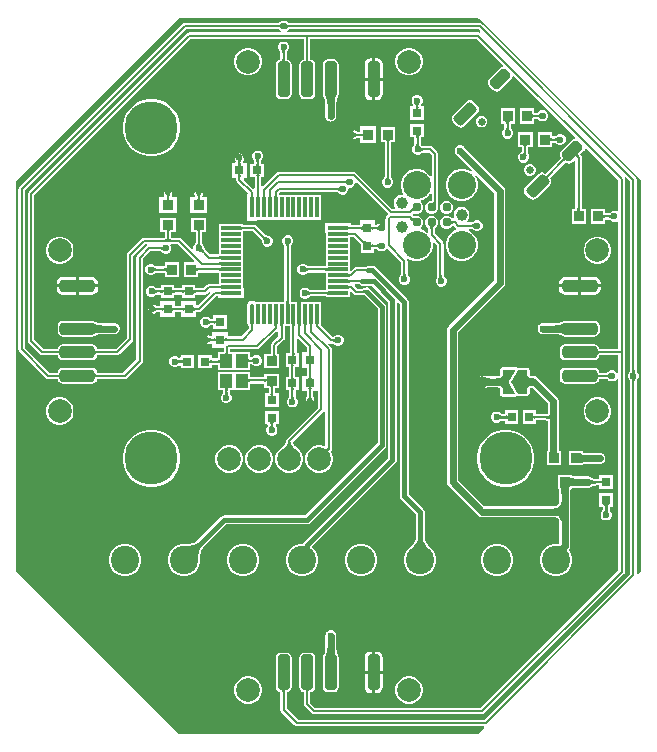
<source format=gtl>
G04*
G04 #@! TF.GenerationSoftware,Altium Limited,Altium Designer,23.8.1 (32)*
G04*
G04 Layer_Physical_Order=1*
G04 Layer_Color=255*
%FSLAX44Y44*%
%MOMM*%
G71*
G04*
G04 #@! TF.SameCoordinates,30061C5B-BE2C-44CF-A243-5EA776C9CE0C*
G04*
G04*
G04 #@! TF.FilePolarity,Positive*
G04*
G01*
G75*
%ADD10C,0.2540*%
%ADD13C,0.2000*%
G04:AMPARAMS|DCode=14|XSize=0.3mm|YSize=1.7mm|CornerRadius=0.075mm|HoleSize=0mm|Usage=FLASHONLY|Rotation=0.000|XOffset=0mm|YOffset=0mm|HoleType=Round|Shape=RoundedRectangle|*
%AMROUNDEDRECTD14*
21,1,0.3000,1.5500,0,0,0.0*
21,1,0.1500,1.7000,0,0,0.0*
1,1,0.1500,0.0750,-0.7750*
1,1,0.1500,-0.0750,-0.7750*
1,1,0.1500,-0.0750,0.7750*
1,1,0.1500,0.0750,0.7750*
%
%ADD14ROUNDEDRECTD14*%
%ADD15R,0.3000X1.7000*%
%ADD16R,1.7000X0.3000*%
%ADD17R,0.8500X0.9500*%
%ADD18R,0.8000X0.8000*%
%ADD19R,1.0000X1.2000*%
%ADD20R,0.9500X0.8500*%
%ADD21R,0.8000X0.8000*%
%ADD22R,0.8500X0.8500*%
G04:AMPARAMS|DCode=43|XSize=1mm|YSize=3mm|CornerRadius=0.25mm|HoleSize=0mm|Usage=FLASHONLY|Rotation=90.000|XOffset=0mm|YOffset=0mm|HoleType=Round|Shape=RoundedRectangle|*
%AMROUNDEDRECTD43*
21,1,1.0000,2.5000,0,0,90.0*
21,1,0.5000,3.0000,0,0,90.0*
1,1,0.5000,1.2500,0.2500*
1,1,0.5000,1.2500,-0.2500*
1,1,0.5000,-1.2500,-0.2500*
1,1,0.5000,-1.2500,0.2500*
%
%ADD43ROUNDEDRECTD43*%
G04:AMPARAMS|DCode=44|XSize=1mm|YSize=3mm|CornerRadius=0.25mm|HoleSize=0mm|Usage=FLASHONLY|Rotation=0.000|XOffset=0mm|YOffset=0mm|HoleType=Round|Shape=RoundedRectangle|*
%AMROUNDEDRECTD44*
21,1,1.0000,2.5000,0,0,0.0*
21,1,0.5000,3.0000,0,0,0.0*
1,1,0.5000,0.2500,-1.2500*
1,1,0.5000,-0.2500,-1.2500*
1,1,0.5000,-0.2500,1.2500*
1,1,0.5000,0.2500,1.2500*
%
%ADD44ROUNDEDRECTD44*%
%AMCUSTOMSHAPE45*
4,1,5,-0.2000,1.0000,0.9000,1.0000,0.3000,0.0000,0.8375,-1.0000,-0.2000,-1.0000,-0.2000,1.0000,0.0*%
%ADD45CUSTOMSHAPE45*%

%AMCUSTOMSHAPE46*
4,1,5,0.3500,-1.0000,-0.4500,-1.0000,-1.0000,0.0000,-0.4000,1.0000,0.3500,1.0000,0.3500,-1.0000,0.0*%
%ADD46CUSTOMSHAPE46*%

%ADD47C,0.7870*%
%ADD48C,0.4000*%
%ADD49C,0.6000*%
G04:AMPARAMS|DCode=50|XSize=1.8mm|YSize=1mm|CornerRadius=0.25mm|HoleSize=0mm|Usage=FLASHONLY|Rotation=225.000|XOffset=0mm|YOffset=0mm|HoleType=Round|Shape=RoundedRectangle|*
%AMROUNDEDRECTD50*
21,1,1.8000,0.5000,0,0,225.0*
21,1,1.3000,1.0000,0,0,225.0*
1,1,0.5000,-0.6364,-0.2828*
1,1,0.5000,0.2828,0.6364*
1,1,0.5000,0.6364,0.2828*
1,1,0.5000,-0.2828,-0.6364*
%
%ADD50ROUNDEDRECTD50*%
G04:AMPARAMS|DCode=51|XSize=2.1mm|YSize=1mm|CornerRadius=0.25mm|HoleSize=0mm|Usage=FLASHONLY|Rotation=225.000|XOffset=0mm|YOffset=0mm|HoleType=Round|Shape=RoundedRectangle|*
%AMROUNDEDRECTD51*
21,1,2.1000,0.5000,0,0,225.0*
21,1,1.6000,1.0000,0,0,225.0*
1,1,0.5000,-0.7425,-0.3889*
1,1,0.5000,0.3889,0.7425*
1,1,0.5000,0.7425,0.3889*
1,1,0.5000,-0.3889,-0.7425*
%
%ADD51ROUNDEDRECTD51*%
%ADD52C,0.6500*%
%ADD53C,2.0000*%
%ADD54C,2.4000*%
%ADD55C,4.5000*%
%ADD56C,2.3750*%
%ADD57C,0.9910*%
%ADD58C,0.6000*%
%ADD59C,1.0000*%
G36*
X-35539Y297966D02*
X-35313Y297779D01*
X-35081Y297614D01*
X-34842Y297471D01*
X-34597Y297350D01*
X-34345Y297251D01*
X-34087Y297174D01*
X-33821Y297119D01*
X-33550Y297086D01*
X-33272Y297075D01*
Y295075D01*
X-33550Y295064D01*
X-33821Y295031D01*
X-34087Y294976D01*
X-34345Y294899D01*
X-34597Y294800D01*
X-34842Y294679D01*
X-35081Y294536D01*
X-35313Y294371D01*
X-35539Y294184D01*
X-35758Y293975D01*
Y298175D01*
X-35539Y297966D01*
D02*
G37*
G36*
X-40042Y293975D02*
X-40261Y294184D01*
X-40487Y294371D01*
X-40719Y294536D01*
X-40958Y294679D01*
X-41203Y294800D01*
X-41455Y294899D01*
X-41713Y294976D01*
X-41979Y295031D01*
X-42250Y295064D01*
X-42528Y295075D01*
Y297075D01*
X-42250Y297086D01*
X-41979Y297119D01*
X-41713Y297174D01*
X-41455Y297251D01*
X-41203Y297350D01*
X-40958Y297471D01*
X-40719Y297614D01*
X-40487Y297779D01*
X-40261Y297966D01*
X-40042Y298175D01*
Y293975D01*
D02*
G37*
G36*
X128498Y291812D02*
X127980Y290668D01*
X127901Y290613D01*
X126925Y290807D01*
X-35069D01*
X-35321Y292077D01*
X-35249Y292107D01*
X-34700Y292656D01*
X-34575Y292736D01*
X-34399Y292903D01*
X-34269Y293012D01*
X-34143Y293101D01*
X-34022Y293174D01*
X-33904Y293232D01*
X-33786Y293278D01*
X-33667Y293314D01*
X-33544Y293339D01*
X-33517Y293342D01*
X126968D01*
X128498Y291812D01*
D02*
G37*
G36*
X-17090Y267707D02*
X-17060Y267362D01*
X-17010Y267057D01*
X-16940Y266793D01*
X-16850Y266570D01*
X-16740Y266387D01*
X-16610Y266245D01*
X-16460Y266144D01*
X-16290Y266083D01*
X-16100Y266062D01*
X-20100D01*
X-19910Y266083D01*
X-19740Y266144D01*
X-19590Y266245D01*
X-19460Y266387D01*
X-19350Y266570D01*
X-19260Y266793D01*
X-19190Y267057D01*
X-19140Y267362D01*
X-19110Y267707D01*
X-19100Y268093D01*
X-17100D01*
X-17090Y267707D01*
D02*
G37*
G36*
X211322Y187965D02*
X211245Y187801D01*
X211211Y187624D01*
X211220Y187431D01*
X211271Y187224D01*
X211365Y187003D01*
X211502Y186766D01*
X211683Y186516D01*
X211905Y186250D01*
X212171Y185971D01*
X210757Y184556D01*
X210477Y184822D01*
X210212Y185045D01*
X209961Y185225D01*
X209725Y185362D01*
X209503Y185457D01*
X209296Y185508D01*
X209104Y185516D01*
X208926Y185482D01*
X208763Y185405D01*
X208614Y185285D01*
X211443Y188113D01*
X211322Y187965D01*
D02*
G37*
G36*
X201561Y182457D02*
X201412Y182577D01*
X201249Y182654D01*
X201071Y182688D01*
X200879Y182680D01*
X200672Y182628D01*
X200450Y182534D01*
X200214Y182397D01*
X199963Y182217D01*
X199698Y181994D01*
X199418Y181728D01*
X198004Y183142D01*
X198269Y183422D01*
X198492Y183687D01*
X198672Y183938D01*
X198810Y184174D01*
X198904Y184396D01*
X198955Y184603D01*
X198964Y184795D01*
X198930Y184973D01*
X198852Y185136D01*
X198732Y185285D01*
X201561Y182457D01*
D02*
G37*
G36*
X186503Y168813D02*
X186238Y168533D01*
X186015Y168268D01*
X185835Y168017D01*
X185697Y167781D01*
X185603Y167560D01*
X185552Y167353D01*
X185543Y167160D01*
X185577Y166982D01*
X185655Y166819D01*
X185775Y166670D01*
X182946Y169499D01*
X183095Y169379D01*
X183258Y169302D01*
X183436Y169267D01*
X183628Y169276D01*
X183835Y169327D01*
X184057Y169422D01*
X184293Y169559D01*
X184544Y169739D01*
X184809Y169962D01*
X185089Y170228D01*
X186503Y168813D01*
D02*
G37*
G36*
X212760Y141334D02*
X212790Y140989D01*
X212840Y140684D01*
X212910Y140420D01*
X213000Y140197D01*
X213110Y140014D01*
X213240Y139872D01*
X213390Y139770D01*
X213560Y139709D01*
X213750Y139689D01*
X209750D01*
X209940Y139709D01*
X210110Y139770D01*
X210260Y139872D01*
X210390Y140014D01*
X210500Y140197D01*
X210590Y140420D01*
X210660Y140684D01*
X210710Y140989D01*
X210740Y141334D01*
X210750Y141720D01*
X212750D01*
X212760Y141334D01*
D02*
G37*
G36*
X232459Y136810D02*
X232520Y136640D01*
X232622Y136490D01*
X232764Y136360D01*
X232947Y136250D01*
X233170Y136160D01*
X233434Y136090D01*
X233738Y136040D01*
X234084Y136010D01*
X234470Y136000D01*
Y134000D01*
X234084Y133990D01*
X233738Y133960D01*
X233434Y133910D01*
X233170Y133840D01*
X232947Y133750D01*
X232764Y133640D01*
X232622Y133510D01*
X232520Y133360D01*
X232459Y133190D01*
X232439Y133000D01*
Y137000D01*
X232459Y136810D01*
D02*
G37*
G36*
X239958Y132900D02*
X239739Y133109D01*
X239513Y133296D01*
X239281Y133461D01*
X239042Y133604D01*
X238797Y133725D01*
X238545Y133824D01*
X238287Y133901D01*
X238022Y133956D01*
X237750Y133989D01*
X237472Y134000D01*
Y136000D01*
X237750Y136011D01*
X238022Y136044D01*
X238287Y136099D01*
X238545Y136176D01*
X238797Y136275D01*
X239042Y136396D01*
X239281Y136539D01*
X239513Y136704D01*
X239739Y136891D01*
X239958Y137100D01*
Y132900D01*
D02*
G37*
G36*
X-73760Y126385D02*
X-73700Y126305D01*
X-73600Y126235D01*
X-73460Y126174D01*
X-73280Y126122D01*
X-73060Y126080D01*
X-72800Y126047D01*
X-72161Y126010D01*
X-71781Y126005D01*
Y124005D01*
X-72161Y124000D01*
X-73060Y123930D01*
X-73280Y123888D01*
X-73460Y123836D01*
X-73600Y123775D01*
X-73700Y123705D01*
X-73760Y123625D01*
X-73780Y123535D01*
Y126474D01*
X-73760Y126385D01*
D02*
G37*
G36*
X-108090Y123616D02*
X-108260Y123555D01*
X-108410Y123453D01*
X-108540Y123311D01*
X-108650Y123128D01*
X-108740Y122905D01*
X-108810Y122641D01*
X-108860Y122336D01*
X-108890Y121991D01*
X-108900Y121606D01*
X-110900D01*
X-110910Y121991D01*
X-110940Y122336D01*
X-110990Y122641D01*
X-111060Y122905D01*
X-111150Y123128D01*
X-111260Y123311D01*
X-111390Y123453D01*
X-111540Y123555D01*
X-111710Y123616D01*
X-111900Y123636D01*
X-107900D01*
X-108090Y123616D01*
D02*
G37*
G36*
X-134090D02*
X-134260Y123555D01*
X-134410Y123453D01*
X-134540Y123311D01*
X-134650Y123128D01*
X-134740Y122905D01*
X-134810Y122641D01*
X-134860Y122336D01*
X-134890Y121991D01*
X-134900Y121606D01*
X-136900D01*
X-136910Y121991D01*
X-136940Y122336D01*
X-136990Y122641D01*
X-137060Y122905D01*
X-137150Y123128D01*
X-137260Y123311D01*
X-137390Y123453D01*
X-137540Y123555D01*
X-137710Y123616D01*
X-137900Y123636D01*
X-133900D01*
X-134090Y123616D01*
D02*
G37*
G36*
X-54261Y117866D02*
X-54046Y117697D01*
X-53819Y117549D01*
X-53582Y117420D01*
X-53334Y117312D01*
X-53075Y117224D01*
X-52805Y117156D01*
X-52524Y117109D01*
X-52233Y117082D01*
X-51930Y117075D01*
X-54900Y114105D01*
X-54907Y114408D01*
X-54934Y114699D01*
X-54982Y114980D01*
X-55049Y115250D01*
X-55137Y115509D01*
X-55245Y115757D01*
X-55374Y115994D01*
X-55522Y116221D01*
X-55691Y116436D01*
X-55880Y116641D01*
X-54466Y118055D01*
X-54261Y117866D01*
D02*
G37*
G36*
X-134880Y116953D02*
X-134820Y116613D01*
X-134720Y116313D01*
X-134580Y116053D01*
X-134400Y115833D01*
X-134180Y115653D01*
X-133920Y115513D01*
X-133620Y115413D01*
X-133280Y115353D01*
X-132900Y115333D01*
X-135900Y113333D01*
X-138900Y115333D01*
X-138520Y115353D01*
X-138180Y115413D01*
X-137880Y115513D01*
X-137620Y115653D01*
X-137400Y115833D01*
X-137220Y116053D01*
X-137080Y116313D01*
X-136980Y116613D01*
X-136920Y116953D01*
X-136900Y117333D01*
X-134900D01*
X-134880Y116953D01*
D02*
G37*
G36*
X-108889Y112425D02*
X-108856Y112153D01*
X-108801Y111888D01*
X-108724Y111630D01*
X-108625Y111378D01*
X-108504Y111133D01*
X-108361Y110894D01*
X-108196Y110662D01*
X-108009Y110436D01*
X-107800Y110217D01*
X-112000D01*
X-111791Y110436D01*
X-111604Y110662D01*
X-111439Y110894D01*
X-111296Y111133D01*
X-111175Y111378D01*
X-111076Y111630D01*
X-110999Y111888D01*
X-110944Y112153D01*
X-110911Y112425D01*
X-110900Y112703D01*
X-108900D01*
X-108889Y112425D01*
D02*
G37*
G36*
X-140230Y105904D02*
X-140425Y106126D01*
X-140629Y106325D01*
X-140843Y106501D01*
X-141067Y106653D01*
X-141301Y106782D01*
X-141544Y106888D01*
X-141797Y106969D01*
X-142059Y107028D01*
X-142331Y107063D01*
X-142613Y107075D01*
X-142412Y109075D01*
X-142138Y109085D01*
X-141868Y109115D01*
X-141601Y109166D01*
X-141337Y109237D01*
X-141078Y109327D01*
X-140822Y109439D01*
X-140570Y109570D01*
X-140322Y109721D01*
X-140077Y109893D01*
X-139836Y110085D01*
X-140230Y105904D01*
D02*
G37*
G36*
X-106881Y108253D02*
X-106809Y107959D01*
X-106723Y107677D01*
X-106623Y107407D01*
X-106509Y107149D01*
X-106380Y106904D01*
X-106238Y106670D01*
X-106081Y106448D01*
X-105910Y106238D01*
X-105725Y106040D01*
X-106878Y104365D01*
X-107088Y104557D01*
X-107306Y104724D01*
X-107533Y104864D01*
X-107768Y104979D01*
X-108011Y105068D01*
X-108264Y105131D01*
X-108524Y105168D01*
X-108793Y105180D01*
X-109071Y105165D01*
X-109357Y105125D01*
X-106939Y108559D01*
X-106881Y108253D01*
D02*
G37*
G36*
X-90719Y98535D02*
X-90739Y98625D01*
X-90799Y98705D01*
X-90899Y98775D01*
X-91039Y98836D01*
X-91219Y98888D01*
X-91439Y98930D01*
X-91699Y98963D01*
X-92339Y99000D01*
X-92719Y99005D01*
Y101005D01*
X-92339Y101010D01*
X-91439Y101080D01*
X-91219Y101122D01*
X-91039Y101174D01*
X-90899Y101235D01*
X-90799Y101305D01*
X-90739Y101385D01*
X-90719Y101474D01*
Y98535D01*
D02*
G37*
G36*
Y93535D02*
X-90739Y93625D01*
X-90799Y93705D01*
X-90899Y93775D01*
X-91039Y93836D01*
X-91219Y93888D01*
X-91439Y93930D01*
X-91699Y93963D01*
X-92339Y94000D01*
X-92719Y94005D01*
Y96005D01*
X-92339Y96010D01*
X-91439Y96080D01*
X-91219Y96122D01*
X-91039Y96174D01*
X-90899Y96235D01*
X-90799Y96305D01*
X-90739Y96385D01*
X-90719Y96475D01*
Y93535D01*
D02*
G37*
G36*
X-90719Y88535D02*
X-90739Y88625D01*
X-90799Y88704D01*
X-90899Y88775D01*
X-91039Y88836D01*
X-91219Y88888D01*
X-91439Y88930D01*
X-91699Y88963D01*
X-92339Y89000D01*
X-92719Y89005D01*
Y91005D01*
X-92339Y91010D01*
X-91439Y91080D01*
X-91219Y91122D01*
X-91039Y91174D01*
X-90899Y91235D01*
X-90799Y91305D01*
X-90739Y91385D01*
X-90719Y91474D01*
Y88535D01*
D02*
G37*
G36*
X-112141Y91815D02*
X-112080Y91645D01*
X-111978Y91495D01*
X-111836Y91365D01*
X-111653Y91255D01*
X-111430Y91165D01*
X-111166Y91095D01*
X-110861Y91045D01*
X-110516Y91015D01*
X-110130Y91005D01*
Y89005D01*
X-110516Y88995D01*
X-110861Y88965D01*
X-111166Y88915D01*
X-111430Y88845D01*
X-111653Y88755D01*
X-111836Y88645D01*
X-111978Y88515D01*
X-112080Y88365D01*
X-112141Y88195D01*
X-112161Y88005D01*
Y92005D01*
X-112141Y91815D01*
D02*
G37*
G36*
X-90719Y73535D02*
X-90739Y73625D01*
X-90799Y73705D01*
X-90899Y73775D01*
X-91039Y73836D01*
X-91219Y73888D01*
X-91439Y73930D01*
X-91699Y73963D01*
X-92339Y74000D01*
X-92719Y74005D01*
Y76005D01*
X-92339Y76010D01*
X-91439Y76080D01*
X-91219Y76122D01*
X-91039Y76174D01*
X-90899Y76235D01*
X-90799Y76305D01*
X-90739Y76385D01*
X-90719Y76474D01*
Y73535D01*
D02*
G37*
G36*
X-114391Y73235D02*
X-114330Y73065D01*
X-114228Y72915D01*
X-114086Y72785D01*
X-113903Y72675D01*
X-113680Y72585D01*
X-113416Y72515D01*
X-113111Y72465D01*
X-112766Y72435D01*
X-112380Y72425D01*
Y70425D01*
X-112766Y70415D01*
X-113111Y70385D01*
X-113416Y70335D01*
X-113680Y70265D01*
X-113903Y70175D01*
X-114086Y70065D01*
X-114228Y69935D01*
X-114330Y69785D01*
X-114391Y69615D01*
X-114411Y69425D01*
Y73425D01*
X-114391Y73235D01*
D02*
G37*
G36*
X-122319Y69425D02*
X-122339Y69615D01*
X-122400Y69785D01*
X-122500Y69935D01*
X-122639Y70065D01*
X-122819Y70175D01*
X-123039Y70265D01*
X-123299Y70335D01*
X-123599Y70385D01*
X-123939Y70415D01*
X-124319Y70425D01*
Y72425D01*
X-123939Y72435D01*
X-123599Y72465D01*
X-123299Y72515D01*
X-123039Y72585D01*
X-122819Y72675D01*
X-122639Y72785D01*
X-122500Y72915D01*
X-122400Y73065D01*
X-122339Y73235D01*
X-122319Y73425D01*
Y69425D01*
D02*
G37*
G36*
X-132391Y73235D02*
X-132330Y73065D01*
X-132228Y72915D01*
X-132086Y72785D01*
X-131903Y72675D01*
X-131680Y72585D01*
X-131416Y72515D01*
X-131111Y72465D01*
X-130766Y72435D01*
X-130380Y72425D01*
Y70425D01*
X-130766Y70415D01*
X-131111Y70385D01*
X-131416Y70335D01*
X-131680Y70265D01*
X-131903Y70175D01*
X-132086Y70065D01*
X-132228Y69935D01*
X-132330Y69785D01*
X-132391Y69615D01*
X-132411Y69425D01*
Y73425D01*
X-132391Y73235D01*
D02*
G37*
G36*
X-140319Y69425D02*
X-140339Y69615D01*
X-140400Y69785D01*
X-140499Y69935D01*
X-140639Y70065D01*
X-140820Y70175D01*
X-141039Y70265D01*
X-141299Y70335D01*
X-141600Y70385D01*
X-141939Y70415D01*
X-142319Y70425D01*
Y72425D01*
X-141939Y72435D01*
X-141600Y72465D01*
X-141299Y72515D01*
X-141039Y72585D01*
X-140820Y72675D01*
X-140639Y72785D01*
X-140499Y72915D01*
X-140400Y73065D01*
X-140339Y73235D01*
X-140319Y73425D01*
Y69425D01*
D02*
G37*
G36*
X-147489Y73316D02*
X-147263Y73129D01*
X-147031Y72964D01*
X-146792Y72821D01*
X-146547Y72700D01*
X-146295Y72601D01*
X-146037Y72524D01*
X-145772Y72469D01*
X-145500Y72436D01*
X-145222Y72425D01*
Y70425D01*
X-145500Y70414D01*
X-145772Y70381D01*
X-146037Y70326D01*
X-146295Y70249D01*
X-146547Y70150D01*
X-146792Y70029D01*
X-147031Y69886D01*
X-147263Y69721D01*
X-147489Y69534D01*
X-147708Y69325D01*
Y73525D01*
X-147489Y73316D01*
D02*
G37*
G36*
X-90719Y68535D02*
X-90739Y68625D01*
X-90799Y68705D01*
X-90899Y68775D01*
X-91039Y68836D01*
X-91219Y68888D01*
X-91439Y68930D01*
X-91699Y68963D01*
X-92339Y69000D01*
X-92719Y69005D01*
Y71005D01*
X-92339Y71010D01*
X-91439Y71080D01*
X-91219Y71122D01*
X-91039Y71174D01*
X-90899Y71235D01*
X-90799Y71305D01*
X-90739Y71385D01*
X-90719Y71474D01*
Y68535D01*
D02*
G37*
G36*
X-114391Y58235D02*
X-114330Y58065D01*
X-114228Y57915D01*
X-114086Y57785D01*
X-113903Y57675D01*
X-113680Y57585D01*
X-113416Y57515D01*
X-113111Y57465D01*
X-112766Y57435D01*
X-112380Y57425D01*
Y55425D01*
X-112766Y55415D01*
X-113111Y55385D01*
X-113416Y55335D01*
X-113680Y55265D01*
X-113903Y55175D01*
X-114086Y55065D01*
X-114228Y54935D01*
X-114330Y54785D01*
X-114391Y54615D01*
X-114411Y54425D01*
Y58425D01*
X-114391Y58235D01*
D02*
G37*
G36*
X-122319Y54425D02*
X-122339Y54615D01*
X-122400Y54785D01*
X-122500Y54935D01*
X-122639Y55065D01*
X-122819Y55175D01*
X-123039Y55265D01*
X-123299Y55335D01*
X-123599Y55385D01*
X-123939Y55415D01*
X-124319Y55425D01*
Y57425D01*
X-123939Y57435D01*
X-123599Y57465D01*
X-123299Y57515D01*
X-123039Y57585D01*
X-122819Y57675D01*
X-122639Y57785D01*
X-122500Y57915D01*
X-122400Y58065D01*
X-122339Y58235D01*
X-122319Y58425D01*
Y54425D01*
D02*
G37*
G36*
X-132391Y58235D02*
X-132330Y58065D01*
X-132228Y57915D01*
X-132086Y57785D01*
X-131903Y57675D01*
X-131680Y57585D01*
X-131416Y57515D01*
X-131111Y57465D01*
X-130766Y57435D01*
X-130380Y57425D01*
Y55425D01*
X-130766Y55415D01*
X-131111Y55385D01*
X-131416Y55335D01*
X-131680Y55265D01*
X-131903Y55175D01*
X-132086Y55065D01*
X-132228Y54935D01*
X-132330Y54785D01*
X-132391Y54615D01*
X-132411Y54425D01*
Y58425D01*
X-132391Y58235D01*
D02*
G37*
G36*
X-140319Y54425D02*
X-140339Y54615D01*
X-140400Y54785D01*
X-140499Y54935D01*
X-140639Y55065D01*
X-140820Y55175D01*
X-141039Y55265D01*
X-141299Y55335D01*
X-141600Y55385D01*
X-141939Y55415D01*
X-142319Y55425D01*
Y57425D01*
X-141939Y57435D01*
X-141600Y57465D01*
X-141299Y57515D01*
X-141039Y57585D01*
X-140820Y57675D01*
X-140639Y57785D01*
X-140499Y57915D01*
X-140400Y58065D01*
X-140339Y58235D01*
X-140319Y58425D01*
Y54425D01*
D02*
G37*
G36*
X-147489Y58316D02*
X-147263Y58129D01*
X-147031Y57964D01*
X-146792Y57821D01*
X-146547Y57700D01*
X-146295Y57601D01*
X-146037Y57524D01*
X-145772Y57469D01*
X-145500Y57436D01*
X-145222Y57425D01*
Y55425D01*
X-145500Y55414D01*
X-145772Y55381D01*
X-146037Y55326D01*
X-146295Y55249D01*
X-146547Y55150D01*
X-146792Y55029D01*
X-147031Y54886D01*
X-147263Y54721D01*
X-147489Y54534D01*
X-147708Y54325D01*
Y58525D01*
X-147489Y58316D01*
D02*
G37*
G36*
X-197642Y21885D02*
X-197581Y21715D01*
X-197480Y21565D01*
X-197338Y21435D01*
X-197155Y21325D01*
X-196932Y21235D01*
X-196668Y21165D01*
X-196363Y21115D01*
X-196018Y21085D01*
X-195632Y21075D01*
Y19075D01*
X-196018Y19065D01*
X-196363Y19035D01*
X-196668Y18985D01*
X-196932Y18915D01*
X-197155Y18825D01*
X-197338Y18715D01*
X-197480Y18585D01*
X-197581Y18435D01*
X-197642Y18265D01*
X-197663Y18075D01*
Y22075D01*
X-197642Y21885D01*
D02*
G37*
G36*
X-227638Y17975D02*
X-227658Y18165D01*
X-227719Y18335D01*
X-227820Y18485D01*
X-227962Y18615D01*
X-228145Y18725D01*
X-228368Y18815D01*
X-228632Y18885D01*
X-228937Y18935D01*
X-229282Y18965D01*
X-229668Y18975D01*
Y20975D01*
X-229282Y20985D01*
X-228937Y21015D01*
X-228632Y21065D01*
X-228368Y21135D01*
X-228145Y21225D01*
X-227962Y21335D01*
X-227820Y21465D01*
X-227719Y21615D01*
X-227658Y21785D01*
X-227638Y21975D01*
Y17975D01*
D02*
G37*
G36*
X227658Y21785D02*
X227719Y21615D01*
X227820Y21465D01*
X227962Y21335D01*
X228145Y21225D01*
X228368Y21135D01*
X228632Y21065D01*
X228937Y21015D01*
X229282Y20985D01*
X229668Y20975D01*
Y18975D01*
X229282Y18965D01*
X228937Y18935D01*
X228632Y18885D01*
X228368Y18815D01*
X228145Y18725D01*
X227962Y18615D01*
X227820Y18485D01*
X227719Y18335D01*
X227658Y18165D01*
X227637Y17975D01*
Y21975D01*
X227658Y21785D01*
D02*
G37*
G36*
X-42256Y293339D02*
X-42133Y293314D01*
X-42014Y293278D01*
X-41896Y293232D01*
X-41778Y293174D01*
X-41657Y293101D01*
X-41531Y293012D01*
X-41401Y292904D01*
X-41225Y292736D01*
X-41100Y292656D01*
X-40551Y292107D01*
X-40479Y292077D01*
X-40731Y290807D01*
X-117900D01*
X-118946Y290599D01*
X-119832Y290007D01*
X-253832Y156007D01*
X-254424Y155121D01*
X-254632Y154075D01*
Y29600D01*
X-254424Y28554D01*
X-253832Y27668D01*
X-244207Y18043D01*
X-243321Y17450D01*
X-242275Y17242D01*
X-229366D01*
X-229088Y15844D01*
X-228164Y14461D01*
X-226781Y13537D01*
X-225150Y13213D01*
X-200150D01*
X-198519Y13537D01*
X-197136Y14461D01*
X-196213Y15844D01*
X-195914Y17342D01*
X-178887D01*
X-177842Y17550D01*
X-176955Y18143D01*
X-165968Y29130D01*
X-165375Y30017D01*
X-165168Y31062D01*
Y101401D01*
X-154967Y111601D01*
X-153733D01*
X-153348Y110331D01*
X-153832Y110007D01*
X-161832Y102007D01*
X-162425Y101121D01*
X-162633Y100075D01*
Y13899D01*
X-173825Y2707D01*
X-195934D01*
X-196213Y4106D01*
X-197136Y5489D01*
X-198519Y6412D01*
X-200150Y6737D01*
X-225150D01*
X-226781Y6412D01*
X-228164Y5489D01*
X-229088Y4106D01*
X-229366Y2707D01*
X-236112D01*
X-257167Y23763D01*
Y156943D01*
X-120768Y293342D01*
X-42283D01*
X-42256Y293339D01*
D02*
G37*
G36*
X259111Y4425D02*
X259144Y4153D01*
X259199Y3888D01*
X259276Y3630D01*
X259375Y3378D01*
X259496Y3133D01*
X259639Y2894D01*
X259804Y2662D01*
X259991Y2436D01*
X260200Y2217D01*
X256000D01*
X256209Y2436D01*
X256396Y2662D01*
X256561Y2894D01*
X256704Y3133D01*
X256825Y3378D01*
X256924Y3630D01*
X257001Y3888D01*
X257056Y4153D01*
X257089Y4425D01*
X257100Y4703D01*
X259100D01*
X259111Y4425D01*
D02*
G37*
G36*
X-197642Y1785D02*
X-197581Y1615D01*
X-197480Y1465D01*
X-197338Y1335D01*
X-197155Y1225D01*
X-196932Y1135D01*
X-196668Y1065D01*
X-196363Y1015D01*
X-196018Y985D01*
X-195632Y975D01*
Y-1025D01*
X-196018Y-1035D01*
X-196363Y-1065D01*
X-196668Y-1115D01*
X-196932Y-1185D01*
X-197155Y-1275D01*
X-197338Y-1385D01*
X-197480Y-1515D01*
X-197581Y-1665D01*
X-197642Y-1835D01*
X-197663Y-2025D01*
Y1975D01*
X-197642Y1785D01*
D02*
G37*
G36*
X-227638Y-2025D02*
X-227658Y-1835D01*
X-227719Y-1665D01*
X-227820Y-1515D01*
X-227962Y-1385D01*
X-228145Y-1275D01*
X-228368Y-1185D01*
X-228632Y-1115D01*
X-228937Y-1065D01*
X-229282Y-1035D01*
X-229668Y-1025D01*
Y975D01*
X-229282Y985D01*
X-228937Y1015D01*
X-228632Y1065D01*
X-228368Y1135D01*
X-228145Y1225D01*
X-227962Y1335D01*
X-227820Y1465D01*
X-227719Y1615D01*
X-227658Y1785D01*
X-227638Y1975D01*
Y-2025D01*
D02*
G37*
G36*
X227658Y1785D02*
X227719Y1615D01*
X227820Y1465D01*
X227962Y1335D01*
X228145Y1225D01*
X228368Y1135D01*
X228632Y1065D01*
X228937Y1015D01*
X229282Y985D01*
X229668Y975D01*
Y-1025D01*
X229282Y-1035D01*
X228937Y-1065D01*
X228632Y-1115D01*
X228368Y-1185D01*
X228145Y-1275D01*
X227962Y-1385D01*
X227820Y-1515D01*
X227719Y-1665D01*
X227658Y-1835D01*
X227637Y-2025D01*
Y1975D01*
X227658Y1785D01*
D02*
G37*
G36*
X237858Y-2125D02*
X237639Y-1916D01*
X237413Y-1729D01*
X237181Y-1564D01*
X236942Y-1421D01*
X236697Y-1300D01*
X236445Y-1201D01*
X236187Y-1124D01*
X235921Y-1069D01*
X235650Y-1036D01*
X235372Y-1025D01*
Y975D01*
X235650Y986D01*
X235921Y1019D01*
X236187Y1074D01*
X236445Y1151D01*
X236697Y1250D01*
X236942Y1371D01*
X237181Y1514D01*
X237413Y1679D01*
X237639Y1866D01*
X237858Y2075D01*
Y-2125D01*
D02*
G37*
G36*
X259991Y-2286D02*
X259804Y-2512D01*
X259639Y-2744D01*
X259496Y-2983D01*
X259375Y-3228D01*
X259276Y-3480D01*
X259199Y-3738D01*
X259144Y-4004D01*
X259111Y-4275D01*
X259100Y-4554D01*
X257100D01*
X257089Y-4275D01*
X257056Y-4004D01*
X257001Y-3738D01*
X256924Y-3480D01*
X256825Y-3228D01*
X256704Y-2983D01*
X256561Y-2744D01*
X256396Y-2512D01*
X256209Y-2286D01*
X256000Y-2068D01*
X260200D01*
X259991Y-2286D01*
D02*
G37*
G36*
X245718Y184143D02*
X264918Y164943D01*
Y-164943D01*
X262103Y-167758D01*
X260833Y-167232D01*
Y-4308D01*
X260836Y-4281D01*
X260861Y-4158D01*
X260897Y-4039D01*
X260943Y-3921D01*
X261001Y-3803D01*
X261074Y-3682D01*
X261163Y-3556D01*
X261271Y-3426D01*
X261439Y-3250D01*
X261518Y-3125D01*
X262068Y-2576D01*
X262780Y-856D01*
Y1006D01*
X262068Y2726D01*
X261518Y3275D01*
X261439Y3400D01*
X261271Y3576D01*
X261163Y3706D01*
X261074Y3832D01*
X261001Y3953D01*
X260943Y4071D01*
X260897Y4189D01*
X260861Y4308D01*
X260836Y4431D01*
X260833Y4458D01*
Y166075D01*
X260625Y167121D01*
X260032Y168007D01*
X130032Y298007D01*
X129146Y298599D01*
X128100Y298807D01*
X-33517D01*
X-33544Y298811D01*
X-33667Y298836D01*
X-33786Y298872D01*
X-33904Y298918D01*
X-34022Y298976D01*
X-34143Y299049D01*
X-34269Y299138D01*
X-34399Y299246D01*
X-34575Y299414D01*
X-34700Y299493D01*
X-35249Y300042D01*
X-36969Y300755D01*
X-38831D01*
X-40551Y300042D01*
X-41100Y299493D01*
X-41225Y299414D01*
X-41401Y299246D01*
X-41531Y299138D01*
X-41657Y299049D01*
X-41778Y298976D01*
X-41896Y298918D01*
X-42014Y298872D01*
X-42133Y298836D01*
X-42256Y298811D01*
X-42283Y298807D01*
X-121900D01*
X-122946Y298599D01*
X-123832Y298007D01*
X-261832Y160007D01*
X-262425Y159121D01*
X-262633Y158075D01*
Y22631D01*
X-262425Y21586D01*
X-261832Y20699D01*
X-239176Y-1957D01*
X-238290Y-2549D01*
X-237244Y-2758D01*
X-229366D01*
X-229088Y-4156D01*
X-228164Y-5539D01*
X-226781Y-6463D01*
X-225150Y-6787D01*
X-200150D01*
X-198519Y-6463D01*
X-197136Y-5539D01*
X-196213Y-4156D01*
X-195934Y-2758D01*
X-172693D01*
X-171647Y-2549D01*
X-170760Y-1957D01*
X-157968Y10835D01*
X-157375Y11722D01*
X-157168Y12768D01*
Y98943D01*
X-150768Y105342D01*
X-142380D01*
X-142356Y105339D01*
X-142248Y105315D01*
X-142150Y105283D01*
X-142057Y105243D01*
X-141965Y105192D01*
X-141871Y105128D01*
X-141774Y105049D01*
X-141647Y104922D01*
X-141519Y104775D01*
X-141440Y104715D01*
X-140551Y103826D01*
X-138831Y103113D01*
X-136969D01*
X-135249Y103826D01*
X-133933Y105142D01*
X-133220Y106862D01*
Y108724D01*
X-133885Y110331D01*
X-133430Y111601D01*
X-127884D01*
X-113811Y97528D01*
X-114297Y96355D01*
X-122280D01*
Y83495D01*
X-110420D01*
Y87272D01*
X-92430D01*
Y77737D01*
X-101270D01*
X-102316Y77530D01*
X-103202Y76937D01*
X-105982Y74158D01*
X-112670D01*
Y77105D01*
X-124030D01*
Y74158D01*
X-130670D01*
Y77105D01*
X-142030D01*
Y74158D01*
X-145467D01*
X-145494Y74161D01*
X-145617Y74186D01*
X-145736Y74222D01*
X-145854Y74268D01*
X-145972Y74326D01*
X-146093Y74399D01*
X-146219Y74488D01*
X-146349Y74596D01*
X-146525Y74764D01*
X-146650Y74844D01*
X-147199Y75392D01*
X-148919Y76105D01*
X-150781D01*
X-152501Y75392D01*
X-153818Y74076D01*
X-154530Y72356D01*
Y70494D01*
X-153818Y68774D01*
X-152501Y67457D01*
X-150781Y66745D01*
X-148919D01*
X-147199Y67457D01*
X-146650Y68007D01*
X-146525Y68086D01*
X-146349Y68254D01*
X-146219Y68362D01*
X-146093Y68451D01*
X-145972Y68524D01*
X-145854Y68582D01*
X-145736Y68628D01*
X-145617Y68664D01*
X-145494Y68689D01*
X-145467Y68692D01*
X-142030D01*
Y65745D01*
X-130670D01*
Y68692D01*
X-124030D01*
Y65745D01*
X-112670D01*
Y68692D01*
X-104850D01*
X-103804Y68900D01*
X-102918Y69493D01*
X-100774Y71637D01*
X-100378Y71558D01*
X-99960Y70180D01*
X-110540Y59599D01*
X-111810Y60125D01*
Y62965D01*
X-124890D01*
Y59157D01*
X-129810D01*
Y62965D01*
X-142890D01*
Y59157D01*
X-145467D01*
X-145494Y59161D01*
X-145617Y59186D01*
X-145736Y59222D01*
X-145854Y59268D01*
X-145972Y59326D01*
X-146093Y59399D01*
X-146219Y59488D01*
X-146349Y59596D01*
X-146525Y59764D01*
X-146791Y59933D01*
X-147052Y60107D01*
X-147072Y60111D01*
X-147089Y60122D01*
X-147399Y60177D01*
X-147708Y60238D01*
X-147727Y60234D01*
X-147747Y60237D01*
X-148054Y60169D01*
X-148363Y60107D01*
X-148380Y60096D01*
X-148400Y60092D01*
X-148657Y59911D01*
X-148919Y59736D01*
X-148930Y59719D01*
X-148947Y59708D01*
X-149115Y59442D01*
X-149290Y59180D01*
X-149294Y59161D01*
X-149296Y59157D01*
X-149850D01*
X-150896Y58949D01*
X-151782Y58357D01*
X-152374Y57471D01*
X-152583Y56425D01*
X-152374Y55379D01*
X-151782Y54493D01*
X-150896Y53900D01*
X-149850Y53692D01*
X-149296D01*
X-149294Y53689D01*
X-149290Y53669D01*
X-149115Y53408D01*
X-148947Y53142D01*
X-148930Y53131D01*
X-148919Y53114D01*
X-148658Y52939D01*
X-148400Y52758D01*
X-148380Y52754D01*
X-148363Y52742D01*
X-148055Y52681D01*
X-147747Y52613D01*
X-147727Y52616D01*
X-147708Y52612D01*
X-147399Y52673D01*
X-147089Y52728D01*
X-147072Y52738D01*
X-147052Y52742D01*
X-146790Y52917D01*
X-146525Y53086D01*
X-146349Y53253D01*
X-146219Y53362D01*
X-146093Y53451D01*
X-145972Y53524D01*
X-145854Y53582D01*
X-145736Y53628D01*
X-145617Y53664D01*
X-145494Y53689D01*
X-145467Y53692D01*
X-142890D01*
Y49885D01*
X-129810D01*
Y53692D01*
X-124890D01*
Y49885D01*
X-111810D01*
Y53692D01*
X-109850D01*
X-108804Y53900D01*
X-107918Y54493D01*
X-95138Y67273D01*
X-93290D01*
Y65965D01*
X-71210D01*
Y74045D01*
X-72070D01*
Y86825D01*
X-72070D01*
Y93185D01*
X-72070D01*
Y103185D01*
X-72070D01*
Y106825D01*
X-72070D01*
Y118185D01*
X-72070D01*
Y122272D01*
X-63962D01*
X-56932Y115242D01*
X-56915Y115221D01*
X-56845Y115115D01*
X-56786Y115006D01*
X-56736Y114891D01*
X-56694Y114766D01*
X-56659Y114628D01*
X-56634Y114477D01*
X-56618Y114308D01*
X-56612Y114065D01*
X-56580Y113920D01*
Y113144D01*
X-55868Y111424D01*
X-54551Y110107D01*
X-52831Y109395D01*
X-50969D01*
X-49249Y110107D01*
X-47933Y111424D01*
X-47220Y113144D01*
Y115006D01*
X-47933Y116726D01*
X-49249Y118042D01*
X-50969Y118755D01*
X-51745D01*
X-51890Y118787D01*
X-52133Y118793D01*
X-52302Y118809D01*
X-52453Y118834D01*
X-52591Y118869D01*
X-52716Y118911D01*
X-52831Y118961D01*
X-52940Y119021D01*
X-53046Y119090D01*
X-53067Y119106D01*
X-60898Y126937D01*
X-61784Y127529D01*
X-62830Y127737D01*
X-72070D01*
Y128185D01*
X-73768D01*
X-73780Y128187D01*
X-73793Y128185D01*
X-92430D01*
Y116825D01*
X-92430D01*
Y108185D01*
X-92430D01*
Y102737D01*
X-99972D01*
X-104701Y107466D01*
X-104715Y107484D01*
X-104805Y107611D01*
X-104888Y107747D01*
X-104965Y107894D01*
X-105036Y108054D01*
X-105100Y108226D01*
X-105157Y108413D01*
X-105207Y108617D01*
X-105220Y108686D01*
Y109006D01*
X-105933Y110726D01*
X-106482Y111275D01*
X-106561Y111400D01*
X-106729Y111576D01*
X-106837Y111706D01*
X-106926Y111832D01*
X-106999Y111953D01*
X-107057Y112071D01*
X-107103Y112189D01*
X-107139Y112308D01*
X-107164Y112431D01*
X-107168Y112458D01*
Y121895D01*
X-103470D01*
Y133755D01*
X-116330D01*
Y121895D01*
X-112633D01*
Y112458D01*
X-112636Y112431D01*
X-112661Y112308D01*
X-112697Y112189D01*
X-112743Y112071D01*
X-112801Y111953D01*
X-112874Y111832D01*
X-112963Y111706D01*
X-113071Y111576D01*
X-113239Y111400D01*
X-113319Y111275D01*
X-113868Y110726D01*
X-114580Y109006D01*
Y107822D01*
X-115850Y107296D01*
X-124820Y116265D01*
X-125706Y116858D01*
X-126752Y117066D01*
X-133128D01*
X-133161Y117072D01*
X-133167Y117106D01*
Y121895D01*
X-129470D01*
Y133755D01*
X-142330D01*
Y121895D01*
X-138632D01*
Y117106D01*
X-138638Y117072D01*
X-138672Y117066D01*
X-156099D01*
X-156099Y117066D01*
X-157145Y116858D01*
X-158032Y116265D01*
X-169832Y104465D01*
X-170424Y103578D01*
X-170632Y102533D01*
Y32194D01*
X-180019Y22807D01*
X-195954D01*
X-196213Y24106D01*
X-197136Y25489D01*
X-198519Y26412D01*
X-200150Y26737D01*
X-225150D01*
X-226781Y26412D01*
X-228164Y25489D01*
X-229088Y24106D01*
X-229366Y22708D01*
X-241143D01*
X-249167Y30732D01*
Y152943D01*
X-116768Y285342D01*
X-20833D01*
Y267791D01*
X-22231Y267512D01*
X-23614Y266588D01*
X-24537Y265206D01*
X-24862Y263575D01*
Y238575D01*
X-24537Y236944D01*
X-23614Y235561D01*
X-22231Y234638D01*
X-20600Y234313D01*
X-15600D01*
X-13969Y234638D01*
X-12586Y235561D01*
X-11662Y236944D01*
X-11338Y238575D01*
Y263575D01*
X-11662Y265206D01*
X-12586Y266588D01*
X-13969Y267512D01*
X-15367Y267791D01*
Y285342D01*
X125793D01*
X147951Y263184D01*
X147534Y261806D01*
X146605Y261621D01*
X145222Y260697D01*
X136030Y251505D01*
X135106Y250123D01*
X134782Y248492D01*
X135106Y246861D01*
X136030Y245478D01*
X139566Y241942D01*
X140948Y241019D01*
X142579Y240694D01*
X144210Y241019D01*
X145593Y241942D01*
X154785Y251135D01*
X155709Y252517D01*
X155894Y253446D01*
X157272Y253864D01*
X209046Y202090D01*
X208627Y200712D01*
X207699Y200527D01*
X206317Y199604D01*
X197124Y190411D01*
X196200Y189028D01*
X195876Y187397D01*
X196200Y185767D01*
X196992Y184581D01*
X183650Y171239D01*
X182465Y172031D01*
X180834Y172355D01*
X179203Y172031D01*
X177820Y171107D01*
X166506Y159793D01*
X165583Y158411D01*
X165258Y156780D01*
X165583Y155149D01*
X166506Y153766D01*
X170042Y150231D01*
X171425Y149307D01*
X173055Y148982D01*
X174687Y149307D01*
X176069Y150231D01*
X187383Y161544D01*
X188307Y162927D01*
X188631Y164558D01*
X188307Y166189D01*
X187514Y167374D01*
X200857Y180717D01*
X202042Y179925D01*
X203673Y179600D01*
X205304Y179925D01*
X206687Y180848D01*
X207844Y182006D01*
X209018Y181520D01*
Y141430D01*
X205820D01*
Y128570D01*
X217680D01*
Y141430D01*
X214482D01*
Y184978D01*
X214275Y186023D01*
X213682Y186910D01*
X213215Y187377D01*
X215879Y190041D01*
X216803Y191423D01*
X216988Y192352D01*
X218366Y192770D01*
X245368Y165768D01*
Y140010D01*
X244097Y139238D01*
X243031Y139680D01*
X241169D01*
X239449Y138968D01*
X238900Y138418D01*
X238775Y138339D01*
X238599Y138171D01*
X238469Y138063D01*
X238343Y137974D01*
X238222Y137901D01*
X238104Y137843D01*
X237986Y137797D01*
X237867Y137761D01*
X237744Y137736D01*
X237717Y137732D01*
X234180D01*
Y141430D01*
X222320D01*
Y128570D01*
X234180D01*
Y132268D01*
X237717D01*
X237744Y132264D01*
X237867Y132239D01*
X237986Y132203D01*
X238104Y132157D01*
X238222Y132099D01*
X238343Y132026D01*
X238469Y131937D01*
X238599Y131829D01*
X238775Y131661D01*
X238900Y131581D01*
X239449Y131032D01*
X241169Y130320D01*
X243031D01*
X244097Y130762D01*
X245368Y129990D01*
Y22707D01*
X229366D01*
X229088Y24106D01*
X228164Y25489D01*
X226781Y26412D01*
X225150Y26737D01*
X200150D01*
X198519Y26412D01*
X197136Y25489D01*
X196213Y24106D01*
X195888Y22475D01*
Y17475D01*
X196213Y15844D01*
X197136Y14461D01*
X198519Y13537D01*
X200150Y13213D01*
X225150D01*
X226781Y13537D01*
X228164Y14461D01*
X229088Y15844D01*
X229366Y17242D01*
X245368D01*
Y2565D01*
X244097Y2312D01*
X243968Y2626D01*
X242651Y3943D01*
X240931Y4655D01*
X239069D01*
X237349Y3943D01*
X236800Y3393D01*
X236675Y3314D01*
X236499Y3146D01*
X236369Y3038D01*
X236243Y2949D01*
X236122Y2876D01*
X236004Y2818D01*
X235886Y2772D01*
X235767Y2736D01*
X235644Y2711D01*
X235617Y2707D01*
X229366D01*
X229088Y4106D01*
X228164Y5488D01*
X226781Y6412D01*
X225150Y6737D01*
X200150D01*
X198519Y6412D01*
X197136Y5488D01*
X196213Y4106D01*
X195888Y2475D01*
Y-2525D01*
X196213Y-4156D01*
X197136Y-5539D01*
X198519Y-6463D01*
X200150Y-6787D01*
X225150D01*
X226781Y-6463D01*
X228164Y-5539D01*
X229088Y-4156D01*
X229366Y-2758D01*
X235617D01*
X235644Y-2761D01*
X235767Y-2786D01*
X235886Y-2822D01*
X236004Y-2868D01*
X236122Y-2926D01*
X236243Y-2999D01*
X236369Y-3088D01*
X236499Y-3196D01*
X236675Y-3364D01*
X236800Y-3444D01*
X237349Y-3993D01*
X239069Y-4705D01*
X240931D01*
X242651Y-3993D01*
X243968Y-2676D01*
X244097Y-2362D01*
X245368Y-2615D01*
Y-164793D01*
X128968Y-281193D01*
X-11082D01*
X-15367Y-276907D01*
Y-267791D01*
X-13969Y-267512D01*
X-12586Y-266589D01*
X-11663Y-265206D01*
X-11338Y-263575D01*
Y-238575D01*
X-11663Y-236944D01*
X-12586Y-235561D01*
X-13969Y-234638D01*
X-15600Y-234313D01*
X-20600D01*
X-22231Y-234638D01*
X-23614Y-235561D01*
X-24537Y-236944D01*
X-24862Y-238575D01*
Y-263575D01*
X-24537Y-265206D01*
X-23614Y-266589D01*
X-22231Y-267512D01*
X-20833Y-267791D01*
Y-278039D01*
X-20624Y-279084D01*
X-20032Y-279971D01*
X-14146Y-285857D01*
X-13260Y-286450D01*
X-12214Y-286658D01*
X130100D01*
X131146Y-286450D01*
X132032Y-285857D01*
X250032Y-167857D01*
X250625Y-166971D01*
X250833Y-165925D01*
Y20075D01*
Y166900D01*
X250833Y166900D01*
X250638Y167876D01*
X250693Y167955D01*
X251837Y168473D01*
X255368Y164943D01*
Y4458D01*
X255364Y4431D01*
X255339Y4308D01*
X255303Y4189D01*
X255257Y4071D01*
X255199Y3953D01*
X255126Y3832D01*
X255037Y3706D01*
X254929Y3576D01*
X254761Y3400D01*
X254681Y3275D01*
X254132Y2726D01*
X253420Y1006D01*
Y-856D01*
X254132Y-2576D01*
X254682Y-3125D01*
X254761Y-3250D01*
X254929Y-3426D01*
X255037Y-3556D01*
X255126Y-3682D01*
X255199Y-3803D01*
X255257Y-3921D01*
X255303Y-4039D01*
X255339Y-4158D01*
X255364Y-4281D01*
X255368Y-4308D01*
Y-167793D01*
X131968Y-291193D01*
X-25768D01*
X-35368Y-281593D01*
Y-267791D01*
X-33969Y-267512D01*
X-32586Y-266589D01*
X-31663Y-265206D01*
X-31338Y-263575D01*
Y-238575D01*
X-31663Y-236944D01*
X-32586Y-235561D01*
X-33969Y-234638D01*
X-35600Y-234313D01*
X-40600D01*
X-42231Y-234638D01*
X-43614Y-235561D01*
X-44538Y-236944D01*
X-44862Y-238575D01*
Y-263575D01*
X-44538Y-265206D01*
X-43614Y-266589D01*
X-42231Y-267512D01*
X-40833Y-267791D01*
Y-282725D01*
X-40624Y-283771D01*
X-40032Y-284657D01*
X-28832Y-295857D01*
X-27946Y-296450D01*
X-26900Y-296658D01*
X131407D01*
X131933Y-297928D01*
X126518Y-303342D01*
X-126518D01*
X-264918Y-164943D01*
Y164943D01*
X-126518Y303342D01*
X126518D01*
X245718Y184143D01*
D02*
G37*
G36*
X-16290Y-266083D02*
X-16460Y-266144D01*
X-16610Y-266245D01*
X-16740Y-266387D01*
X-16850Y-266570D01*
X-16940Y-266793D01*
X-17010Y-267057D01*
X-17060Y-267362D01*
X-17090Y-267707D01*
X-17100Y-268093D01*
X-19100D01*
X-19110Y-267707D01*
X-19140Y-267362D01*
X-19190Y-267057D01*
X-19260Y-266793D01*
X-19350Y-266570D01*
X-19460Y-266387D01*
X-19590Y-266245D01*
X-19740Y-266144D01*
X-19910Y-266083D01*
X-20100Y-266062D01*
X-16100D01*
X-16290Y-266083D01*
D02*
G37*
G36*
X-36290D02*
X-36460Y-266144D01*
X-36610Y-266245D01*
X-36740Y-266387D01*
X-36850Y-266570D01*
X-36940Y-266793D01*
X-37010Y-267057D01*
X-37060Y-267362D01*
X-37090Y-267707D01*
X-37100Y-268093D01*
X-39100D01*
X-39110Y-267707D01*
X-39140Y-267362D01*
X-39190Y-267057D01*
X-39260Y-266793D01*
X-39350Y-266570D01*
X-39460Y-266387D01*
X-39590Y-266245D01*
X-39740Y-266144D01*
X-39910Y-266083D01*
X-40100Y-266062D01*
X-36100D01*
X-36290Y-266083D01*
D02*
G37*
%LPC*%
G36*
X69638Y277755D02*
X66562D01*
X63592Y276959D01*
X60928Y275421D01*
X58754Y273247D01*
X57216Y270583D01*
X56420Y267613D01*
Y264537D01*
X57216Y261567D01*
X58754Y258903D01*
X60928Y256729D01*
X63592Y255191D01*
X66562Y254395D01*
X69638D01*
X72608Y255191D01*
X75272Y256729D01*
X77446Y258903D01*
X78984Y261567D01*
X79780Y264537D01*
Y267613D01*
X78984Y270583D01*
X77446Y273247D01*
X75272Y275421D01*
X72608Y276959D01*
X69638Y277755D01*
D02*
G37*
G36*
X-66562D02*
X-69638D01*
X-72608Y276959D01*
X-75272Y275421D01*
X-77446Y273247D01*
X-78984Y270583D01*
X-79780Y267613D01*
Y264537D01*
X-78984Y261567D01*
X-77446Y258903D01*
X-75272Y256729D01*
X-72608Y255191D01*
X-69638Y254395D01*
X-66562D01*
X-63592Y255191D01*
X-60928Y256729D01*
X-58754Y258903D01*
X-57216Y261567D01*
X-56420Y264537D01*
Y267613D01*
X-57216Y270583D01*
X-58754Y273247D01*
X-60928Y275421D01*
X-63592Y276959D01*
X-66562Y277755D01*
D02*
G37*
G36*
X40600Y268714D02*
X39370D01*
Y252345D01*
X45739D01*
Y263575D01*
X45348Y265541D01*
X44234Y267209D01*
X42566Y268323D01*
X40600Y268714D01*
D02*
G37*
G36*
X36830D02*
X35600D01*
X33633Y268323D01*
X31966Y267209D01*
X30852Y265541D01*
X30461Y263575D01*
Y252345D01*
X36830D01*
Y268714D01*
D02*
G37*
G36*
X-37169Y282955D02*
X-39031D01*
X-40751Y282243D01*
X-42067Y280926D01*
X-42780Y279206D01*
Y277344D01*
X-42067Y275624D01*
X-41518Y275075D01*
X-41439Y274950D01*
X-41271Y274774D01*
X-41163Y274644D01*
X-41074Y274518D01*
X-41001Y274397D01*
X-40943Y274279D01*
X-40897Y274161D01*
X-40861Y274042D01*
X-40836Y273918D01*
X-40833Y273892D01*
Y267791D01*
X-42231Y267512D01*
X-43614Y266588D01*
X-44538Y265206D01*
X-44862Y263575D01*
Y238575D01*
X-44538Y236944D01*
X-43614Y235561D01*
X-42231Y234638D01*
X-40600Y234313D01*
X-35600D01*
X-33969Y234638D01*
X-32586Y235561D01*
X-31662Y236944D01*
X-31338Y238575D01*
Y263575D01*
X-31662Y265206D01*
X-32586Y266588D01*
X-33969Y267512D01*
X-35368Y267791D01*
Y273892D01*
X-35364Y273919D01*
X-35339Y274042D01*
X-35303Y274161D01*
X-35257Y274279D01*
X-35199Y274397D01*
X-35126Y274518D01*
X-35037Y274644D01*
X-34929Y274774D01*
X-34761Y274950D01*
X-34681Y275075D01*
X-34132Y275624D01*
X-33420Y277344D01*
Y279206D01*
X-34132Y280926D01*
X-35449Y282243D01*
X-37169Y282955D01*
D02*
G37*
G36*
X45739Y249805D02*
X39370D01*
Y233436D01*
X40600D01*
X42566Y233827D01*
X44234Y234941D01*
X45348Y236608D01*
X45739Y238575D01*
Y249805D01*
D02*
G37*
G36*
X36830D02*
X30461D01*
Y238575D01*
X30852Y236608D01*
X31966Y234941D01*
X33633Y233827D01*
X35600Y233436D01*
X36830D01*
Y249805D01*
D02*
G37*
G36*
X75931Y237680D02*
X74069D01*
X72349Y236968D01*
X71033Y235651D01*
X70320Y233931D01*
Y232069D01*
X71033Y230349D01*
X71582Y229800D01*
X71661Y229675D01*
X71719Y229614D01*
X71469Y228376D01*
X71427Y228337D01*
X71350Y228283D01*
X71161Y228180D01*
X69320D01*
Y216820D01*
X80680D01*
Y228180D01*
X78839D01*
X78650Y228283D01*
X78573Y228338D01*
X78531Y228375D01*
X78280Y229613D01*
X78339Y229675D01*
X78418Y229800D01*
X78967Y230349D01*
X79680Y232069D01*
Y233931D01*
X78967Y235651D01*
X77651Y236968D01*
X75931Y237680D01*
D02*
G37*
G36*
X174180Y226430D02*
X162320D01*
Y213570D01*
X174180D01*
Y217267D01*
X176830D01*
X176857Y217264D01*
X176981Y217239D01*
X177099Y217203D01*
X177217Y217157D01*
X177335Y217099D01*
X177456Y217026D01*
X177582Y216937D01*
X177712Y216829D01*
X177888Y216661D01*
X178013Y216581D01*
X178562Y216033D01*
X180282Y215320D01*
X182144D01*
X183864Y216033D01*
X185181Y217349D01*
X185893Y219069D01*
Y220931D01*
X185181Y222651D01*
X183864Y223967D01*
X182144Y224680D01*
X180282D01*
X178562Y223967D01*
X178013Y223418D01*
X177888Y223339D01*
X177712Y223171D01*
X177582Y223063D01*
X177456Y222974D01*
X177335Y222901D01*
X177217Y222843D01*
X177099Y222797D01*
X176981Y222761D01*
X176857Y222736D01*
X176830Y222733D01*
X174180D01*
Y226430D01*
D02*
G37*
G36*
X4400Y267837D02*
X-600D01*
X-2231Y267512D01*
X-3614Y266588D01*
X-4538Y265206D01*
X-4862Y263575D01*
Y238575D01*
X-4618Y237348D01*
X-4618Y237344D01*
X-4616Y237337D01*
X-4538Y236944D01*
X-4388Y236721D01*
X-4387Y236717D01*
X-4074Y236206D01*
X-3822Y235713D01*
X-3595Y235178D01*
X-3394Y234597D01*
X-3221Y233972D01*
X-3077Y233302D01*
X-2966Y232604D01*
X-2872Y231488D01*
Y220025D01*
X-2780Y219564D01*
Y219094D01*
X-2600Y218660D01*
X-2508Y218199D01*
X-2247Y217808D01*
X-2068Y217374D01*
X-1735Y217042D01*
X-1474Y216651D01*
X-1083Y216390D01*
X-751Y216057D01*
X-317Y215878D01*
X74Y215616D01*
X535Y215525D01*
X969Y215345D01*
X1439D01*
X1900Y215253D01*
X2361Y215345D01*
X2831D01*
X3265Y215525D01*
X3726Y215616D01*
X4117Y215878D01*
X4551Y216057D01*
X4883Y216390D01*
X5274Y216651D01*
X5535Y217042D01*
X5867Y217374D01*
X6047Y217808D01*
X6309Y218199D01*
X6400Y218660D01*
X6580Y219094D01*
Y219564D01*
X6672Y220025D01*
Y231488D01*
X6766Y232604D01*
X6877Y233301D01*
X7021Y233972D01*
X7194Y234597D01*
X7395Y235178D01*
X7621Y235713D01*
X7874Y236206D01*
X8187Y236717D01*
X8189Y236721D01*
X8338Y236944D01*
X8416Y237337D01*
X8418Y237344D01*
X8418Y237348D01*
X8662Y238575D01*
Y263575D01*
X8338Y265206D01*
X7414Y266588D01*
X6031Y267512D01*
X4400Y267837D01*
D02*
G37*
G36*
X130496Y220135D02*
X128535D01*
X126723Y219384D01*
X125336Y217997D01*
X124585Y216185D01*
Y214224D01*
X125336Y212412D01*
X126723Y211025D01*
X128535Y210275D01*
X130496D01*
X132308Y211025D01*
X133695Y212412D01*
X134445Y214224D01*
Y216185D01*
X133695Y217997D01*
X132308Y219384D01*
X130496Y220135D01*
D02*
G37*
G36*
X119740Y233449D02*
X118109Y233125D01*
X116726Y232201D01*
X105412Y220887D01*
X104488Y219505D01*
X104164Y217874D01*
X104488Y216243D01*
X105412Y214860D01*
X108948Y211325D01*
X110330Y210401D01*
X111961Y210076D01*
X113592Y210401D01*
X114975Y211325D01*
X126289Y222638D01*
X127213Y224021D01*
X127537Y225652D01*
X127213Y227283D01*
X126289Y228666D01*
X122753Y232201D01*
X121371Y233125D01*
X119740Y233449D01*
D02*
G37*
G36*
X40540Y211290D02*
X26960D01*
Y206733D01*
X24383D01*
X24356Y206736D01*
X24233Y206761D01*
X24114Y206797D01*
X23996Y206843D01*
X23878Y206901D01*
X23757Y206974D01*
X23631Y207063D01*
X23501Y207171D01*
X23325Y207339D01*
X23059Y207508D01*
X22798Y207682D01*
X22778Y207687D01*
X22761Y207697D01*
X22451Y207752D01*
X22142Y207813D01*
X22123Y207809D01*
X22103Y207812D01*
X21796Y207744D01*
X21487Y207682D01*
X21470Y207671D01*
X21450Y207667D01*
X21193Y207486D01*
X20931Y207311D01*
X20920Y207294D01*
X20903Y207283D01*
X20735Y207017D01*
X20560Y206756D01*
X20556Y206736D01*
X20554Y206733D01*
X20000D01*
X18954Y206525D01*
X18068Y205932D01*
X17476Y205046D01*
X17268Y204000D01*
X17476Y202954D01*
X18068Y202068D01*
X18954Y201476D01*
X20000Y201268D01*
X20554D01*
X20556Y201264D01*
X20560Y201245D01*
X20735Y200983D01*
X20903Y200717D01*
X20920Y200706D01*
X20931Y200689D01*
X21192Y200514D01*
X21450Y200333D01*
X21470Y200329D01*
X21487Y200317D01*
X21795Y200256D01*
X22103Y200187D01*
X22123Y200191D01*
X22142Y200187D01*
X22451Y200249D01*
X22761Y200303D01*
X22778Y200313D01*
X22798Y200317D01*
X23060Y200493D01*
X23325Y200661D01*
X23501Y200829D01*
X23631Y200937D01*
X23757Y201026D01*
X23878Y201099D01*
X23996Y201157D01*
X24114Y201203D01*
X24233Y201239D01*
X24356Y201264D01*
X24383Y201268D01*
X26960D01*
Y196710D01*
X40540D01*
Y211290D01*
D02*
G37*
G36*
X157680Y226430D02*
X145820D01*
Y213570D01*
X148843D01*
Y209930D01*
X148840Y209903D01*
X148814Y209779D01*
X148779Y209660D01*
X148733Y209543D01*
X148674Y209425D01*
X148602Y209303D01*
X148512Y209178D01*
X148404Y209048D01*
X148237Y208872D01*
X148157Y208747D01*
X147608Y208198D01*
X146896Y206478D01*
Y204616D01*
X147608Y202896D01*
X148925Y201579D01*
X150645Y200867D01*
X152507D01*
X154227Y201579D01*
X155543Y202896D01*
X156256Y204616D01*
Y206478D01*
X155543Y208198D01*
X154994Y208747D01*
X154915Y208872D01*
X154747Y209048D01*
X154639Y209178D01*
X154550Y209304D01*
X154477Y209425D01*
X154419Y209543D01*
X154372Y209661D01*
X154337Y209779D01*
X154311Y209903D01*
X154308Y209930D01*
Y213570D01*
X157680D01*
Y226430D01*
D02*
G37*
G36*
X189180Y206430D02*
X177320D01*
Y193570D01*
X189180D01*
Y197267D01*
X191830D01*
X191857Y197264D01*
X191981Y197239D01*
X192099Y197203D01*
X192217Y197157D01*
X192335Y197099D01*
X192456Y197026D01*
X192582Y196937D01*
X192712Y196829D01*
X192888Y196661D01*
X193013Y196581D01*
X193562Y196033D01*
X195282Y195320D01*
X197144D01*
X198864Y196033D01*
X200181Y197349D01*
X200893Y199069D01*
Y200931D01*
X200181Y202651D01*
X198864Y203968D01*
X197144Y204680D01*
X195282D01*
X193562Y203968D01*
X193013Y203418D01*
X192888Y203339D01*
X192712Y203171D01*
X192582Y203063D01*
X192456Y202974D01*
X192335Y202901D01*
X192217Y202843D01*
X192099Y202797D01*
X191981Y202761D01*
X191857Y202736D01*
X191830Y202733D01*
X189180D01*
Y206430D01*
D02*
G37*
G36*
X-147619Y234180D02*
X-152381D01*
X-157053Y233251D01*
X-161453Y231428D01*
X-165414Y228782D01*
X-168782Y225414D01*
X-171428Y221453D01*
X-173251Y217053D01*
X-174180Y212381D01*
Y207619D01*
X-173251Y202947D01*
X-171428Y198547D01*
X-168782Y194586D01*
X-165414Y191218D01*
X-161453Y188572D01*
X-157053Y186749D01*
X-152381Y185820D01*
X-147619D01*
X-142947Y186749D01*
X-138546Y188572D01*
X-134586Y191218D01*
X-131218Y194586D01*
X-128572Y198547D01*
X-126749Y202947D01*
X-125820Y207619D01*
Y212381D01*
X-126749Y217053D01*
X-128572Y221453D01*
X-131218Y225414D01*
X-134586Y228782D01*
X-138546Y231428D01*
X-142947Y233251D01*
X-147619Y234180D01*
D02*
G37*
G36*
X172680Y206430D02*
X160820D01*
Y193570D01*
X163730D01*
Y189540D01*
X163664Y189517D01*
X163629Y189498D01*
X162349Y188967D01*
X161033Y187651D01*
X160320Y185931D01*
Y184069D01*
X161033Y182349D01*
X162349Y181033D01*
X164069Y180320D01*
X165931D01*
X167651Y181033D01*
X168967Y182349D01*
X169680Y184069D01*
Y185931D01*
X169487Y186397D01*
X169481Y186460D01*
X169428Y186634D01*
X169332Y187065D01*
X169303Y187248D01*
X169195Y188797D01*
Y193570D01*
X172680D01*
Y206430D01*
D02*
G37*
G36*
X111349Y195291D02*
X110888Y195199D01*
X110418D01*
X109984Y195019D01*
X109523Y194927D01*
X109132Y194666D01*
X108698Y194487D01*
X108366Y194154D01*
X107975Y193893D01*
X107714Y193502D01*
X107382Y193170D01*
X107202Y192736D01*
X106941Y192345D01*
X106849Y191884D01*
X106669Y191450D01*
Y190980D01*
X106578Y190519D01*
X106669Y190058D01*
Y189588D01*
X106849Y189154D01*
X106941Y188693D01*
X107202Y188302D01*
X107382Y187868D01*
X107714Y187535D01*
X107975Y187145D01*
X121103Y174017D01*
X120323Y173001D01*
X117932Y174381D01*
X114485Y175305D01*
X110915D01*
X107468Y174381D01*
X104377Y172597D01*
X101853Y170073D01*
X100069Y166982D01*
X99145Y163535D01*
Y159965D01*
X100069Y156518D01*
X101853Y153427D01*
X104377Y150903D01*
X107468Y149119D01*
X110915Y148195D01*
X114485D01*
X117932Y149119D01*
X121023Y150903D01*
X123547Y153427D01*
X125331Y156518D01*
X126255Y159965D01*
Y163535D01*
X125331Y166982D01*
X123951Y169373D01*
X124967Y170153D01*
X140228Y154892D01*
Y80791D01*
X101626Y42189D01*
X100591Y40641D01*
X100228Y38814D01*
Y-90000D01*
X100591Y-91826D01*
X101626Y-93374D01*
X126626Y-118374D01*
X128174Y-119409D01*
X130000Y-119772D01*
X191843D01*
X192598Y-119905D01*
X193238Y-120118D01*
X193743Y-120390D01*
X194143Y-120717D01*
X194470Y-121117D01*
X194742Y-121622D01*
X194956Y-122262D01*
X195089Y-123017D01*
Y-141303D01*
X194451Y-142395D01*
X190849D01*
X187370Y-143327D01*
X184250Y-145128D01*
X181703Y-147675D01*
X179902Y-150795D01*
X178970Y-154274D01*
Y-157876D01*
X179902Y-161355D01*
X181703Y-164475D01*
X184250Y-167022D01*
X187370Y-168823D01*
X190849Y-169755D01*
X194451D01*
X197930Y-168823D01*
X201050Y-167022D01*
X203597Y-164475D01*
X205398Y-161355D01*
X206330Y-157876D01*
Y-154274D01*
X205398Y-150795D01*
X203597Y-147675D01*
X203256Y-147335D01*
X204269Y-145820D01*
X204632Y-143994D01*
Y-115000D01*
Y-98330D01*
X204690Y-97312D01*
X204772Y-96640D01*
X204871Y-96105D01*
X204919Y-95930D01*
X205930D01*
Y-95018D01*
X206067Y-94984D01*
X206578Y-94899D01*
X208450Y-94772D01*
X220000D01*
X221826Y-94409D01*
X223374Y-93374D01*
X223424Y-93299D01*
X223455Y-93283D01*
X223723Y-93182D01*
X224124Y-93073D01*
X224593Y-92980D01*
X227719Y-92732D01*
X229320D01*
Y-95680D01*
X240680D01*
Y-84320D01*
X229320D01*
Y-87268D01*
X227951D01*
X226860Y-87244D01*
X225262Y-87117D01*
X224645Y-87030D01*
X224124Y-86927D01*
X223723Y-86818D01*
X223455Y-86717D01*
X223424Y-86701D01*
X223374Y-86626D01*
X221826Y-85591D01*
X220000Y-85228D01*
X208206D01*
X207297Y-85182D01*
X206613Y-85107D01*
X206067Y-85016D01*
X205930Y-84982D01*
Y-84070D01*
X204232D01*
X204220Y-84067D01*
X204207Y-84070D01*
X194070D01*
Y-94207D01*
X194068Y-94220D01*
X194070Y-94232D01*
Y-95930D01*
X194883D01*
X194892Y-95971D01*
X195089Y-98523D01*
Y-106983D01*
X194956Y-107738D01*
X194742Y-108378D01*
X194470Y-108883D01*
X194143Y-109283D01*
X193743Y-109610D01*
X193238Y-109882D01*
X192598Y-110095D01*
X191843Y-110228D01*
X131976D01*
X109772Y-88024D01*
Y36838D01*
X148374Y75440D01*
X149409Y76988D01*
X149772Y78814D01*
Y156059D01*
X149772Y156059D01*
Y156868D01*
X149409Y158694D01*
X148374Y160242D01*
X114723Y193893D01*
X114333Y194154D01*
X114000Y194487D01*
X113566Y194666D01*
X113175Y194927D01*
X112714Y195019D01*
X112280Y195199D01*
X111810D01*
X111349Y195291D01*
D02*
G37*
G36*
X171367Y179264D02*
X169405D01*
X167593Y178513D01*
X166207Y177126D01*
X165456Y175314D01*
Y173353D01*
X166207Y171541D01*
X167593Y170154D01*
X169405Y169404D01*
X171367D01*
X173179Y170154D01*
X174566Y171541D01*
X175316Y173353D01*
Y175314D01*
X174566Y177126D01*
X173179Y178513D01*
X171367Y179264D01*
D02*
G37*
G36*
X80680Y213180D02*
X69320D01*
Y201820D01*
X72719D01*
Y196021D01*
X72716Y195994D01*
X72691Y195871D01*
X72655Y195752D01*
X72609Y195634D01*
X72551Y195516D01*
X72478Y195395D01*
X72389Y195269D01*
X72281Y195139D01*
X72113Y194963D01*
X72034Y194838D01*
X71484Y194289D01*
X70772Y192569D01*
Y190707D01*
X71484Y188987D01*
X72801Y187670D01*
X74521Y186958D01*
X76383D01*
X78103Y187670D01*
X78652Y188220D01*
X78777Y188299D01*
X78953Y188467D01*
X79083Y188575D01*
X79209Y188664D01*
X79330Y188737D01*
X79448Y188795D01*
X79566Y188841D01*
X79685Y188876D01*
X79808Y188902D01*
X79835Y188905D01*
X85041D01*
X87268Y186679D01*
Y169459D01*
X85997Y169119D01*
X85447Y170073D01*
X82923Y172597D01*
X79832Y174381D01*
X76385Y175305D01*
X72815D01*
X69368Y174381D01*
X66277Y172597D01*
X63753Y170073D01*
X61969Y166982D01*
X61045Y163535D01*
Y159965D01*
X61969Y156518D01*
X63227Y154338D01*
X63052Y153876D01*
X62450Y153145D01*
X61027D01*
X59339Y152693D01*
X57826Y151819D01*
X56591Y150584D01*
X55717Y149071D01*
X55265Y147383D01*
Y145637D01*
X55717Y143949D01*
X56456Y142669D01*
X56015Y141398D01*
X53965D01*
X23431Y171932D01*
X22545Y172525D01*
X21499Y172733D01*
X-42139D01*
X-43184Y172525D01*
X-44071Y171932D01*
X-55798Y160205D01*
X-57068Y160731D01*
Y168320D01*
X-54820D01*
Y179680D01*
X-57267D01*
Y181617D01*
X-57264Y181644D01*
X-57239Y181767D01*
X-57203Y181886D01*
X-57157Y182004D01*
X-57099Y182122D01*
X-57026Y182243D01*
X-56937Y182369D01*
X-56829Y182499D01*
X-56661Y182675D01*
X-56582Y182800D01*
X-56033Y183349D01*
X-55320Y185069D01*
Y186931D01*
X-56033Y188651D01*
X-57349Y189967D01*
X-59069Y190680D01*
X-60931D01*
X-62651Y189967D01*
X-63967Y188651D01*
X-64680Y186931D01*
Y185069D01*
X-63967Y183349D01*
X-63418Y182800D01*
X-63339Y182675D01*
X-63171Y182499D01*
X-63063Y182369D01*
X-62974Y182243D01*
X-62901Y182122D01*
X-62843Y182004D01*
X-62797Y181886D01*
X-62761Y181767D01*
X-62736Y181644D01*
X-62733Y181617D01*
Y179680D01*
X-66180D01*
Y168320D01*
X-62533D01*
Y158694D01*
X-63803Y158167D01*
X-71825Y166190D01*
X-71299Y167460D01*
X-68960D01*
Y180540D01*
X-71746D01*
X-71796Y180570D01*
X-72030Y180743D01*
X-72118Y180827D01*
X-72202Y180933D01*
X-72280Y181068D01*
X-72400Y181396D01*
X-72478Y181810D01*
X-72437Y181869D01*
X-72329Y181999D01*
X-72161Y182175D01*
X-71992Y182440D01*
X-71817Y182702D01*
X-71814Y182722D01*
X-71803Y182739D01*
X-71748Y183049D01*
X-71687Y183358D01*
X-71691Y183377D01*
X-71687Y183397D01*
X-71756Y183704D01*
X-71817Y184013D01*
X-71829Y184030D01*
X-71833Y184050D01*
X-72014Y184307D01*
X-72189Y184569D01*
X-72206Y184580D01*
X-72217Y184597D01*
X-72483Y184765D01*
X-72744Y184940D01*
X-72764Y184944D01*
X-72768Y184946D01*
Y185500D01*
X-72976Y186546D01*
X-73568Y187432D01*
X-74454Y188025D01*
X-75500Y188232D01*
X-76546Y188025D01*
X-77432Y187432D01*
X-78025Y186546D01*
X-78232Y185500D01*
Y184946D01*
X-78236Y184944D01*
X-78256Y184940D01*
X-78517Y184765D01*
X-78783Y184597D01*
X-78794Y184580D01*
X-78811Y184569D01*
X-78986Y184308D01*
X-79167Y184050D01*
X-79171Y184030D01*
X-79183Y184013D01*
X-79244Y183705D01*
X-79312Y183397D01*
X-79309Y183377D01*
X-79313Y183358D01*
X-79251Y183049D01*
X-79197Y182739D01*
X-79187Y182722D01*
X-79183Y182702D01*
X-79007Y182440D01*
X-78839Y182175D01*
X-78671Y181999D01*
X-78563Y181869D01*
X-78521Y181810D01*
X-78601Y181395D01*
X-78720Y181068D01*
X-78797Y180934D01*
X-78883Y180826D01*
X-78970Y180743D01*
X-79204Y180570D01*
X-79254Y180540D01*
X-82040D01*
Y167460D01*
X-78136D01*
Y165904D01*
X-77928Y164858D01*
X-77336Y163971D01*
X-68179Y154815D01*
X-68705Y153545D01*
X-68790D01*
Y131465D01*
X-60710D01*
Y132325D01*
X-57930D01*
Y132325D01*
X-46570D01*
Y132325D01*
X-32930D01*
Y132325D01*
X-11570D01*
Y132325D01*
X-6570D01*
Y152685D01*
X-12930D01*
Y152685D01*
X-31570D01*
Y152685D01*
X-42017D01*
Y154118D01*
X-40868Y155267D01*
X7617D01*
X7644Y155264D01*
X7767Y155239D01*
X7886Y155203D01*
X8004Y155157D01*
X8122Y155099D01*
X8243Y155026D01*
X8369Y154937D01*
X8499Y154829D01*
X8675Y154661D01*
X8800Y154581D01*
X9349Y154032D01*
X11069Y153320D01*
X12931D01*
X14651Y154032D01*
X15968Y155349D01*
X16680Y157069D01*
Y158147D01*
X16972Y159028D01*
X17853Y159320D01*
X18931D01*
X20651Y160033D01*
X21967Y161349D01*
X22680Y163069D01*
Y163159D01*
X23950Y163685D01*
X50056Y137579D01*
X50094Y136077D01*
X48923Y134906D01*
X48330Y134019D01*
X48123Y132973D01*
Y127220D01*
X46852Y126834D01*
X46787Y126932D01*
X45901Y127524D01*
X44855Y127732D01*
X44301D01*
X44299Y127736D01*
X44295Y127755D01*
X44120Y128017D01*
X43952Y128283D01*
X43935Y128294D01*
X43924Y128311D01*
X43663Y128486D01*
X43405Y128667D01*
X43385Y128671D01*
X43368Y128682D01*
X43060Y128744D01*
X42752Y128813D01*
X42733Y128809D01*
X42713Y128813D01*
X42404Y128751D01*
X42094Y128697D01*
X42077Y128687D01*
X42057Y128682D01*
X41795Y128507D01*
X41530Y128339D01*
X41354Y128171D01*
X41224Y128063D01*
X41098Y127974D01*
X40977Y127901D01*
X40859Y127843D01*
X40741Y127797D01*
X40622Y127761D01*
X40499Y127736D01*
X39290Y127862D01*
Y131545D01*
X26210D01*
Y127738D01*
X18790D01*
Y129045D01*
X-3290D01*
Y120965D01*
X-2430D01*
Y118185D01*
X-2430D01*
Y106825D01*
X-2430D01*
Y101825D01*
Y92738D01*
X-17490D01*
X-17516Y92741D01*
X-17636Y92766D01*
X-17749Y92801D01*
X-17861Y92846D01*
X-17973Y92902D01*
X-18087Y92973D01*
X-18206Y93061D01*
X-18330Y93168D01*
X-18499Y93337D01*
X-18632Y93425D01*
X-19249Y94043D01*
X-20969Y94755D01*
X-22831D01*
X-24551Y94043D01*
X-25868Y92726D01*
X-26580Y91006D01*
Y89144D01*
X-25868Y87424D01*
X-24551Y86107D01*
X-22831Y85395D01*
X-20969D01*
X-19249Y86107D01*
X-18763Y86594D01*
X-18652Y86660D01*
X-18470Y86827D01*
X-18333Y86936D01*
X-18201Y87026D01*
X-18073Y87100D01*
X-17948Y87160D01*
X-17825Y87207D01*
X-17701Y87243D01*
X-17574Y87269D01*
X-17546Y87273D01*
X-2430D01*
Y83185D01*
X-2430D01*
Y72737D01*
X-15489D01*
X-15516Y72741D01*
X-15635Y72766D01*
X-15749Y72801D01*
X-15861Y72846D01*
X-15973Y72902D01*
X-16087Y72973D01*
X-16206Y73061D01*
X-16330Y73168D01*
X-16499Y73337D01*
X-16632Y73425D01*
X-17249Y74043D01*
X-18969Y74755D01*
X-20831D01*
X-22551Y74043D01*
X-23867Y72726D01*
X-24580Y71006D01*
Y69144D01*
X-23867Y67424D01*
X-22551Y66107D01*
X-20831Y65395D01*
X-18969D01*
X-17249Y66107D01*
X-16763Y66594D01*
X-16652Y66660D01*
X-16471Y66826D01*
X-16333Y66936D01*
X-16201Y67026D01*
X-16073Y67100D01*
X-15948Y67160D01*
X-15826Y67207D01*
X-15701Y67243D01*
X-15574Y67269D01*
X-15547Y67272D01*
X-2430D01*
Y66825D01*
X-732D01*
X-719Y66823D01*
X-707Y66825D01*
X17930D01*
Y70584D01*
X19200Y71110D01*
X21185Y69126D01*
X22071Y68533D01*
X23117Y68325D01*
X28156D01*
X29441Y68281D01*
X30195Y68209D01*
X30276Y68196D01*
X41474Y56997D01*
Y-57244D01*
X-19529Y-118248D01*
X-88275D01*
X-89711Y-118533D01*
X-90928Y-119347D01*
X-111872Y-140291D01*
X-111988Y-140391D01*
X-112579Y-140774D01*
X-113304Y-141131D01*
X-114169Y-141455D01*
X-115172Y-141736D01*
X-116314Y-141971D01*
X-117572Y-142150D01*
X-120562Y-142351D01*
X-122242Y-142363D01*
X-122399Y-142395D01*
X-124151D01*
X-127630Y-143327D01*
X-130750Y-145128D01*
X-133297Y-147675D01*
X-135098Y-150795D01*
X-136030Y-154274D01*
Y-157876D01*
X-135098Y-161355D01*
X-133297Y-164475D01*
X-130750Y-167022D01*
X-127630Y-168823D01*
X-124151Y-169755D01*
X-120549D01*
X-117070Y-168823D01*
X-113950Y-167022D01*
X-111403Y-164475D01*
X-109602Y-161355D01*
X-108670Y-157876D01*
Y-156124D01*
X-108638Y-155968D01*
X-108625Y-154287D01*
X-108425Y-151296D01*
X-108245Y-150039D01*
X-108011Y-148897D01*
X-107730Y-147894D01*
X-107406Y-147029D01*
X-107049Y-146304D01*
X-106666Y-145714D01*
X-106566Y-145597D01*
X-86721Y-125752D01*
X-17975D01*
X-16539Y-125466D01*
X-15322Y-124653D01*
X47880Y-61452D01*
X48693Y-60234D01*
X48979Y-58798D01*
Y58552D01*
X48693Y59988D01*
X47880Y61205D01*
X35373Y73711D01*
X34156Y74524D01*
X32720Y74810D01*
X31284Y74524D01*
X30436Y73958D01*
X27910Y73790D01*
X24249D01*
X22009Y76030D01*
X21999Y76228D01*
X22075Y76624D01*
X22510Y77326D01*
X26284D01*
X27304Y76644D01*
X28740Y76358D01*
X36510D01*
X50348Y62521D01*
Y-69497D01*
X-21176Y-141022D01*
X-21990Y-142239D01*
X-22021Y-142395D01*
X-24151D01*
X-27630Y-143327D01*
X-30750Y-145128D01*
X-33297Y-147675D01*
X-35098Y-150795D01*
X-36030Y-154274D01*
Y-157876D01*
X-35098Y-161355D01*
X-33297Y-164475D01*
X-30750Y-167022D01*
X-27630Y-168823D01*
X-24151Y-169755D01*
X-20549D01*
X-17070Y-168823D01*
X-13950Y-167022D01*
X-11403Y-164475D01*
X-9602Y-161355D01*
X-8670Y-157876D01*
Y-154274D01*
X-9602Y-150795D01*
X-11403Y-147675D01*
X-13950Y-145128D01*
X-14034Y-144492D01*
X56753Y-73705D01*
X57566Y-72487D01*
X57852Y-71052D01*
Y61842D01*
X59025Y62329D01*
X60348Y61006D01*
Y-101925D01*
X60634Y-103361D01*
X61447Y-104578D01*
X73898Y-117029D01*
Y-137505D01*
X73886Y-137658D01*
X73740Y-138346D01*
X73480Y-139112D01*
X73097Y-139952D01*
X72586Y-140861D01*
X71945Y-141834D01*
X71182Y-142850D01*
X69210Y-145106D01*
X68030Y-146303D01*
X67942Y-146437D01*
X66703Y-147675D01*
X64902Y-150795D01*
X63970Y-154274D01*
Y-157876D01*
X64902Y-161355D01*
X66703Y-164475D01*
X69250Y-167022D01*
X72370Y-168823D01*
X75849Y-169755D01*
X79451D01*
X82930Y-168823D01*
X86050Y-167022D01*
X88597Y-164475D01*
X90398Y-161355D01*
X91330Y-157876D01*
Y-154274D01*
X90398Y-150795D01*
X88597Y-147675D01*
X87358Y-146436D01*
X87270Y-146303D01*
X86090Y-145105D01*
X84118Y-142850D01*
X83355Y-141834D01*
X82714Y-140861D01*
X82203Y-139952D01*
X81820Y-139112D01*
X81560Y-138346D01*
X81414Y-137658D01*
X81402Y-137505D01*
Y-115475D01*
X81117Y-114039D01*
X80303Y-112822D01*
X67852Y-100371D01*
Y62560D01*
X67566Y63996D01*
X66753Y65213D01*
X39849Y92118D01*
X38631Y92931D01*
X37195Y93217D01*
X33744D01*
X32308Y92931D01*
X31352Y92292D01*
X23585D01*
X23585Y92292D01*
X22539Y92084D01*
X21653Y91492D01*
X19103Y88943D01*
X17930Y89429D01*
Y93185D01*
X17930D01*
Y96825D01*
Y108185D01*
X17930D01*
Y116825D01*
X17930D01*
Y117273D01*
X21618D01*
X26505Y112386D01*
X26812Y112056D01*
X27025Y111792D01*
X27070Y111727D01*
Y104325D01*
X38430D01*
Y107268D01*
X40472D01*
X40499Y107264D01*
X40622Y107239D01*
X40741Y107203D01*
X40859Y107157D01*
X40977Y107099D01*
X41098Y107026D01*
X41224Y106937D01*
X41354Y106829D01*
X41530Y106661D01*
X41655Y106581D01*
X42204Y106032D01*
X43924Y105320D01*
X45786D01*
X47506Y106032D01*
X48822Y107349D01*
X50048Y107593D01*
X61487Y96153D01*
Y85999D01*
X61484Y85972D01*
X61458Y85849D01*
X61422Y85730D01*
X61376Y85612D01*
X61318Y85494D01*
X61245Y85373D01*
X61156Y85247D01*
X61048Y85117D01*
X60880Y84941D01*
X60801Y84816D01*
X60252Y84267D01*
X59539Y82547D01*
Y80685D01*
X60252Y78965D01*
X61568Y77649D01*
X63288Y76936D01*
X65150D01*
X66870Y77649D01*
X68187Y78965D01*
X68899Y80685D01*
Y82547D01*
X68187Y84267D01*
X67638Y84816D01*
X67558Y84941D01*
X67391Y85117D01*
X67283Y85247D01*
X67193Y85373D01*
X67121Y85494D01*
X67062Y85612D01*
X67016Y85730D01*
X66981Y85849D01*
X66955Y85972D01*
X66952Y85999D01*
Y97285D01*
X66744Y98331D01*
X66704Y98390D01*
X67596Y99342D01*
X69368Y98319D01*
X72815Y97395D01*
X76385D01*
X79832Y98319D01*
X82923Y100103D01*
X85447Y102627D01*
X87231Y105718D01*
X88155Y109165D01*
Y112734D01*
X88119Y112868D01*
X89219Y113503D01*
X92052Y110670D01*
Y84188D01*
X92051Y84171D01*
X92024Y84009D01*
X91987Y83843D01*
X91939Y83673D01*
X91877Y83497D01*
X91810Y83336D01*
X91636Y82996D01*
X91491Y82851D01*
X90779Y81131D01*
Y79269D01*
X91491Y77549D01*
X92808Y76233D01*
X94528Y75520D01*
X96390D01*
X98110Y76233D01*
X99426Y77549D01*
X100139Y79269D01*
Y81131D01*
X99426Y82851D01*
X98110Y84167D01*
X97823Y84286D01*
X97812Y84294D01*
X97731Y84360D01*
X97671Y84420D01*
X97627Y84476D01*
X97593Y84529D01*
X97565Y84587D01*
X97540Y84656D01*
X97520Y84741D01*
X97517Y84760D01*
Y111802D01*
X97309Y112847D01*
X96717Y113734D01*
X90033Y120418D01*
Y124574D01*
X90040Y124658D01*
X90069Y124831D01*
X90102Y124962D01*
X90134Y125054D01*
X90160Y125107D01*
X90481Y125240D01*
X92060Y126819D01*
X92915Y128883D01*
Y131117D01*
X92060Y133181D01*
X90481Y134760D01*
X88417Y135615D01*
X86183D01*
X84119Y134760D01*
X82540Y133181D01*
X81685Y131117D01*
Y128883D01*
X82540Y126819D01*
X84119Y125240D01*
X84440Y125107D01*
X84466Y125054D01*
X84498Y124962D01*
X84531Y124831D01*
X84560Y124658D01*
X84567Y124574D01*
Y121812D01*
X83394Y121326D01*
X82923Y121797D01*
X79832Y123581D01*
X78170Y124026D01*
X77988Y124595D01*
X77943Y125402D01*
X79360Y126819D01*
X80215Y128883D01*
Y131117D01*
X79360Y133181D01*
X77781Y134760D01*
X75717Y135615D01*
X73483D01*
X72572Y135238D01*
X71256Y135920D01*
X71046Y136453D01*
X71416Y137240D01*
X71795Y137619D01*
X71856Y137669D01*
X71938Y137725D01*
X73483Y137085D01*
X75717D01*
X77781Y137940D01*
X79360Y139519D01*
X80215Y141583D01*
Y143817D01*
X79360Y145881D01*
X77943Y147298D01*
X77988Y148105D01*
X78170Y148673D01*
X79832Y149119D01*
X82923Y150903D01*
X85447Y153427D01*
X85997Y154381D01*
X87268Y154041D01*
Y148315D01*
X86183D01*
X84119Y147460D01*
X82540Y145881D01*
X81685Y143817D01*
Y141583D01*
X82540Y139519D01*
X84119Y137940D01*
X86183Y137085D01*
X88417D01*
X90481Y137940D01*
X92060Y139519D01*
X92915Y141583D01*
Y143817D01*
X92268Y145378D01*
X92524Y145761D01*
X92732Y146807D01*
Y187810D01*
X92524Y188856D01*
X91932Y189743D01*
X88105Y193570D01*
X87218Y194163D01*
X86172Y194370D01*
X79835D01*
X79808Y194374D01*
X79685Y194399D01*
X79566Y194435D01*
X79448Y194481D01*
X79330Y194539D01*
X79209Y194612D01*
X79083Y194701D01*
X78953Y194809D01*
X78784Y194970D01*
X78623Y195139D01*
X78515Y195269D01*
X78426Y195395D01*
X78353Y195516D01*
X78295Y195634D01*
X78249Y195752D01*
X78213Y195871D01*
X78188Y195994D01*
X78184Y196021D01*
Y201820D01*
X80680D01*
Y213180D01*
D02*
G37*
G36*
X56180Y210430D02*
X44320D01*
Y197570D01*
X47517D01*
Y168471D01*
X47514Y168446D01*
X47490Y168337D01*
X47458Y168236D01*
X47417Y168141D01*
X47365Y168046D01*
X47299Y167948D01*
X47217Y167847D01*
X47116Y167740D01*
X46945Y167588D01*
X46871Y167489D01*
X46033Y166651D01*
X45320Y164931D01*
Y163069D01*
X46033Y161349D01*
X47349Y160033D01*
X49069Y159320D01*
X50931D01*
X52651Y160033D01*
X53967Y161349D01*
X54680Y163069D01*
Y164931D01*
X53967Y166651D01*
X53625Y166993D01*
X53600Y167041D01*
X53440Y167238D01*
X53329Y167393D01*
X53237Y167542D01*
X53160Y167686D01*
X53098Y167827D01*
X53049Y167964D01*
X53012Y168102D01*
X52986Y168239D01*
X52983Y168266D01*
Y197570D01*
X56180D01*
Y210430D01*
D02*
G37*
G36*
X-109900Y158807D02*
X-110946Y158599D01*
X-111832Y158007D01*
X-112424Y157121D01*
X-112633Y156075D01*
Y155521D01*
X-112636Y155519D01*
X-112655Y155515D01*
X-112917Y155340D01*
X-113183Y155172D01*
X-113194Y155155D01*
X-113211Y155144D01*
X-113386Y154883D01*
X-113567Y154625D01*
X-113571Y154605D01*
X-113583Y154588D01*
X-113644Y154280D01*
X-113713Y153972D01*
X-113709Y153952D01*
X-113713Y153933D01*
X-113652Y153624D01*
X-113597Y153314D01*
X-113587Y153297D01*
X-113583Y153277D01*
X-113407Y153015D01*
X-113239Y152750D01*
X-113071Y152574D01*
X-112963Y152444D01*
X-112921Y152385D01*
X-113001Y151970D01*
X-113120Y151643D01*
X-113197Y151509D01*
X-113283Y151401D01*
X-113370Y151318D01*
X-113604Y151145D01*
X-113654Y151115D01*
X-117190D01*
Y137535D01*
X-102610D01*
Y151115D01*
X-106146D01*
X-106196Y151145D01*
X-106430Y151318D01*
X-106518Y151402D01*
X-106602Y151508D01*
X-106680Y151643D01*
X-106800Y151971D01*
X-106878Y152385D01*
X-106837Y152444D01*
X-106729Y152574D01*
X-106561Y152750D01*
X-106392Y153015D01*
X-106217Y153277D01*
X-106214Y153297D01*
X-106203Y153314D01*
X-106149Y153624D01*
X-106087Y153933D01*
X-106091Y153952D01*
X-106088Y153972D01*
X-106156Y154279D01*
X-106217Y154588D01*
X-106229Y154605D01*
X-106233Y154625D01*
X-106414Y154882D01*
X-106589Y155144D01*
X-106606Y155155D01*
X-106617Y155172D01*
X-106883Y155340D01*
X-107144Y155515D01*
X-107164Y155519D01*
X-107168Y155521D01*
Y156075D01*
X-107375Y157121D01*
X-107968Y158007D01*
X-108854Y158599D01*
X-109900Y158807D01*
D02*
G37*
G36*
X-135900D02*
X-136946Y158599D01*
X-137832Y158007D01*
X-138425Y157121D01*
X-138632Y156075D01*
Y155521D01*
X-138636Y155519D01*
X-138656Y155515D01*
X-138917Y155340D01*
X-139183Y155172D01*
X-139194Y155155D01*
X-139211Y155144D01*
X-139386Y154883D01*
X-139567Y154625D01*
X-139571Y154605D01*
X-139583Y154588D01*
X-139644Y154280D01*
X-139712Y153972D01*
X-139709Y153952D01*
X-139713Y153933D01*
X-139651Y153624D01*
X-139597Y153314D01*
X-139586Y153297D01*
X-139583Y153277D01*
X-139407Y153015D01*
X-139239Y152750D01*
X-139071Y152574D01*
X-138963Y152444D01*
X-138921Y152385D01*
X-139001Y151971D01*
X-139120Y151643D01*
X-139197Y151509D01*
X-139283Y151401D01*
X-139369Y151318D01*
X-139604Y151145D01*
X-139654Y151115D01*
X-143190D01*
Y137535D01*
X-128610D01*
Y151115D01*
X-132146D01*
X-132196Y151145D01*
X-132430Y151318D01*
X-132518Y151402D01*
X-132602Y151508D01*
X-132680Y151643D01*
X-132800Y151971D01*
X-132879Y152385D01*
X-132837Y152444D01*
X-132729Y152574D01*
X-132561Y152750D01*
X-132392Y153015D01*
X-132218Y153277D01*
X-132213Y153297D01*
X-132203Y153314D01*
X-132149Y153624D01*
X-132087Y153933D01*
X-132091Y153952D01*
X-132087Y153972D01*
X-132156Y154279D01*
X-132218Y154588D01*
X-132229Y154605D01*
X-132233Y154625D01*
X-132414Y154882D01*
X-132589Y155144D01*
X-132606Y155155D01*
X-132617Y155172D01*
X-132883Y155340D01*
X-133145Y155515D01*
X-133164Y155519D01*
X-133167Y155521D01*
Y156075D01*
X-133376Y157121D01*
X-133968Y158007D01*
X-134854Y158599D01*
X-135900Y158807D01*
D02*
G37*
G36*
X101117Y148315D02*
X98883D01*
X96819Y147460D01*
X95240Y145881D01*
X94385Y143817D01*
Y141583D01*
X95240Y139519D01*
X96819Y137940D01*
X98883Y137085D01*
X101117D01*
X103181Y137940D01*
X104760Y139519D01*
X105615Y141583D01*
Y143817D01*
X104760Y145881D01*
X103181Y147460D01*
X101117Y148315D01*
D02*
G37*
G36*
X113574Y142985D02*
X111826D01*
X110139Y142533D01*
X108626Y141659D01*
X107391Y140424D01*
X106517Y138911D01*
X106065Y137224D01*
Y135477D01*
X106360Y134375D01*
X105942Y133641D01*
X105573Y133231D01*
X104613Y133328D01*
X103181Y134760D01*
X101117Y135615D01*
X98883D01*
X96819Y134760D01*
X95240Y133181D01*
X94385Y131117D01*
Y128883D01*
X95240Y126819D01*
X96819Y125240D01*
X98883Y124385D01*
X101117D01*
X103181Y125240D01*
X104760Y126819D01*
X104790Y126892D01*
X106067Y127105D01*
X108014Y125158D01*
X108138Y125076D01*
X107910Y123700D01*
X107468Y123581D01*
X104377Y121797D01*
X101853Y119273D01*
X100069Y116182D01*
X99145Y112734D01*
Y109165D01*
X100069Y105718D01*
X101853Y102627D01*
X104377Y100103D01*
X107468Y98319D01*
X110915Y97395D01*
X114485D01*
X117932Y98319D01*
X121023Y100103D01*
X123547Y102627D01*
X125331Y105718D01*
X126255Y109165D01*
Y112734D01*
X125331Y116182D01*
X123547Y119273D01*
X121023Y121797D01*
X118786Y123088D01*
X119127Y124358D01*
X121354D01*
X121381Y124355D01*
X121505Y124329D01*
X121624Y124293D01*
X121742Y124247D01*
X121860Y124189D01*
X121982Y124116D01*
X122108Y124027D01*
X122239Y123919D01*
X122415Y123751D01*
X122539Y123672D01*
X123084Y123127D01*
X124804Y122414D01*
X126666D01*
X128386Y123127D01*
X129703Y124443D01*
X130415Y126163D01*
Y128025D01*
X129703Y129745D01*
X128386Y131062D01*
X126666Y131774D01*
X124804D01*
X123084Y131062D01*
X122532Y130509D01*
X122406Y130429D01*
X122231Y130261D01*
X122101Y130153D01*
X121975Y130064D01*
X121854Y129992D01*
X121737Y129933D01*
X121620Y129887D01*
X121501Y129852D01*
X121377Y129826D01*
X121351Y129823D01*
X117205D01*
X116840Y130854D01*
X116826Y131093D01*
X118009Y132276D01*
X118883Y133789D01*
X119335Y135477D01*
Y137224D01*
X118883Y138911D01*
X118009Y140424D01*
X116774Y141659D01*
X115261Y142533D01*
X113574Y142985D01*
D02*
G37*
G36*
X-226112Y117855D02*
X-229188D01*
X-232158Y117059D01*
X-234822Y115521D01*
X-236996Y113347D01*
X-238534Y110683D01*
X-239330Y107713D01*
Y104637D01*
X-238534Y101667D01*
X-236996Y99003D01*
X-234822Y96829D01*
X-232158Y95291D01*
X-229188Y94495D01*
X-226112D01*
X-223142Y95291D01*
X-220478Y96829D01*
X-218304Y99003D01*
X-216766Y101667D01*
X-215970Y104637D01*
Y107713D01*
X-216766Y110683D01*
X-218304Y113347D01*
X-220478Y115521D01*
X-223142Y117059D01*
X-226112Y117855D01*
D02*
G37*
G36*
X229188Y117855D02*
X226112D01*
X223142Y117059D01*
X220478Y115521D01*
X218304Y113347D01*
X216766Y110683D01*
X215970Y107713D01*
Y104637D01*
X216766Y101667D01*
X218304Y99003D01*
X220478Y96829D01*
X223142Y95291D01*
X226112Y94495D01*
X229188D01*
X232158Y95291D01*
X234822Y96829D01*
X236996Y99003D01*
X238534Y101667D01*
X239330Y104637D01*
Y107713D01*
X238534Y110683D01*
X236996Y113347D01*
X234822Y115521D01*
X232158Y117059D01*
X229188Y117855D01*
D02*
G37*
G36*
X-126920Y96355D02*
X-138780D01*
Y92657D01*
X-145967D01*
X-145994Y92661D01*
X-146117Y92686D01*
X-146236Y92722D01*
X-146354Y92768D01*
X-146472Y92826D01*
X-146593Y92899D01*
X-146719Y92988D01*
X-146849Y93096D01*
X-147025Y93264D01*
X-147150Y93343D01*
X-147699Y93892D01*
X-149419Y94605D01*
X-151281D01*
X-153001Y93892D01*
X-154318Y92576D01*
X-155030Y90856D01*
Y88994D01*
X-154318Y87274D01*
X-153001Y85957D01*
X-151281Y85245D01*
X-149419D01*
X-147699Y85957D01*
X-147150Y86507D01*
X-147025Y86586D01*
X-146849Y86754D01*
X-146719Y86862D01*
X-146593Y86951D01*
X-146472Y87024D01*
X-146354Y87082D01*
X-146236Y87128D01*
X-146117Y87163D01*
X-145993Y87189D01*
X-145967Y87192D01*
X-138780D01*
Y83495D01*
X-126920D01*
Y96355D01*
D02*
G37*
G36*
X225150Y83814D02*
X213920D01*
Y77445D01*
X230289D01*
Y78675D01*
X229898Y80641D01*
X228784Y82309D01*
X227117Y83422D01*
X225150Y83814D01*
D02*
G37*
G36*
X211380D02*
X200150D01*
X198183Y83422D01*
X196516Y82309D01*
X195403Y80641D01*
X195011Y78675D01*
Y77445D01*
X211380D01*
Y83814D01*
D02*
G37*
G36*
X-200150Y83814D02*
X-211380D01*
Y77445D01*
X-195011D01*
Y78675D01*
X-195403Y80641D01*
X-196516Y82309D01*
X-198184Y83422D01*
X-200150Y83814D01*
D02*
G37*
G36*
X-213920D02*
X-225150D01*
X-227117Y83422D01*
X-228784Y82309D01*
X-229898Y80641D01*
X-230289Y78675D01*
Y77445D01*
X-213920D01*
Y83814D01*
D02*
G37*
G36*
X-195011Y74905D02*
X-211380D01*
Y68536D01*
X-200150D01*
X-198184Y68927D01*
X-196516Y70041D01*
X-195403Y71708D01*
X-195011Y73675D01*
Y74905D01*
D02*
G37*
G36*
X-213920D02*
X-230289D01*
Y73675D01*
X-229898Y71708D01*
X-228784Y70041D01*
X-227117Y68927D01*
X-225150Y68536D01*
X-213920D01*
Y74905D01*
D02*
G37*
G36*
X230289Y74905D02*
X213920D01*
Y68536D01*
X225150D01*
X227117Y68927D01*
X228784Y70041D01*
X229898Y71708D01*
X230289Y73675D01*
Y74905D01*
D02*
G37*
G36*
X211380D02*
X195011D01*
Y73675D01*
X195403Y71708D01*
X196516Y70041D01*
X198183Y68927D01*
X200150Y68536D01*
X211380D01*
Y74905D01*
D02*
G37*
G36*
X-33709Y118849D02*
X-35571D01*
X-37291Y118137D01*
X-38607Y116820D01*
X-39320Y115100D01*
Y113238D01*
X-38607Y111518D01*
X-38058Y110969D01*
X-37979Y110844D01*
X-37811Y110668D01*
X-37703Y110538D01*
X-37614Y110412D01*
X-37541Y110291D01*
X-37483Y110173D01*
X-37437Y110055D01*
X-37401Y109937D01*
X-37376Y109813D01*
X-37373Y109786D01*
Y62685D01*
X-61715D01*
X-62716Y63354D01*
X-64000Y63609D01*
X-65500D01*
X-66784Y63354D01*
X-67872Y62627D01*
X-68599Y61539D01*
X-68854Y60255D01*
Y44755D01*
X-68599Y43471D01*
X-67872Y42383D01*
X-67482Y42123D01*
Y39853D01*
X-73886Y33450D01*
X-85460D01*
Y37040D01*
X-98540D01*
Y34169D01*
X-98658Y34023D01*
X-98886Y33795D01*
X-98999Y33709D01*
X-99130Y33636D01*
X-99774Y33401D01*
X-99895Y33474D01*
X-100021Y33563D01*
X-100151Y33671D01*
X-100327Y33839D01*
X-100592Y34008D01*
X-100854Y34183D01*
X-100874Y34186D01*
X-100891Y34197D01*
X-101201Y34251D01*
X-101510Y34313D01*
X-101529Y34309D01*
X-101549Y34313D01*
X-101856Y34244D01*
X-102165Y34183D01*
X-102182Y34171D01*
X-102202Y34167D01*
X-102459Y33986D01*
X-102721Y33811D01*
X-102732Y33794D01*
X-102749Y33783D01*
X-102917Y33517D01*
X-103092Y33256D01*
X-103096Y33236D01*
X-103098Y33233D01*
X-103652D01*
X-104698Y33024D01*
X-105584Y32432D01*
X-106176Y31546D01*
X-106384Y30500D01*
X-106176Y29454D01*
X-105584Y28568D01*
X-104698Y27975D01*
X-103652Y27768D01*
X-103098D01*
X-103096Y27764D01*
X-103092Y27745D01*
X-102917Y27483D01*
X-102749Y27217D01*
X-102732Y27206D01*
X-102721Y27189D01*
X-102460Y27014D01*
X-102202Y26833D01*
X-102182Y26829D01*
X-102165Y26817D01*
X-101857Y26756D01*
X-101549Y26688D01*
X-101529Y26691D01*
X-101510Y26687D01*
X-101201Y26748D01*
X-100891Y26803D01*
X-100874Y26813D01*
X-100854Y26817D01*
X-100592Y26993D01*
X-100327Y27161D01*
X-100151Y27329D01*
X-100021Y27437D01*
X-99895Y27526D01*
X-99774Y27599D01*
X-99131Y27365D01*
X-98997Y27290D01*
X-98886Y27206D01*
X-98658Y26977D01*
X-98540Y26832D01*
Y23960D01*
X-88733D01*
Y20180D01*
X-93180D01*
Y14733D01*
X-98820D01*
Y17680D01*
X-110180D01*
Y6320D01*
X-98820D01*
Y9268D01*
X-93180D01*
Y4820D01*
X-66820D01*
Y10024D01*
X-65426D01*
X-65399Y10021D01*
X-65276Y9995D01*
X-65156Y9960D01*
X-65039Y9914D01*
X-64921Y9856D01*
X-64799Y9783D01*
X-64674Y9694D01*
X-64544Y9586D01*
X-64368Y9418D01*
X-64243Y9338D01*
X-63694Y8789D01*
X-61974Y8077D01*
X-60112D01*
X-58392Y8789D01*
X-57075Y10106D01*
X-56363Y11826D01*
Y13688D01*
X-57075Y15408D01*
X-58392Y16724D01*
X-60112Y17437D01*
X-61974D01*
X-63694Y16724D01*
X-64243Y16175D01*
X-64368Y16096D01*
X-64544Y15928D01*
X-64674Y15820D01*
X-64800Y15731D01*
X-64921Y15658D01*
X-65039Y15600D01*
X-65157Y15554D01*
X-65276Y15518D01*
X-65399Y15493D01*
X-65426Y15489D01*
X-66820D01*
Y20180D01*
X-83267D01*
Y22447D01*
X-60424D01*
X-59378Y22655D01*
X-58491Y23247D01*
X-43752Y37986D01*
X-42482Y37460D01*
Y33382D01*
X-47932Y27932D01*
X-48524Y27046D01*
X-48733Y26000D01*
Y18180D01*
X-54430D01*
Y6320D01*
X-41570D01*
Y18180D01*
X-43267D01*
Y24868D01*
X-37818Y30318D01*
X-37225Y31205D01*
X-37017Y32250D01*
X-37017Y32250D01*
Y42325D01*
X-32482D01*
Y34555D01*
X-32490Y34518D01*
Y19185D01*
X-36430D01*
Y7825D01*
X-33482D01*
Y-815D01*
X-36430D01*
Y-12175D01*
X-33445D01*
Y-17689D01*
X-33449Y-17715D01*
X-33474Y-17839D01*
X-33510Y-17958D01*
X-33556Y-18075D01*
X-33614Y-18194D01*
X-33687Y-18315D01*
X-33776Y-18441D01*
X-33884Y-18571D01*
X-34052Y-18747D01*
X-34131Y-18872D01*
X-34680Y-19421D01*
X-35393Y-21141D01*
Y-23003D01*
X-34680Y-24723D01*
X-33364Y-26039D01*
X-31644Y-26752D01*
X-29782D01*
X-28062Y-26039D01*
X-26745Y-24723D01*
X-26033Y-23003D01*
Y-21141D01*
X-26745Y-19421D01*
X-27294Y-18872D01*
X-27374Y-18747D01*
X-27541Y-18571D01*
X-27650Y-18441D01*
X-27739Y-18315D01*
X-27811Y-18194D01*
X-27870Y-18075D01*
X-27916Y-17958D01*
X-27951Y-17839D01*
X-27977Y-17715D01*
X-27980Y-17689D01*
Y-12175D01*
X-25070D01*
Y-815D01*
X-28017D01*
Y7825D01*
X-25070D01*
Y19185D01*
X-27025D01*
Y31209D01*
X-25755Y31735D01*
X-18405Y24385D01*
Y20045D01*
X-22290D01*
Y6965D01*
X-18482D01*
Y45D01*
X-22290D01*
Y-13035D01*
X-18482D01*
Y-17392D01*
X-18486Y-17419D01*
X-18511Y-17542D01*
X-18547Y-17661D01*
X-18593Y-17779D01*
X-18651Y-17897D01*
X-18724Y-18018D01*
X-18813Y-18144D01*
X-18921Y-18274D01*
X-19089Y-18450D01*
X-19258Y-18715D01*
X-19432Y-18977D01*
X-19436Y-18997D01*
X-19447Y-19014D01*
X-19501Y-19324D01*
X-19563Y-19633D01*
X-19559Y-19652D01*
X-19562Y-19672D01*
X-19494Y-19979D01*
X-19432Y-20288D01*
X-19421Y-20305D01*
X-19417Y-20325D01*
X-19236Y-20582D01*
X-19061Y-20844D01*
X-19044Y-20855D01*
X-19033Y-20872D01*
X-18767Y-21040D01*
X-18505Y-21215D01*
X-18485Y-21219D01*
X-18482Y-21221D01*
Y-21775D01*
X-18274Y-22821D01*
X-17682Y-23707D01*
X-16796Y-24299D01*
X-15750Y-24508D01*
X-14704Y-24299D01*
X-13818Y-23707D01*
X-13225Y-22821D01*
X-13017Y-21775D01*
Y-21221D01*
X-13014Y-21219D01*
X-12994Y-21215D01*
X-12733Y-21040D01*
X-12467Y-20872D01*
X-12456Y-20855D01*
X-12439Y-20844D01*
X-12264Y-20583D01*
X-12083Y-20325D01*
X-12079Y-20305D01*
X-12067Y-20288D01*
X-12006Y-19980D01*
X-11937Y-19672D01*
X-11941Y-19652D01*
X-11937Y-19633D01*
X-11998Y-19324D01*
X-12053Y-19014D01*
X-12063Y-18997D01*
X-12067Y-18977D01*
X-12242Y-18715D01*
X-12411Y-18450D01*
X-12579Y-18274D01*
X-12687Y-18144D01*
X-12776Y-18018D01*
X-12849Y-17897D01*
X-12907Y-17779D01*
X-12953Y-17661D01*
X-12989Y-17542D01*
X-13014Y-17419D01*
X-13017Y-17392D01*
Y-13035D01*
X-9210D01*
X-8733Y-14107D01*
Y-26935D01*
X-35182Y-53384D01*
X-35775Y-54271D01*
X-35955Y-55179D01*
X-35958Y-55190D01*
X-35959Y-55197D01*
X-35982Y-55317D01*
Y-55518D01*
X-36000Y-55751D01*
X-36101Y-56213D01*
X-36281Y-56713D01*
X-36551Y-57254D01*
X-36917Y-57832D01*
X-37386Y-58446D01*
X-37944Y-59071D01*
X-39450Y-60465D01*
X-40016Y-60914D01*
X-40422Y-61149D01*
X-42596Y-63323D01*
X-44134Y-65987D01*
X-44930Y-68957D01*
Y-72033D01*
X-44134Y-75003D01*
X-42596Y-77667D01*
X-40422Y-79841D01*
X-37758Y-81379D01*
X-34788Y-82175D01*
X-31712D01*
X-28742Y-81379D01*
X-26078Y-79841D01*
X-23904Y-77667D01*
X-22366Y-75003D01*
X-21570Y-72033D01*
Y-68957D01*
X-22366Y-65987D01*
X-23904Y-63323D01*
X-26078Y-61149D01*
X-26484Y-60914D01*
X-27069Y-60451D01*
X-27857Y-59759D01*
X-28539Y-59089D01*
X-29114Y-58446D01*
X-29583Y-57832D01*
X-29949Y-57254D01*
X-30219Y-56713D01*
X-30368Y-56299D01*
X-4068Y-29999D01*
X-4002Y-29901D01*
X-2733Y-30286D01*
Y-58600D01*
X-4002Y-59434D01*
X-6312Y-58815D01*
X-9388D01*
X-12358Y-59611D01*
X-15022Y-61149D01*
X-17196Y-63323D01*
X-18734Y-65987D01*
X-19530Y-68957D01*
Y-72033D01*
X-18734Y-75003D01*
X-17196Y-77667D01*
X-15022Y-79841D01*
X-12358Y-81379D01*
X-9388Y-82175D01*
X-6312D01*
X-3342Y-81379D01*
X-678Y-79841D01*
X1496Y-77667D01*
X3034Y-75003D01*
X3830Y-72033D01*
Y-68957D01*
X3034Y-65987D01*
X1739Y-63743D01*
X1932Y-63549D01*
X2524Y-62663D01*
X2733Y-61617D01*
Y22685D01*
X2524Y23731D01*
X1932Y24618D01*
X-536Y27085D01*
X274Y28072D01*
X1054Y27550D01*
X2100Y27342D01*
X3717D01*
X3744Y27339D01*
X3867Y27313D01*
X3986Y27278D01*
X4104Y27232D01*
X4222Y27174D01*
X4343Y27101D01*
X4469Y27012D01*
X4599Y26904D01*
X4775Y26736D01*
X4900Y26656D01*
X5449Y26107D01*
X7169Y25395D01*
X9031D01*
X10751Y26107D01*
X12068Y27424D01*
X12780Y29144D01*
Y31006D01*
X12068Y32726D01*
X10751Y34042D01*
X9031Y34755D01*
X7169D01*
X5449Y34042D01*
X4900Y33493D01*
X4775Y33414D01*
X4599Y33246D01*
X4469Y33138D01*
X4343Y33049D01*
X4222Y32976D01*
X4104Y32918D01*
X3986Y32872D01*
X3867Y32836D01*
X3744Y32811D01*
X3717Y32807D01*
X3232D01*
X-6570Y42609D01*
Y44023D01*
X-6567Y44036D01*
X-6570Y44048D01*
Y62685D01*
X-12930D01*
Y62685D01*
X-22930D01*
Y55923D01*
X-24200Y55128D01*
X-24750Y55237D01*
X-25300Y55128D01*
X-26570Y55923D01*
Y62685D01*
X-31907D01*
Y109786D01*
X-31904Y109813D01*
X-31879Y109937D01*
X-31843Y110056D01*
X-31797Y110173D01*
X-31739Y110291D01*
X-31666Y110412D01*
X-31577Y110538D01*
X-31469Y110668D01*
X-31301Y110844D01*
X-31221Y110969D01*
X-30673Y111518D01*
X-29960Y113238D01*
Y115100D01*
X-30673Y116820D01*
X-31989Y118137D01*
X-33709Y118849D01*
D02*
G37*
G36*
X-86320Y51180D02*
X-97680D01*
Y48232D01*
X-99677D01*
X-99703Y48236D01*
X-99827Y48261D01*
X-99946Y48297D01*
X-100063Y48343D01*
X-100182Y48401D01*
X-100303Y48474D01*
X-100429Y48563D01*
X-100559Y48671D01*
X-100735Y48839D01*
X-100860Y48918D01*
X-101409Y49468D01*
X-103129Y50180D01*
X-104991D01*
X-106711Y49468D01*
X-108027Y48151D01*
X-108740Y46431D01*
Y44569D01*
X-108027Y42849D01*
X-106711Y41533D01*
X-104991Y40820D01*
X-103129D01*
X-101409Y41533D01*
X-100860Y42082D01*
X-100735Y42161D01*
X-100559Y42329D01*
X-100429Y42437D01*
X-100303Y42526D01*
X-100182Y42599D01*
X-100063Y42657D01*
X-99946Y42703D01*
X-99827Y42738D01*
X-99703Y42764D01*
X-99677Y42768D01*
X-97680D01*
Y39820D01*
X-86320D01*
Y51180D01*
D02*
G37*
G36*
X225150Y46737D02*
X200150D01*
X198924Y46493D01*
X198919Y46493D01*
X198912Y46491D01*
X198519Y46412D01*
X198296Y46263D01*
X198292Y46262D01*
X197781Y45949D01*
X197288Y45697D01*
X196753Y45470D01*
X196172Y45269D01*
X195548Y45096D01*
X194876Y44952D01*
X194179Y44841D01*
X193063Y44747D01*
X181600D01*
X181139Y44655D01*
X180669D01*
X180235Y44475D01*
X179774Y44383D01*
X179383Y44122D01*
X178949Y43942D01*
X178617Y43610D01*
X178226Y43349D01*
X177965Y42958D01*
X177633Y42626D01*
X177453Y42192D01*
X177192Y41801D01*
X177100Y41340D01*
X176920Y40906D01*
Y40436D01*
X176828Y39975D01*
X176920Y39514D01*
Y39044D01*
X177100Y38610D01*
X177192Y38149D01*
X177453Y37758D01*
X177633Y37324D01*
X177965Y36992D01*
X178226Y36601D01*
X178617Y36340D01*
X178949Y36007D01*
X179383Y35828D01*
X179774Y35566D01*
X180235Y35475D01*
X180669Y35295D01*
X181139D01*
X181600Y35203D01*
X193063D01*
X194179Y35109D01*
X194876Y34998D01*
X195548Y34854D01*
X196172Y34681D01*
X196752Y34480D01*
X197288Y34253D01*
X197781Y34001D01*
X198292Y33688D01*
X198296Y33686D01*
X198519Y33537D01*
X198912Y33459D01*
X198919Y33457D01*
X198924Y33457D01*
X200150Y33213D01*
X225150D01*
X226781Y33537D01*
X228164Y34461D01*
X229088Y35844D01*
X229412Y37475D01*
Y42475D01*
X229088Y44106D01*
X228164Y45489D01*
X226781Y46412D01*
X225150Y46737D01*
D02*
G37*
G36*
X-200150Y46737D02*
X-225150D01*
X-226781Y46412D01*
X-228164Y45489D01*
X-229088Y44106D01*
X-229412Y42475D01*
Y37475D01*
X-229088Y35844D01*
X-228164Y34461D01*
X-226781Y33537D01*
X-225150Y33213D01*
X-200150D01*
X-198924Y33457D01*
X-198919Y33457D01*
X-198912Y33459D01*
X-198519Y33537D01*
X-198296Y33686D01*
X-198292Y33688D01*
X-197781Y34001D01*
X-197288Y34253D01*
X-196753Y34480D01*
X-196172Y34681D01*
X-195548Y34854D01*
X-194876Y34998D01*
X-194179Y35109D01*
X-193063Y35203D01*
X-181600D01*
X-181139Y35295D01*
X-180669D01*
X-180235Y35475D01*
X-179774Y35566D01*
X-179383Y35828D01*
X-178949Y36007D01*
X-178617Y36340D01*
X-178226Y36601D01*
X-177965Y36992D01*
X-177633Y37324D01*
X-177453Y37758D01*
X-177192Y38149D01*
X-177100Y38610D01*
X-176920Y39044D01*
Y39514D01*
X-176828Y39975D01*
X-176920Y40436D01*
Y40906D01*
X-177100Y41340D01*
X-177192Y41801D01*
X-177453Y42192D01*
X-177633Y42626D01*
X-177965Y42958D01*
X-178226Y43349D01*
X-178617Y43610D01*
X-178949Y43942D01*
X-179383Y44122D01*
X-179774Y44384D01*
X-180235Y44475D01*
X-180669Y44655D01*
X-181139D01*
X-181600Y44747D01*
X-193063D01*
X-194179Y44841D01*
X-194877Y44952D01*
X-195548Y45096D01*
X-196173Y45269D01*
X-196753Y45470D01*
X-197288Y45697D01*
X-197781Y45949D01*
X-198292Y46262D01*
X-198296Y46263D01*
X-198519Y46412D01*
X-198912Y46491D01*
X-198919Y46493D01*
X-198924Y46493D01*
X-200150Y46737D01*
D02*
G37*
G36*
X-113820Y17680D02*
X-125180D01*
Y15839D01*
X-125283Y15650D01*
X-125338Y15573D01*
X-125375Y15531D01*
X-126613Y15280D01*
X-126675Y15339D01*
X-126800Y15418D01*
X-127349Y15968D01*
X-129069Y16680D01*
X-130931D01*
X-132651Y15968D01*
X-133968Y14651D01*
X-134680Y12931D01*
Y11069D01*
X-133968Y9349D01*
X-132651Y8033D01*
X-130931Y7320D01*
X-129069D01*
X-127349Y8033D01*
X-126800Y8582D01*
X-126675Y8661D01*
X-126614Y8719D01*
X-125375Y8468D01*
X-125337Y8426D01*
X-125283Y8350D01*
X-125180Y8160D01*
Y6320D01*
X-113820D01*
Y17680D01*
D02*
G37*
G36*
X158500Y7590D02*
X147500D01*
X146509Y7393D01*
X145669Y6831D01*
X145107Y5991D01*
X144910Y5000D01*
Y133D01*
X144846Y107D01*
X144246Y-54D01*
X143489Y-179D01*
X142931Y-228D01*
X135409D01*
X134906Y-177D01*
X134702Y-142D01*
X134563Y-108D01*
X134524Y-95D01*
X134454Y-60D01*
X134441Y-57D01*
X134416Y-44D01*
X134226Y83D01*
X134120Y104D01*
X134022Y152D01*
X133795Y168D01*
X133571Y213D01*
X133464Y192D01*
X133356Y199D01*
X133139Y127D01*
X132915Y83D01*
X132825Y22D01*
X132722Y-12D01*
X132549Y-162D01*
X132450Y-228D01*
X130000D01*
X128174Y-591D01*
X126626Y-1626D01*
X125591Y-3174D01*
X125228Y-5000D01*
X125591Y-6826D01*
X126626Y-8374D01*
X128174Y-9409D01*
X130000Y-9772D01*
X132450D01*
X132549Y-9838D01*
X132722Y-9988D01*
X132825Y-10022D01*
X132915Y-10082D01*
X133139Y-10127D01*
X133356Y-10199D01*
X133464Y-10192D01*
X133571Y-10213D01*
X133795Y-10168D01*
X134022Y-10152D01*
X134120Y-10104D01*
X134226Y-10082D01*
X134416Y-9956D01*
X134441Y-9943D01*
X134454Y-9940D01*
X134524Y-9905D01*
X134563Y-9892D01*
X134701Y-9858D01*
X134878Y-9828D01*
X135704Y-9772D01*
X142931D01*
X143489Y-9821D01*
X144246Y-9946D01*
X144846Y-10107D01*
X144910Y-10133D01*
Y-15000D01*
X145107Y-15991D01*
X145669Y-16831D01*
X146509Y-17393D01*
X147500Y-17590D01*
X157875D01*
X158004Y-17564D01*
X158135Y-17577D01*
X158496Y-17466D01*
X158866Y-17393D01*
X158975Y-17320D01*
X159101Y-17281D01*
X159392Y-17041D01*
X159706Y-16831D01*
X159779Y-16722D01*
X159881Y-16638D01*
X159904Y-16594D01*
X159938Y-16601D01*
X160022Y-16645D01*
X160263Y-16666D01*
X160500Y-16713D01*
X168500D01*
X169156Y-16582D01*
X169711Y-16211D01*
X170083Y-15655D01*
X170213Y-15000D01*
Y-10362D01*
X170280Y-10306D01*
X170516Y-10177D01*
X170906Y-10035D01*
X171450Y-9904D01*
X171992Y-9823D01*
X185478Y-23309D01*
Y-32034D01*
X182531Y-32267D01*
X175680D01*
Y-29320D01*
X164320D01*
Y-40680D01*
X175680D01*
Y-37733D01*
X182299D01*
X183390Y-37756D01*
X184988Y-37883D01*
X185478Y-37952D01*
Y-62170D01*
X185390Y-63449D01*
X185317Y-64002D01*
X185303Y-64070D01*
X184570D01*
Y-65768D01*
X184568Y-65781D01*
X184570Y-65793D01*
Y-75930D01*
X196430D01*
Y-65793D01*
X196432Y-65781D01*
X196430Y-65768D01*
Y-64070D01*
X195342D01*
X195281Y-63865D01*
X195184Y-63382D01*
X195022Y-61391D01*
Y-35000D01*
Y-21332D01*
X194659Y-19506D01*
X193624Y-17958D01*
X177292Y-1626D01*
X175744Y-591D01*
X173918Y-228D01*
X172509D01*
X172138Y-199D01*
X171450Y-96D01*
X170906Y34D01*
X170516Y177D01*
X170280Y306D01*
X170213Y362D01*
Y5000D01*
X170083Y5656D01*
X169711Y6211D01*
X169156Y6583D01*
X168500Y6713D01*
X161000D01*
X160794Y6672D01*
X160585Y6662D01*
X160495Y6619D01*
X160438Y6671D01*
X160331Y6831D01*
X160067Y7007D01*
X159832Y7221D01*
X159651Y7286D01*
X159491Y7393D01*
X159180Y7455D01*
X158881Y7562D01*
X158689Y7552D01*
X158500Y7590D01*
D02*
G37*
G36*
X-66820Y3180D02*
X-93180D01*
Y-12180D01*
X-89284D01*
Y-14195D01*
X-89287Y-14222D01*
X-89313Y-14346D01*
X-89348Y-14465D01*
X-89394Y-14582D01*
X-89453Y-14700D01*
X-89525Y-14822D01*
X-89615Y-14947D01*
X-89723Y-15078D01*
X-89890Y-15253D01*
X-89970Y-15378D01*
X-90519Y-15927D01*
X-91231Y-17648D01*
Y-19509D01*
X-90519Y-21230D01*
X-89202Y-22546D01*
X-87482Y-23258D01*
X-85620D01*
X-83900Y-22546D01*
X-82584Y-21230D01*
X-81871Y-19509D01*
Y-17648D01*
X-82584Y-15927D01*
X-83133Y-15378D01*
X-83212Y-15253D01*
X-83380Y-15078D01*
X-83488Y-14947D01*
X-83577Y-14822D01*
X-83650Y-14700D01*
X-83708Y-14582D01*
X-83755Y-14465D01*
X-83790Y-14346D01*
X-83816Y-14222D01*
X-83819Y-14195D01*
Y-12180D01*
X-66820D01*
Y-6679D01*
X-54430D01*
Y-10180D01*
X-50732D01*
Y-14820D01*
X-53680D01*
Y-26180D01*
X-42320D01*
Y-14820D01*
X-45268D01*
Y-10180D01*
X-41570D01*
Y1680D01*
X-54430D01*
Y-1214D01*
X-66820D01*
Y3180D01*
D02*
G37*
G36*
X160680Y-29320D02*
X149320D01*
Y-31959D01*
X149202Y-31978D01*
X149044Y-31992D01*
X146339D01*
X146195Y-31971D01*
X146057Y-31940D01*
X145942Y-31904D01*
X145846Y-31867D01*
X145768Y-31827D01*
X145703Y-31787D01*
X145648Y-31745D01*
X145539Y-31644D01*
X145423Y-31573D01*
X144883Y-31033D01*
X143163Y-30320D01*
X141301D01*
X139581Y-31033D01*
X138265Y-32349D01*
X137552Y-34069D01*
Y-35931D01*
X138265Y-37651D01*
X139581Y-38968D01*
X141301Y-39680D01*
X143163D01*
X144883Y-38968D01*
X145423Y-38428D01*
X145539Y-38356D01*
X145648Y-38255D01*
X145703Y-38213D01*
X145768Y-38173D01*
X145846Y-38133D01*
X145942Y-38096D01*
X146057Y-38060D01*
X146195Y-38029D01*
X146339Y-38008D01*
X149044D01*
X149202Y-38022D01*
X149320Y-38041D01*
Y-40680D01*
X160680D01*
Y-29320D01*
D02*
G37*
G36*
X-226112Y-18345D02*
X-229188D01*
X-232158Y-19141D01*
X-234822Y-20679D01*
X-236996Y-22853D01*
X-238534Y-25517D01*
X-239330Y-28487D01*
Y-31563D01*
X-238534Y-34533D01*
X-236996Y-37197D01*
X-234822Y-39371D01*
X-232158Y-40909D01*
X-229188Y-41705D01*
X-226112D01*
X-223142Y-40909D01*
X-220478Y-39371D01*
X-218304Y-37197D01*
X-216766Y-34533D01*
X-215970Y-31563D01*
Y-28487D01*
X-216766Y-25517D01*
X-218304Y-22853D01*
X-220478Y-20679D01*
X-223142Y-19141D01*
X-226112Y-18345D01*
D02*
G37*
G36*
X229188Y-18345D02*
X226112D01*
X223142Y-19141D01*
X220478Y-20679D01*
X218304Y-22853D01*
X216766Y-25517D01*
X215970Y-28487D01*
Y-31563D01*
X216766Y-34533D01*
X218304Y-37197D01*
X220478Y-39371D01*
X223142Y-40909D01*
X226112Y-41705D01*
X229188D01*
X232158Y-40909D01*
X234822Y-39371D01*
X236996Y-37197D01*
X238534Y-34533D01*
X239330Y-31563D01*
Y-28487D01*
X238534Y-25517D01*
X236996Y-22853D01*
X234822Y-20679D01*
X232158Y-19141D01*
X229188Y-18345D01*
D02*
G37*
G36*
X-42320Y-29820D02*
X-53680D01*
Y-41180D01*
X-51839D01*
X-51650Y-41283D01*
X-51573Y-41338D01*
X-51531Y-41375D01*
X-51280Y-42613D01*
X-51339Y-42675D01*
X-51418Y-42800D01*
X-51968Y-43349D01*
X-52680Y-45069D01*
Y-46931D01*
X-51968Y-48651D01*
X-50651Y-49967D01*
X-48931Y-50680D01*
X-47069D01*
X-45349Y-49967D01*
X-44033Y-48651D01*
X-43320Y-46931D01*
Y-45069D01*
X-44033Y-43349D01*
X-44582Y-42800D01*
X-44661Y-42675D01*
X-44719Y-42614D01*
X-44468Y-41376D01*
X-44427Y-41337D01*
X-44350Y-41283D01*
X-44161Y-41180D01*
X-42320D01*
Y-29820D01*
D02*
G37*
G36*
X213720Y-64068D02*
X213707Y-64070D01*
X203570D01*
Y-75930D01*
X213707D01*
X213720Y-75932D01*
X213732Y-75930D01*
X215430D01*
Y-75018D01*
X215567Y-74984D01*
X216078Y-74899D01*
X217950Y-74772D01*
X229500D01*
X229961Y-74680D01*
X230431D01*
X230865Y-74500D01*
X231326Y-74408D01*
X231717Y-74147D01*
X232151Y-73967D01*
X232483Y-73635D01*
X232874Y-73374D01*
X233135Y-72983D01*
X233468Y-72651D01*
X233647Y-72217D01*
X233909Y-71826D01*
X234000Y-71365D01*
X234180Y-70931D01*
Y-70461D01*
X234272Y-70000D01*
X234180Y-69539D01*
Y-69069D01*
X234000Y-68635D01*
X233909Y-68174D01*
X233647Y-67783D01*
X233468Y-67349D01*
X233135Y-67017D01*
X232874Y-66626D01*
X232483Y-66365D01*
X232151Y-66033D01*
X231717Y-65853D01*
X231326Y-65592D01*
X230865Y-65500D01*
X230431Y-65320D01*
X229961D01*
X229500Y-65228D01*
X217706D01*
X216796Y-65182D01*
X216113Y-65107D01*
X215567Y-65016D01*
X215430Y-64982D01*
Y-64070D01*
X213732D01*
X213720Y-64068D01*
D02*
G37*
G36*
X-57112Y-58815D02*
X-60188D01*
X-63158Y-59611D01*
X-65822Y-61149D01*
X-67996Y-63323D01*
X-69534Y-65987D01*
X-70330Y-68957D01*
Y-72033D01*
X-69534Y-75003D01*
X-67996Y-77667D01*
X-65822Y-79841D01*
X-63158Y-81379D01*
X-60188Y-82175D01*
X-57112D01*
X-54142Y-81379D01*
X-51478Y-79841D01*
X-49304Y-77667D01*
X-47766Y-75003D01*
X-46970Y-72033D01*
Y-68957D01*
X-47766Y-65987D01*
X-49304Y-63323D01*
X-51478Y-61149D01*
X-54142Y-59611D01*
X-57112Y-58815D01*
D02*
G37*
G36*
X-82512D02*
X-85588D01*
X-88558Y-59611D01*
X-91222Y-61149D01*
X-93396Y-63323D01*
X-94934Y-65987D01*
X-95730Y-68957D01*
Y-72033D01*
X-94934Y-75003D01*
X-93396Y-77667D01*
X-91222Y-79841D01*
X-88558Y-81379D01*
X-85588Y-82175D01*
X-82512D01*
X-79542Y-81379D01*
X-76878Y-79841D01*
X-74704Y-77667D01*
X-73166Y-75003D01*
X-72370Y-72033D01*
Y-68957D01*
X-73166Y-65987D01*
X-74704Y-63323D01*
X-76878Y-61149D01*
X-79542Y-59611D01*
X-82512Y-58815D01*
D02*
G37*
G36*
X152381Y-45820D02*
X147619D01*
X142947Y-46749D01*
X138546Y-48572D01*
X134586Y-51218D01*
X131218Y-54586D01*
X128572Y-58547D01*
X126749Y-62947D01*
X125820Y-67618D01*
Y-72382D01*
X126749Y-77053D01*
X128572Y-81454D01*
X131218Y-85414D01*
X134586Y-88782D01*
X138546Y-91428D01*
X142947Y-93251D01*
X147619Y-94180D01*
X152381D01*
X157053Y-93251D01*
X161453Y-91428D01*
X165414Y-88782D01*
X168782Y-85414D01*
X171428Y-81454D01*
X173251Y-77053D01*
X174180Y-72382D01*
Y-67618D01*
X173251Y-62947D01*
X171428Y-58547D01*
X168782Y-54586D01*
X165414Y-51218D01*
X161453Y-48572D01*
X157053Y-46749D01*
X152381Y-45820D01*
D02*
G37*
G36*
X-147619D02*
X-152381D01*
X-157053Y-46749D01*
X-161453Y-48572D01*
X-165414Y-51218D01*
X-168782Y-54586D01*
X-171428Y-58547D01*
X-173251Y-62947D01*
X-174180Y-67618D01*
Y-72382D01*
X-173251Y-77053D01*
X-171428Y-81454D01*
X-168782Y-85414D01*
X-165414Y-88782D01*
X-161453Y-91428D01*
X-157053Y-93251D01*
X-152381Y-94180D01*
X-147619D01*
X-142947Y-93251D01*
X-138546Y-91428D01*
X-134586Y-88782D01*
X-131218Y-85414D01*
X-128572Y-81454D01*
X-126749Y-77053D01*
X-125820Y-72382D01*
Y-67618D01*
X-126749Y-62947D01*
X-128572Y-58547D01*
X-131218Y-54586D01*
X-134586Y-51218D01*
X-138546Y-48572D01*
X-142947Y-46749D01*
X-147619Y-45820D01*
D02*
G37*
G36*
X240680Y-99320D02*
X229320D01*
Y-110680D01*
X231959D01*
X231978Y-110798D01*
X231992Y-110956D01*
Y-113661D01*
X231971Y-113805D01*
X231940Y-113943D01*
X231905Y-114058D01*
X231867Y-114154D01*
X231828Y-114232D01*
X231787Y-114297D01*
X231745Y-114352D01*
X231644Y-114461D01*
X231573Y-114577D01*
X231033Y-115117D01*
X230320Y-116837D01*
Y-118699D01*
X231033Y-120419D01*
X232349Y-121735D01*
X234069Y-122448D01*
X235931D01*
X237651Y-121735D01*
X238967Y-120419D01*
X239680Y-118699D01*
Y-116837D01*
X238967Y-115117D01*
X238428Y-114577D01*
X238356Y-114461D01*
X238255Y-114352D01*
X238213Y-114297D01*
X238173Y-114232D01*
X238134Y-114154D01*
X238095Y-114058D01*
X238060Y-113943D01*
X238029Y-113805D01*
X238008Y-113661D01*
Y-110956D01*
X238022Y-110798D01*
X238041Y-110680D01*
X240680D01*
Y-99320D01*
D02*
G37*
G36*
X-170549Y-142395D02*
X-174151D01*
X-177630Y-143327D01*
X-180750Y-145128D01*
X-183297Y-147675D01*
X-185098Y-150795D01*
X-186030Y-154274D01*
Y-157876D01*
X-185098Y-161355D01*
X-183297Y-164475D01*
X-180750Y-167022D01*
X-177630Y-168823D01*
X-174151Y-169755D01*
X-170549D01*
X-167070Y-168823D01*
X-163950Y-167022D01*
X-161403Y-164475D01*
X-159602Y-161355D01*
X-158670Y-157876D01*
Y-154274D01*
X-159602Y-150795D01*
X-161403Y-147675D01*
X-163950Y-145128D01*
X-167070Y-143327D01*
X-170549Y-142395D01*
D02*
G37*
G36*
X144451Y-142395D02*
X140849D01*
X137370Y-143327D01*
X134250Y-145128D01*
X131703Y-147675D01*
X129902Y-150795D01*
X128970Y-154274D01*
Y-157876D01*
X129902Y-161355D01*
X131703Y-164475D01*
X134250Y-167022D01*
X137370Y-168823D01*
X140849Y-169755D01*
X144451D01*
X147930Y-168823D01*
X151050Y-167022D01*
X153597Y-164475D01*
X155398Y-161355D01*
X156330Y-157876D01*
Y-154274D01*
X155398Y-150795D01*
X153597Y-147675D01*
X151050Y-145128D01*
X147930Y-143327D01*
X144451Y-142395D01*
D02*
G37*
G36*
X29451D02*
X25849D01*
X22370Y-143327D01*
X19250Y-145128D01*
X16703Y-147675D01*
X14902Y-150795D01*
X13970Y-154274D01*
Y-157876D01*
X14902Y-161355D01*
X16703Y-164475D01*
X19250Y-167022D01*
X22370Y-168823D01*
X25849Y-169755D01*
X29451D01*
X32930Y-168823D01*
X36050Y-167022D01*
X38597Y-164475D01*
X40398Y-161355D01*
X41330Y-157876D01*
Y-154274D01*
X40398Y-150795D01*
X38597Y-147675D01*
X36050Y-145128D01*
X32930Y-143327D01*
X29451Y-142395D01*
D02*
G37*
G36*
X-70549D02*
X-74151D01*
X-77630Y-143327D01*
X-80750Y-145128D01*
X-83297Y-147675D01*
X-85098Y-150795D01*
X-86030Y-154274D01*
Y-157876D01*
X-85098Y-161355D01*
X-83297Y-164475D01*
X-80750Y-167022D01*
X-77630Y-168823D01*
X-74151Y-169755D01*
X-70549D01*
X-67070Y-168823D01*
X-63950Y-167022D01*
X-61403Y-164475D01*
X-59602Y-161355D01*
X-58670Y-157876D01*
Y-154274D01*
X-59602Y-150795D01*
X-61403Y-147675D01*
X-63950Y-145128D01*
X-67070Y-143327D01*
X-70549Y-142395D01*
D02*
G37*
G36*
X40600Y-233436D02*
X39370D01*
Y-249805D01*
X45739D01*
Y-238575D01*
X45347Y-236609D01*
X44234Y-234941D01*
X42566Y-233827D01*
X40600Y-233436D01*
D02*
G37*
G36*
X36830D02*
X35600D01*
X33633Y-233827D01*
X31966Y-234941D01*
X30852Y-236609D01*
X30461Y-238575D01*
Y-249805D01*
X36830D01*
Y-233436D01*
D02*
G37*
G36*
X1900Y-215253D02*
X1565Y-215320D01*
X1069D01*
X611Y-215510D01*
X74Y-215617D01*
X-381Y-215921D01*
X-651Y-216033D01*
X-858Y-216239D01*
X-1474Y-216651D01*
X-1886Y-217267D01*
X-1968Y-217349D01*
X-2012Y-217455D01*
X-2508Y-218199D01*
X-2872Y-220025D01*
Y-231488D01*
X-2966Y-232604D01*
X-3077Y-233302D01*
X-3221Y-233973D01*
X-3394Y-234597D01*
X-3595Y-235177D01*
X-3822Y-235713D01*
X-4074Y-236206D01*
X-4387Y-236717D01*
X-4389Y-236721D01*
X-4538Y-236944D01*
X-4616Y-237337D01*
X-4618Y-237344D01*
X-4618Y-237348D01*
X-4862Y-238575D01*
Y-263575D01*
X-4538Y-265206D01*
X-3614Y-266589D01*
X-2231Y-267512D01*
X-600Y-267837D01*
X4400D01*
X6031Y-267512D01*
X7414Y-266589D01*
X8337Y-265206D01*
X8662Y-263575D01*
Y-238575D01*
X8418Y-237348D01*
X8418Y-237344D01*
X8416Y-237337D01*
X8337Y-236944D01*
X8188Y-236721D01*
X8187Y-236717D01*
X7874Y-236206D01*
X7622Y-235713D01*
X7395Y-235178D01*
X7194Y-234597D01*
X7021Y-233973D01*
X6877Y-233302D01*
X6766Y-232604D01*
X6672Y-231488D01*
Y-220951D01*
X6680Y-220931D01*
Y-219069D01*
X5968Y-217349D01*
X5283Y-216665D01*
X5274Y-216651D01*
X5260Y-216642D01*
X4651Y-216033D01*
X3855Y-215703D01*
X3726Y-215617D01*
X3574Y-215586D01*
X2931Y-215320D01*
X2235D01*
X1900Y-215253D01*
D02*
G37*
G36*
X45739Y-252345D02*
X39370D01*
Y-268714D01*
X40600D01*
X42566Y-268323D01*
X44234Y-267209D01*
X45347Y-265541D01*
X45739Y-263575D01*
Y-252345D01*
D02*
G37*
G36*
X36830D02*
X30461D01*
Y-263575D01*
X30852Y-265541D01*
X31966Y-267209D01*
X33633Y-268323D01*
X35600Y-268714D01*
X36830D01*
Y-252345D01*
D02*
G37*
G36*
X69638Y-254395D02*
X66562D01*
X63592Y-255191D01*
X60928Y-256729D01*
X58754Y-258903D01*
X57216Y-261567D01*
X56420Y-264537D01*
Y-267613D01*
X57216Y-270583D01*
X58754Y-273247D01*
X60928Y-275421D01*
X63592Y-276959D01*
X66562Y-277755D01*
X69638D01*
X72608Y-276959D01*
X75272Y-275421D01*
X77446Y-273247D01*
X78984Y-270583D01*
X79780Y-267613D01*
Y-264537D01*
X78984Y-261567D01*
X77446Y-258903D01*
X75272Y-256729D01*
X72608Y-255191D01*
X69638Y-254395D01*
D02*
G37*
G36*
X-66562D02*
X-69638D01*
X-72608Y-255191D01*
X-75272Y-256729D01*
X-77446Y-258903D01*
X-78984Y-261567D01*
X-79780Y-264537D01*
Y-267613D01*
X-78984Y-270583D01*
X-77446Y-273247D01*
X-75272Y-275421D01*
X-72608Y-276959D01*
X-69638Y-277755D01*
X-66562D01*
X-63592Y-276959D01*
X-60928Y-275421D01*
X-58754Y-273247D01*
X-57216Y-270583D01*
X-56420Y-267613D01*
Y-264537D01*
X-57216Y-261567D01*
X-58754Y-258903D01*
X-60928Y-256729D01*
X-63592Y-255191D01*
X-66562Y-254395D01*
D02*
G37*
%LPD*%
G36*
X-36209Y275914D02*
X-36396Y275688D01*
X-36561Y275456D01*
X-36704Y275217D01*
X-36825Y274972D01*
X-36924Y274720D01*
X-37001Y274461D01*
X-37056Y274196D01*
X-37089Y273925D01*
X-37100Y273647D01*
X-39100D01*
X-39111Y273925D01*
X-39144Y274196D01*
X-39199Y274461D01*
X-39276Y274720D01*
X-39375Y274972D01*
X-39496Y275217D01*
X-39639Y275456D01*
X-39804Y275688D01*
X-39991Y275914D01*
X-40200Y276133D01*
X-36000D01*
X-36209Y275914D01*
D02*
G37*
G36*
X-37090Y267707D02*
X-37060Y267362D01*
X-37010Y267057D01*
X-36940Y266793D01*
X-36850Y266570D01*
X-36740Y266387D01*
X-36610Y266245D01*
X-36460Y266144D01*
X-36290Y266083D01*
X-36100Y266062D01*
X-40100D01*
X-39910Y266083D01*
X-39740Y266144D01*
X-39590Y266245D01*
X-39460Y266387D01*
X-39350Y266570D01*
X-39260Y266793D01*
X-39190Y267057D01*
X-39140Y267362D01*
X-39110Y267707D01*
X-39100Y268093D01*
X-37100D01*
X-37090Y267707D01*
D02*
G37*
G36*
X76891Y230639D02*
X76704Y230413D01*
X76539Y230181D01*
X76396Y229942D01*
X76275Y229697D01*
X76176Y229445D01*
X76099Y229187D01*
X76044Y228922D01*
X76011Y228650D01*
X76002Y228410D01*
X76010Y228084D01*
X76040Y227738D01*
X76090Y227434D01*
X76160Y227170D01*
X76250Y226947D01*
X76360Y226764D01*
X76490Y226622D01*
X76640Y226520D01*
X76810Y226459D01*
X77000Y226439D01*
X73000D01*
X73190Y226459D01*
X73360Y226520D01*
X73510Y226622D01*
X73640Y226764D01*
X73750Y226947D01*
X73840Y227170D01*
X73910Y227434D01*
X73960Y227738D01*
X73990Y228084D01*
X73998Y228410D01*
X73989Y228650D01*
X73956Y228922D01*
X73901Y229187D01*
X73824Y229445D01*
X73725Y229697D01*
X73604Y229942D01*
X73461Y230181D01*
X73296Y230413D01*
X73109Y230639D01*
X72900Y230858D01*
X77100D01*
X76891Y230639D01*
D02*
G37*
G36*
X172459Y221810D02*
X172520Y221640D01*
X172622Y221490D01*
X172764Y221360D01*
X172947Y221250D01*
X173170Y221160D01*
X173434Y221090D01*
X173738Y221040D01*
X174084Y221010D01*
X174470Y221000D01*
Y219000D01*
X174084Y218990D01*
X173738Y218960D01*
X173434Y218910D01*
X173170Y218840D01*
X172947Y218750D01*
X172764Y218640D01*
X172622Y218510D01*
X172520Y218360D01*
X172459Y218190D01*
X172439Y218000D01*
Y222000D01*
X172459Y221810D01*
D02*
G37*
G36*
X179071Y217900D02*
X178852Y218109D01*
X178626Y218296D01*
X178394Y218461D01*
X178155Y218604D01*
X177910Y218725D01*
X177658Y218824D01*
X177400Y218901D01*
X177135Y218956D01*
X176863Y218989D01*
X176585Y219000D01*
X176585Y221000D01*
X176863Y221011D01*
X177135Y221044D01*
X177400Y221099D01*
X177658Y221176D01*
X177910Y221275D01*
X178155Y221396D01*
X178394Y221539D01*
X178626Y221704D01*
X178852Y221891D01*
X179071Y222100D01*
X179071Y217900D01*
D02*
G37*
G36*
X6379Y237045D02*
X6069Y236439D01*
X5795Y235793D01*
X5557Y235107D01*
X5357Y234381D01*
X5192Y233616D01*
X5064Y232811D01*
X4918Y231081D01*
X4900Y230156D01*
X-1100D01*
X-1118Y231081D01*
X-1264Y232811D01*
X-1392Y233616D01*
X-1557Y234381D01*
X-1757Y235107D01*
X-1995Y235793D01*
X-2269Y236439D01*
X-2579Y237045D01*
X-2926Y237611D01*
X6726D01*
X6379Y237045D01*
D02*
G37*
G36*
X29561Y202000D02*
X29541Y202190D01*
X29480Y202360D01*
X29378Y202510D01*
X29236Y202640D01*
X29053Y202750D01*
X28830Y202840D01*
X28566Y202910D01*
X28261Y202960D01*
X27916Y202990D01*
X27531Y203000D01*
Y205000D01*
X27916Y205010D01*
X28261Y205040D01*
X28566Y205090D01*
X28830Y205160D01*
X29053Y205250D01*
X29236Y205360D01*
X29378Y205490D01*
X29480Y205640D01*
X29541Y205810D01*
X29561Y206000D01*
Y202000D01*
D02*
G37*
G36*
X22361Y205891D02*
X22587Y205704D01*
X22819Y205539D01*
X23058Y205396D01*
X23303Y205275D01*
X23555Y205176D01*
X23813Y205099D01*
X24079Y205044D01*
X24350Y205011D01*
X24628Y205000D01*
Y203000D01*
X24350Y202989D01*
X24079Y202956D01*
X23813Y202901D01*
X23555Y202824D01*
X23303Y202725D01*
X23058Y202604D01*
X22819Y202461D01*
X22587Y202296D01*
X22361Y202109D01*
X22142Y201900D01*
Y206100D01*
X22361Y205891D01*
D02*
G37*
G36*
X153386Y215291D02*
X153216Y215230D01*
X153066Y215128D01*
X152936Y214986D01*
X152826Y214803D01*
X152736Y214580D01*
X152666Y214316D01*
X152616Y214011D01*
X152586Y213666D01*
X152576Y213281D01*
X150576D01*
X150566Y213666D01*
X150536Y214011D01*
X150486Y214316D01*
X150416Y214580D01*
X150326Y214803D01*
X150216Y214986D01*
X150086Y215128D01*
X149936Y215230D01*
X149766Y215291D01*
X149576Y215311D01*
X153576D01*
X153386Y215291D01*
D02*
G37*
G36*
X152587Y209897D02*
X152620Y209625D01*
X152675Y209360D01*
X152752Y209102D01*
X152851Y208850D01*
X152972Y208605D01*
X153115Y208366D01*
X153280Y208134D01*
X153467Y207908D01*
X153676Y207689D01*
X149476D01*
X149685Y207908D01*
X149872Y208134D01*
X150037Y208366D01*
X150180Y208605D01*
X150301Y208850D01*
X150400Y209102D01*
X150477Y209360D01*
X150532Y209625D01*
X150565Y209897D01*
X150576Y210175D01*
X152576D01*
X152587Y209897D01*
D02*
G37*
G36*
X187459Y201810D02*
X187520Y201640D01*
X187622Y201490D01*
X187764Y201360D01*
X187947Y201250D01*
X188170Y201160D01*
X188434Y201090D01*
X188738Y201040D01*
X189084Y201010D01*
X189470Y201000D01*
Y199000D01*
X189084Y198990D01*
X188738Y198960D01*
X188434Y198910D01*
X188170Y198840D01*
X187947Y198750D01*
X187764Y198640D01*
X187622Y198510D01*
X187520Y198360D01*
X187459Y198190D01*
X187439Y198000D01*
Y202000D01*
X187459Y201810D01*
D02*
G37*
G36*
X194071Y197900D02*
X193852Y198109D01*
X193626Y198296D01*
X193394Y198461D01*
X193155Y198604D01*
X192910Y198725D01*
X192658Y198824D01*
X192400Y198901D01*
X192135Y198956D01*
X191863Y198989D01*
X191585Y199000D01*
X191585Y201000D01*
X191863Y201011D01*
X192135Y201044D01*
X192400Y201099D01*
X192658Y201176D01*
X192910Y201275D01*
X193155Y201396D01*
X193394Y201539D01*
X193626Y201704D01*
X193852Y201891D01*
X194071Y202100D01*
X194071Y197900D01*
D02*
G37*
G36*
X168272Y195291D02*
X168102Y195230D01*
X167952Y195128D01*
X167822Y194986D01*
X167712Y194803D01*
X167622Y194580D01*
X167552Y194316D01*
X167502Y194011D01*
X167472Y193666D01*
X167462Y193281D01*
X165462D01*
X165452Y193666D01*
X165422Y194011D01*
X165372Y194316D01*
X165302Y194580D01*
X165212Y194803D01*
X165102Y194986D01*
X164972Y195128D01*
X164822Y195230D01*
X164652Y195291D01*
X164462Y195311D01*
X168462D01*
X168272Y195291D01*
D02*
G37*
G36*
X167462Y189419D02*
X167466Y188965D01*
X167599Y187053D01*
X167648Y186744D01*
X167770Y186197D01*
X167842Y185961D01*
X164211Y187894D01*
X164448Y187974D01*
X164661Y188078D01*
X164849Y188206D01*
X165012Y188357D01*
X165149Y188532D01*
X165262Y188731D01*
X165350Y188954D01*
X165412Y189200D01*
X165450Y189470D01*
X165462Y189764D01*
X167462Y189419D01*
D02*
G37*
G36*
X231061Y-92000D02*
X231041Y-91810D01*
X230980Y-91640D01*
X230878Y-91490D01*
X230736Y-91360D01*
X230553Y-91250D01*
X230330Y-91160D01*
X230066Y-91090D01*
X229762Y-91040D01*
X229416Y-91010D01*
X229030Y-91000D01*
Y-89000D01*
X229416Y-88990D01*
X229762Y-88960D01*
X230066Y-88910D01*
X230330Y-88840D01*
X230553Y-88750D01*
X230736Y-88640D01*
X230878Y-88510D01*
X230980Y-88360D01*
X231041Y-88190D01*
X231061Y-88000D01*
Y-92000D01*
D02*
G37*
G36*
X222389Y-88091D02*
X222748Y-88281D01*
X223196Y-88450D01*
X223733Y-88596D01*
X224359Y-88719D01*
X225075Y-88820D01*
X226773Y-88955D01*
X228828Y-89000D01*
Y-91000D01*
X227756Y-91011D01*
X224359Y-91281D01*
X223733Y-91404D01*
X223196Y-91550D01*
X222748Y-91719D01*
X222389Y-91909D01*
X222120Y-92123D01*
Y-87877D01*
X222389Y-88091D01*
D02*
G37*
G36*
X204280Y-86012D02*
X204460Y-86220D01*
X204760Y-86402D01*
X205180Y-86561D01*
X205720Y-86695D01*
X206380Y-86805D01*
X207160Y-86890D01*
X209079Y-86988D01*
X210219Y-87000D01*
Y-93000D01*
X209079Y-93012D01*
X206380Y-93195D01*
X205720Y-93305D01*
X205180Y-93439D01*
X204760Y-93598D01*
X204460Y-93780D01*
X204280Y-93988D01*
X204220Y-94220D01*
X203961Y-94279D01*
X203730Y-94459D01*
X203526Y-94760D01*
X203350Y-95180D01*
X203200Y-95719D01*
X203078Y-96379D01*
X202983Y-97160D01*
X202874Y-99080D01*
X202860Y-100219D01*
X196860D01*
X196850Y-99080D01*
X196590Y-95719D01*
X196472Y-95180D01*
X196331Y-94760D01*
X196169Y-94459D01*
X195986Y-94279D01*
X195781Y-94220D01*
X204220D01*
Y-85780D01*
X204280Y-86012D01*
D02*
G37*
G36*
X202860Y-115000D02*
X196860Y-124000D01*
X196800Y-122860D01*
X196620Y-121840D01*
X196320Y-120940D01*
X195900Y-120160D01*
X195360Y-119500D01*
X194700Y-118960D01*
X193920Y-118540D01*
X193020Y-118240D01*
X192000Y-118060D01*
X190860Y-118000D01*
Y-112000D01*
X192000Y-111940D01*
X193020Y-111760D01*
X193920Y-111460D01*
X194700Y-111040D01*
X195360Y-110500D01*
X195900Y-109840D01*
X196320Y-109060D01*
X196620Y-108160D01*
X196800Y-107140D01*
X196860Y-106000D01*
X202860Y-115000D01*
D02*
G37*
G36*
X77262Y203541D02*
X77092Y203480D01*
X76942Y203378D01*
X76812Y203236D01*
X76702Y203053D01*
X76612Y202830D01*
X76542Y202566D01*
X76492Y202261D01*
X76462Y201916D01*
X76452Y201530D01*
X74452D01*
X74442Y201916D01*
X74412Y202261D01*
X74362Y202566D01*
X74292Y202830D01*
X74202Y203053D01*
X74092Y203236D01*
X73962Y203378D01*
X73812Y203480D01*
X73642Y203541D01*
X73452Y203561D01*
X77452D01*
X77262Y203541D01*
D02*
G37*
G36*
X76463Y195988D02*
X76496Y195716D01*
X76551Y195451D01*
X76628Y195193D01*
X76727Y194941D01*
X76848Y194696D01*
X76991Y194457D01*
X77156Y194225D01*
X77343Y193999D01*
X77552Y193780D01*
X73352D01*
X73561Y193999D01*
X73748Y194225D01*
X73913Y194457D01*
X74056Y194696D01*
X74177Y194941D01*
X74276Y195193D01*
X74353Y195451D01*
X74408Y195716D01*
X74441Y195988D01*
X74452Y196266D01*
X76452D01*
X76463Y195988D01*
D02*
G37*
G36*
X77813Y193529D02*
X78039Y193342D01*
X78271Y193177D01*
X78510Y193034D01*
X78755Y192913D01*
X79007Y192814D01*
X79265Y192737D01*
X79530Y192682D01*
X79802Y192649D01*
X80080Y192638D01*
Y190638D01*
X79802Y190627D01*
X79530Y190594D01*
X79265Y190539D01*
X79007Y190462D01*
X78755Y190363D01*
X78510Y190242D01*
X78271Y190099D01*
X78039Y189934D01*
X77813Y189747D01*
X77594Y189538D01*
Y193738D01*
X77813Y193529D01*
D02*
G37*
G36*
X-58109Y183639D02*
X-58296Y183413D01*
X-58461Y183181D01*
X-58604Y182942D01*
X-58725Y182697D01*
X-58824Y182445D01*
X-58901Y182187D01*
X-58956Y181922D01*
X-58989Y181650D01*
X-59000Y181372D01*
X-61000D01*
X-61011Y181650D01*
X-61044Y181922D01*
X-61099Y182187D01*
X-61176Y182445D01*
X-61275Y182697D01*
X-61396Y182942D01*
X-61539Y183181D01*
X-61704Y183413D01*
X-61891Y183639D01*
X-62100Y183858D01*
X-57900D01*
X-58109Y183639D01*
D02*
G37*
G36*
X-73609Y183139D02*
X-73796Y182913D01*
X-73961Y182681D01*
X-74104Y182442D01*
X-74225Y182197D01*
X-74324Y181945D01*
X-74401Y181687D01*
X-74456Y181422D01*
X-74489Y181150D01*
X-74500Y180872D01*
X-76500D01*
X-76511Y181150D01*
X-76544Y181422D01*
X-76599Y181687D01*
X-76676Y181945D01*
X-76775Y182197D01*
X-76896Y182442D01*
X-77039Y182681D01*
X-77204Y182913D01*
X-77391Y183139D01*
X-77600Y183358D01*
X-73400D01*
X-73609Y183139D01*
D02*
G37*
G36*
X-74490Y179590D02*
X-74460Y179249D01*
X-74410Y178950D01*
X-74340Y178689D01*
X-74250Y178470D01*
X-74140Y178290D01*
X-74010Y178150D01*
X-73860Y178050D01*
X-73690Y177990D01*
X-73500Y177969D01*
X-77500D01*
X-77310Y177990D01*
X-77140Y178050D01*
X-76990Y178150D01*
X-76860Y178290D01*
X-76750Y178470D01*
X-76660Y178689D01*
X-76590Y178950D01*
X-76540Y179249D01*
X-76510Y179590D01*
X-76500Y179970D01*
X-74500D01*
X-74490Y179590D01*
D02*
G37*
G36*
X-58990Y179590D02*
X-58960Y179249D01*
X-58910Y178950D01*
X-58840Y178689D01*
X-58750Y178470D01*
X-58640Y178290D01*
X-58510Y178150D01*
X-58360Y178050D01*
X-58190Y177990D01*
X-58000Y177969D01*
X-62000D01*
X-61810Y177990D01*
X-61640Y178050D01*
X-61490Y178150D01*
X-61360Y178290D01*
X-61250Y178470D01*
X-61160Y178689D01*
X-61090Y178950D01*
X-61040Y179249D01*
X-61010Y179590D01*
X-61000Y179970D01*
X-59000D01*
X-58990Y179590D01*
D02*
G37*
G36*
X-73593Y170041D02*
X-73763Y169980D01*
X-73913Y169878D01*
X-74043Y169736D01*
X-74153Y169553D01*
X-74243Y169330D01*
X-74313Y169066D01*
X-74363Y168762D01*
X-74393Y168416D01*
X-74403Y168030D01*
X-76403D01*
X-76413Y168416D01*
X-76443Y168762D01*
X-76493Y169066D01*
X-76563Y169330D01*
X-76653Y169553D01*
X-76763Y169736D01*
X-76893Y169878D01*
X-77043Y169980D01*
X-77213Y170041D01*
X-77403Y170061D01*
X-73403D01*
X-73593Y170041D01*
D02*
G37*
G36*
X-57990Y170041D02*
X-58160Y169980D01*
X-58310Y169878D01*
X-58440Y169736D01*
X-58550Y169553D01*
X-58640Y169330D01*
X-58710Y169066D01*
X-58760Y168761D01*
X-58790Y168416D01*
X-58800Y168030D01*
X-60800D01*
X-60810Y168416D01*
X-60840Y168761D01*
X-60890Y169066D01*
X-60960Y169330D01*
X-61050Y169553D01*
X-61160Y169736D01*
X-61290Y169878D01*
X-61440Y169980D01*
X-61610Y170041D01*
X-61800Y170061D01*
X-57800D01*
X-57990Y170041D01*
D02*
G37*
G36*
X15858Y161900D02*
X15639Y162109D01*
X15413Y162296D01*
X15181Y162461D01*
X14942Y162604D01*
X14697Y162725D01*
X14445Y162824D01*
X14187Y162901D01*
X13922Y162956D01*
X13650Y162989D01*
X13372Y163000D01*
Y165000D01*
X13650Y165011D01*
X13922Y165044D01*
X14187Y165099D01*
X14445Y165176D01*
X14697Y165275D01*
X14942Y165396D01*
X15181Y165539D01*
X15413Y165704D01*
X15639Y165891D01*
X15858Y166100D01*
Y161900D01*
D02*
G37*
G36*
X9858Y155900D02*
X9639Y156109D01*
X9413Y156296D01*
X9181Y156461D01*
X8942Y156604D01*
X8697Y156725D01*
X8445Y156824D01*
X8187Y156901D01*
X7922Y156956D01*
X7650Y156989D01*
X7372Y157000D01*
Y159000D01*
X7650Y159011D01*
X7922Y159044D01*
X8187Y159099D01*
X8445Y159176D01*
X8697Y159275D01*
X8942Y159396D01*
X9181Y159539D01*
X9413Y159704D01*
X9639Y159891D01*
X9858Y160100D01*
Y155900D01*
D02*
G37*
G36*
X-43745Y152594D02*
X-43675Y151694D01*
X-43633Y151475D01*
X-43581Y151294D01*
X-43520Y151154D01*
X-43449Y151054D01*
X-43370Y150995D01*
X-43280Y150975D01*
X-46219D01*
X-46130Y150995D01*
X-46050Y151054D01*
X-45980Y151154D01*
X-45919Y151294D01*
X-45867Y151475D01*
X-45825Y151694D01*
X-45792Y151954D01*
X-45755Y152594D01*
X-45750Y152975D01*
X-43750D01*
X-43745Y152594D01*
D02*
G37*
G36*
X-58795Y152594D02*
X-58717Y151694D01*
X-58670Y151475D01*
X-58613Y151294D01*
X-58546Y151154D01*
X-58468Y151054D01*
X-58379Y150995D01*
X-58280Y150975D01*
X-61219D01*
X-61140Y150995D01*
X-61069Y151054D01*
X-61006Y151154D01*
X-60951Y151294D01*
X-60905Y151475D01*
X-60867Y151694D01*
X-60838Y151954D01*
X-60805Y152594D01*
X-60800Y152975D01*
X-58800D01*
X-58795Y152594D01*
D02*
G37*
G36*
X-63745D02*
X-63675Y151694D01*
X-63632Y151475D01*
X-63581Y151294D01*
X-63520Y151154D01*
X-63449Y151054D01*
X-63370Y150995D01*
X-63280Y150975D01*
X-66219D01*
X-66130Y150995D01*
X-66050Y151054D01*
X-65980Y151154D01*
X-65919Y151294D01*
X-65867Y151475D01*
X-65825Y151694D01*
X-65792Y151954D01*
X-65755Y152594D01*
X-65750Y152975D01*
X-63750D01*
X-63745Y152594D01*
D02*
G37*
G36*
X-48745Y152594D02*
X-48675Y151694D01*
X-48632Y151475D01*
X-48581Y151294D01*
X-48520Y151154D01*
X-48449Y151054D01*
X-48370Y150995D01*
X-48280Y150975D01*
X-51219D01*
X-51130Y150995D01*
X-51050Y151054D01*
X-50980Y151154D01*
X-50919Y151294D01*
X-50867Y151475D01*
X-50825Y151694D01*
X-50792Y151954D01*
X-50755Y152594D01*
X-50750Y152975D01*
X-48750D01*
X-48745Y152594D01*
D02*
G37*
G36*
X-53807D02*
X-53764Y151954D01*
X-53727Y151694D01*
X-53679Y151475D01*
X-53621Y151294D01*
X-53552Y151154D01*
X-53472Y151054D01*
X-53381Y150995D01*
X-53280Y150975D01*
X-56219D01*
X-56142Y150995D01*
X-56073Y151054D01*
X-56012Y151154D01*
X-55959Y151294D01*
X-55914Y151475D01*
X-55877Y151694D01*
X-55849Y151954D01*
X-55816Y152594D01*
X-55812Y152975D01*
X-53812D01*
X-53807Y152594D01*
D02*
G37*
G36*
X90707Y146100D02*
X90091Y145474D01*
X88355Y146491D01*
X89293Y147514D01*
X90707Y146100D01*
D02*
G37*
G36*
X72571Y139328D02*
X72378Y139424D01*
X72178Y139481D01*
X71971Y139501D01*
X71756Y139484D01*
X71534Y139429D01*
X71305Y139337D01*
X71069Y139207D01*
X70826Y139039D01*
X70575Y138834D01*
X70318Y138592D01*
X69342Y140444D01*
X69586Y140700D01*
X70001Y141200D01*
X70170Y141445D01*
X70315Y141687D01*
X70436Y141926D01*
X70531Y142161D01*
X70601Y142393D01*
X70647Y142621D01*
X70668Y142846D01*
X72571Y139328D01*
D02*
G37*
G36*
X70610Y133902D02*
X70861Y133697D01*
X71104Y133529D01*
X71341Y133398D01*
X71571Y133305D01*
X71794Y133249D01*
X72010Y133230D01*
X72219Y133249D01*
X72421Y133305D01*
X72616Y133398D01*
X70666Y129906D01*
X70648Y130132D01*
X70605Y130361D01*
X70537Y130594D01*
X70443Y130830D01*
X70325Y131069D01*
X70181Y131312D01*
X70012Y131557D01*
X69818Y131806D01*
X69599Y132058D01*
X69355Y132313D01*
X70352Y134144D01*
X70610Y133902D01*
D02*
G37*
G36*
X89110Y126481D02*
X88940Y126326D01*
X88790Y126146D01*
X88660Y125941D01*
X88550Y125712D01*
X88460Y125458D01*
X88390Y125179D01*
X88340Y124875D01*
X88310Y124547D01*
X88300Y124194D01*
X86300D01*
X86290Y124547D01*
X86260Y124875D01*
X86210Y125179D01*
X86140Y125458D01*
X86050Y125712D01*
X85940Y125941D01*
X85810Y126146D01*
X85660Y126326D01*
X85490Y126481D01*
X85300Y126611D01*
X89300D01*
X89110Y126481D01*
D02*
G37*
G36*
X16240Y126385D02*
X16300Y126306D01*
X16400Y126235D01*
X16540Y126174D01*
X16720Y126122D01*
X16940Y126080D01*
X17200Y126047D01*
X17840Y126010D01*
X18220Y126005D01*
Y124005D01*
X17840Y124000D01*
X16940Y123930D01*
X16720Y123888D01*
X16540Y123836D01*
X16400Y123775D01*
X16300Y123705D01*
X16240Y123625D01*
X16220Y123535D01*
Y126475D01*
X16240Y126385D01*
D02*
G37*
G36*
X28811Y123005D02*
X28791Y123195D01*
X28730Y123365D01*
X28628Y123515D01*
X28486Y123645D01*
X28303Y123755D01*
X28080Y123845D01*
X27816Y123915D01*
X27512Y123965D01*
X27166Y123995D01*
X26781Y124005D01*
Y126005D01*
X27166Y126015D01*
X27512Y126045D01*
X27816Y126095D01*
X28080Y126165D01*
X28303Y126255D01*
X28486Y126365D01*
X28628Y126495D01*
X28730Y126645D01*
X28791Y126815D01*
X28811Y127005D01*
Y123005D01*
D02*
G37*
G36*
X36740Y126810D02*
X36800Y126640D01*
X36900Y126490D01*
X37040Y126360D01*
X37220Y126250D01*
X37440Y126160D01*
X37700Y126090D01*
X38000Y126040D01*
X38340Y126010D01*
X38720Y126000D01*
Y124000D01*
X38340Y123990D01*
X38000Y123960D01*
X37700Y123910D01*
X37440Y123840D01*
X37220Y123750D01*
X37040Y123640D01*
X36900Y123510D01*
X36800Y123360D01*
X36740Y123190D01*
X36720Y123000D01*
Y127000D01*
X36740Y126810D01*
D02*
G37*
G36*
X42713Y122900D02*
X42494Y123109D01*
X42268Y123296D01*
X42036Y123461D01*
X41797Y123604D01*
X41552Y123725D01*
X41300Y123824D01*
X41042Y123901D01*
X40777Y123956D01*
X40505Y123989D01*
X40227Y124000D01*
Y126000D01*
X40505Y126011D01*
X40777Y126044D01*
X41042Y126099D01*
X41300Y126176D01*
X41552Y126275D01*
X41797Y126396D01*
X42036Y126539D01*
X42268Y126704D01*
X42494Y126891D01*
X42713Y127100D01*
Y122900D01*
D02*
G37*
G36*
X16240Y121385D02*
X16300Y121306D01*
X16400Y121235D01*
X16540Y121174D01*
X16720Y121122D01*
X16940Y121080D01*
X17200Y121047D01*
X17840Y121010D01*
X18220Y121005D01*
Y119005D01*
X17840Y119000D01*
X16940Y118930D01*
X16720Y118888D01*
X16540Y118836D01*
X16400Y118775D01*
X16300Y118705D01*
X16240Y118625D01*
X16220Y118535D01*
Y121475D01*
X16240Y121385D01*
D02*
G37*
G36*
X29193Y114990D02*
X29932Y114361D01*
X30259Y114132D01*
X30556Y113959D01*
X30824Y113843D01*
X31064Y113784D01*
X31274Y113780D01*
X31456Y113834D01*
X31609Y113944D01*
X28811Y111146D01*
X28921Y111299D01*
X28975Y111481D01*
X28972Y111691D01*
X28912Y111931D01*
X28796Y112199D01*
X28623Y112496D01*
X28394Y112823D01*
X28108Y113178D01*
X27366Y113975D01*
X28781Y115389D01*
X29193Y114990D01*
D02*
G37*
G36*
X36740Y111810D02*
X36800Y111640D01*
X36900Y111490D01*
X37040Y111360D01*
X37220Y111250D01*
X37440Y111160D01*
X37700Y111090D01*
X38000Y111040D01*
X38340Y111010D01*
X38720Y111000D01*
Y109000D01*
X38340Y108990D01*
X38000Y108960D01*
X37700Y108910D01*
X37440Y108840D01*
X37220Y108750D01*
X37040Y108640D01*
X36900Y108510D01*
X36800Y108360D01*
X36740Y108190D01*
X36720Y108000D01*
Y112000D01*
X36740Y111810D01*
D02*
G37*
G36*
X42713Y107900D02*
X42494Y108109D01*
X42268Y108296D01*
X42036Y108461D01*
X41797Y108604D01*
X41552Y108725D01*
X41300Y108824D01*
X41042Y108901D01*
X40777Y108956D01*
X40505Y108989D01*
X40227Y109000D01*
Y111000D01*
X40505Y111011D01*
X40777Y111044D01*
X41042Y111099D01*
X41300Y111176D01*
X41552Y111275D01*
X41797Y111396D01*
X42036Y111539D01*
X42268Y111704D01*
X42494Y111891D01*
X42713Y112100D01*
Y107900D01*
D02*
G37*
G36*
X-719Y88535D02*
X-739Y88625D01*
X-799Y88705D01*
X-899Y88775D01*
X-1039Y88836D01*
X-1219Y88888D01*
X-1439Y88930D01*
X-1699Y88963D01*
X-2339Y89000D01*
X-2719Y89005D01*
Y91005D01*
X-2339Y91010D01*
X-1439Y91080D01*
X-1219Y91122D01*
X-1039Y91174D01*
X-899Y91235D01*
X-799Y91306D01*
X-739Y91385D01*
X-719Y91475D01*
Y88535D01*
D02*
G37*
G36*
X-19496Y91912D02*
X-19276Y91721D01*
X-19048Y91553D01*
X-18813Y91408D01*
X-18570Y91285D01*
X-18320Y91184D01*
X-18063Y91106D01*
X-17799Y91050D01*
X-17527Y91016D01*
X-17248Y91005D01*
X-17297Y89005D01*
X-17575Y88994D01*
X-17846Y88962D01*
X-18112Y88908D01*
X-18371Y88832D01*
X-18625Y88735D01*
X-18873Y88616D01*
X-19116Y88476D01*
X-19352Y88314D01*
X-19583Y88131D01*
X-19807Y87926D01*
X-19709Y92124D01*
X-19496Y91912D01*
D02*
G37*
G36*
X65230Y85966D02*
X65263Y85695D01*
X65318Y85429D01*
X65395Y85171D01*
X65494Y84919D01*
X65615Y84674D01*
X65758Y84435D01*
X65923Y84203D01*
X66110Y83977D01*
X66319Y83758D01*
X62119D01*
X62328Y83977D01*
X62515Y84203D01*
X62680Y84435D01*
X62823Y84674D01*
X62944Y84919D01*
X63043Y85171D01*
X63120Y85429D01*
X63175Y85695D01*
X63208Y85966D01*
X63219Y86244D01*
X65219D01*
X65230Y85966D01*
D02*
G37*
G36*
X16240Y86385D02*
X16300Y86305D01*
X16400Y86235D01*
X16540Y86174D01*
X16720Y86122D01*
X16940Y86080D01*
X17200Y86047D01*
X17840Y86010D01*
X18220Y86005D01*
Y84005D01*
X17840Y84000D01*
X16940Y83930D01*
X16720Y83888D01*
X16540Y83836D01*
X16400Y83775D01*
X16300Y83705D01*
X16240Y83625D01*
X16220Y83535D01*
Y86475D01*
X16240Y86385D01*
D02*
G37*
G36*
X95797Y84696D02*
X95834Y84424D01*
X95896Y84167D01*
X95983Y83923D01*
X96094Y83694D01*
X96231Y83479D01*
X96392Y83278D01*
X96578Y83091D01*
X96788Y82918D01*
X97024Y82760D01*
X92931Y81816D01*
X93093Y82083D01*
X93366Y82617D01*
X93477Y82885D01*
X93571Y83152D01*
X93648Y83419D01*
X93708Y83687D01*
X93750Y83954D01*
X93776Y84222D01*
X93785Y84489D01*
X95785Y84982D01*
X95797Y84696D01*
D02*
G37*
G36*
X16240Y81385D02*
X16300Y81305D01*
X16400Y81235D01*
X16540Y81174D01*
X16720Y81122D01*
X16940Y81080D01*
X17200Y81047D01*
X17840Y81010D01*
X18220Y81005D01*
Y79005D01*
X17840Y79000D01*
X16940Y78930D01*
X16720Y78888D01*
X16540Y78836D01*
X16400Y78775D01*
X16300Y78704D01*
X16240Y78625D01*
X16220Y78535D01*
Y81474D01*
X16240Y81385D01*
D02*
G37*
G36*
Y76385D02*
X16300Y76305D01*
X16400Y76235D01*
X16540Y76174D01*
X16720Y76122D01*
X16940Y76080D01*
X17200Y76047D01*
X17840Y76010D01*
X18220Y76005D01*
Y74005D01*
X17840Y74000D01*
X16940Y73930D01*
X16720Y73888D01*
X16540Y73836D01*
X16400Y73775D01*
X16300Y73705D01*
X16240Y73625D01*
X16220Y73535D01*
Y76474D01*
X16240Y76385D01*
D02*
G37*
G36*
X31307Y69643D02*
X31189Y69722D01*
X31001Y69792D01*
X30744Y69854D01*
X30417Y69908D01*
X29553Y69991D01*
X27734Y70054D01*
X26988Y70058D01*
Y72058D01*
X27734Y72062D01*
X30744Y72261D01*
X31001Y72324D01*
X31189Y72394D01*
X31307Y72473D01*
Y69643D01*
D02*
G37*
G36*
X-719Y68535D02*
X-739Y68625D01*
X-799Y68705D01*
X-899Y68775D01*
X-1039Y68836D01*
X-1219Y68888D01*
X-1439Y68930D01*
X-1699Y68963D01*
X-2339Y69000D01*
X-2719Y69005D01*
Y71005D01*
X-2339Y71010D01*
X-1439Y71080D01*
X-1219Y71122D01*
X-1039Y71174D01*
X-899Y71235D01*
X-799Y71305D01*
X-739Y71385D01*
X-719Y71474D01*
Y68535D01*
D02*
G37*
G36*
X-17496Y71912D02*
X-17276Y71721D01*
X-17048Y71554D01*
X-16813Y71408D01*
X-16570Y71285D01*
X-16320Y71184D01*
X-16063Y71106D01*
X-15799Y71050D01*
X-15527Y71016D01*
X-15248Y71005D01*
X-15297Y69005D01*
X-15575Y68994D01*
X-15846Y68962D01*
X-16112Y68908D01*
X-16372Y68832D01*
X-16625Y68735D01*
X-16874Y68616D01*
X-17116Y68476D01*
X-17352Y68314D01*
X-17582Y68131D01*
X-17807Y67926D01*
X-17709Y72124D01*
X-17496Y71912D01*
D02*
G37*
G36*
X79714Y-137902D02*
X79906Y-138802D01*
X80226Y-139744D01*
X80674Y-140728D01*
X81250Y-141753D01*
X81954Y-142820D01*
X82786Y-143929D01*
X84834Y-146271D01*
X86050Y-147505D01*
X69250D01*
X70466Y-146271D01*
X72514Y-143929D01*
X73346Y-142820D01*
X74050Y-141753D01*
X74626Y-140728D01*
X75074Y-139744D01*
X75394Y-138802D01*
X75586Y-137902D01*
X75650Y-137043D01*
X79650D01*
X79714Y-137902D01*
D02*
G37*
G36*
X-107478Y-144031D02*
X-108040Y-144684D01*
X-108541Y-145456D01*
X-108981Y-146349D01*
X-109359Y-147361D01*
X-109677Y-148493D01*
X-109934Y-149746D01*
X-110130Y-151118D01*
X-110338Y-154223D01*
X-110351Y-155955D01*
X-122230Y-144076D01*
X-120498Y-144063D01*
X-117393Y-143855D01*
X-116021Y-143659D01*
X-114768Y-143402D01*
X-113636Y-143084D01*
X-112624Y-142706D01*
X-111731Y-142266D01*
X-110959Y-141765D01*
X-110306Y-141203D01*
X-107478Y-144031D01*
D02*
G37*
G36*
X52060Y199291D02*
X51890Y199230D01*
X51740Y199128D01*
X51610Y198986D01*
X51500Y198803D01*
X51410Y198580D01*
X51340Y198316D01*
X51290Y198011D01*
X51260Y197666D01*
X51250Y197281D01*
X49250D01*
X49240Y197666D01*
X49210Y198011D01*
X49160Y198316D01*
X49090Y198580D01*
X49000Y198803D01*
X48890Y198986D01*
X48760Y199128D01*
X48610Y199230D01*
X48440Y199291D01*
X48250Y199311D01*
X52250D01*
X52060Y199291D01*
D02*
G37*
G36*
X51250Y168527D02*
X51260Y168252D01*
X51291Y167982D01*
X51342Y167715D01*
X51413Y167452D01*
X51505Y167194D01*
X51618Y166939D01*
X51750Y166688D01*
X51904Y166441D01*
X52077Y166199D01*
X52271Y165960D01*
X48086Y166310D01*
X48307Y166507D01*
X48505Y166714D01*
X48679Y166931D01*
X48831Y167156D01*
X48959Y167391D01*
X49064Y167635D01*
X49145Y167889D01*
X49203Y168151D01*
X49238Y168423D01*
X49250Y168705D01*
X51250Y168527D01*
D02*
G37*
G36*
X-108009Y153714D02*
X-108196Y153488D01*
X-108361Y153256D01*
X-108504Y153017D01*
X-108625Y152772D01*
X-108724Y152520D01*
X-108801Y152261D01*
X-108856Y151996D01*
X-108889Y151725D01*
X-108900Y151447D01*
X-110900D01*
X-110911Y151725D01*
X-110944Y151996D01*
X-110999Y152261D01*
X-111076Y152520D01*
X-111175Y152772D01*
X-111296Y153017D01*
X-111439Y153256D01*
X-111604Y153488D01*
X-111791Y153714D01*
X-112000Y153933D01*
X-107800D01*
X-108009Y153714D01*
D02*
G37*
G36*
X-108890Y150159D02*
X-108860Y149813D01*
X-108810Y149509D01*
X-108740Y149245D01*
X-108650Y149022D01*
X-108540Y148839D01*
X-108410Y148697D01*
X-108260Y148595D01*
X-108090Y148534D01*
X-107900Y148514D01*
X-111900D01*
X-111710Y148534D01*
X-111540Y148595D01*
X-111390Y148697D01*
X-111260Y148839D01*
X-111150Y149022D01*
X-111060Y149245D01*
X-110990Y149509D01*
X-110940Y149813D01*
X-110910Y150159D01*
X-110900Y150545D01*
X-108900D01*
X-108890Y150159D01*
D02*
G37*
G36*
X-134009Y153714D02*
X-134196Y153488D01*
X-134361Y153256D01*
X-134504Y153017D01*
X-134625Y152772D01*
X-134724Y152520D01*
X-134801Y152261D01*
X-134856Y151996D01*
X-134889Y151725D01*
X-134900Y151447D01*
X-136900D01*
X-136911Y151725D01*
X-136944Y151996D01*
X-136999Y152261D01*
X-137076Y152520D01*
X-137175Y152772D01*
X-137296Y153017D01*
X-137439Y153256D01*
X-137604Y153488D01*
X-137791Y153714D01*
X-138000Y153933D01*
X-133800D01*
X-134009Y153714D01*
D02*
G37*
G36*
X-134890Y150159D02*
X-134860Y149813D01*
X-134810Y149509D01*
X-134740Y149245D01*
X-134650Y149022D01*
X-134540Y148839D01*
X-134410Y148697D01*
X-134260Y148595D01*
X-134090Y148534D01*
X-133900Y148514D01*
X-137900D01*
X-137710Y148534D01*
X-137540Y148595D01*
X-137390Y148697D01*
X-137260Y148839D01*
X-137150Y149022D01*
X-137060Y149245D01*
X-136990Y149509D01*
X-136940Y149813D01*
X-136910Y150159D01*
X-136900Y150544D01*
X-134900D01*
X-134890Y150159D01*
D02*
G37*
G36*
X103519Y131810D02*
X103674Y131640D01*
X103854Y131490D01*
X104059Y131360D01*
X104288Y131250D01*
X104542Y131160D01*
X104821Y131090D01*
X105125Y131040D01*
X105453Y131010D01*
X105806Y131000D01*
Y129000D01*
X105453Y128990D01*
X105125Y128960D01*
X104821Y128910D01*
X104542Y128840D01*
X104288Y128750D01*
X104059Y128640D01*
X103854Y128510D01*
X103674Y128360D01*
X103519Y128190D01*
X103389Y128000D01*
Y132000D01*
X103519Y131810D01*
D02*
G37*
G36*
X123596Y124992D02*
X123377Y125200D01*
X123151Y125387D01*
X122918Y125552D01*
X122679Y125695D01*
X122434Y125816D01*
X122182Y125915D01*
X121923Y125991D01*
X121658Y126046D01*
X121387Y126079D01*
X121108Y126090D01*
X121106Y128090D01*
X121384Y128101D01*
X121656Y128134D01*
X121921Y128189D01*
X122179Y128267D01*
X122431Y128366D01*
X122676Y128487D01*
X122915Y128630D01*
X123146Y128795D01*
X123372Y128982D01*
X123590Y129192D01*
X123596Y124992D01*
D02*
G37*
G36*
X-137039Y87925D02*
X-137059Y88115D01*
X-137120Y88285D01*
X-137222Y88435D01*
X-137364Y88565D01*
X-137547Y88675D01*
X-137770Y88765D01*
X-138034Y88835D01*
X-138338Y88885D01*
X-138684Y88915D01*
X-139069Y88925D01*
Y90925D01*
X-138684Y90935D01*
X-138338Y90965D01*
X-138034Y91015D01*
X-137770Y91085D01*
X-137547Y91175D01*
X-137364Y91285D01*
X-137222Y91415D01*
X-137120Y91565D01*
X-137059Y91735D01*
X-137039Y91925D01*
Y87925D01*
D02*
G37*
G36*
X-147989Y91816D02*
X-147763Y91629D01*
X-147531Y91464D01*
X-147292Y91321D01*
X-147047Y91200D01*
X-146795Y91101D01*
X-146537Y91024D01*
X-146271Y90969D01*
X-146000Y90936D01*
X-145722Y90925D01*
Y88925D01*
X-146000Y88914D01*
X-146271Y88881D01*
X-146537Y88826D01*
X-146795Y88749D01*
X-147047Y88650D01*
X-147292Y88529D01*
X-147531Y88386D01*
X-147763Y88221D01*
X-147989Y88034D01*
X-148208Y87825D01*
Y92025D01*
X-147989Y91816D01*
D02*
G37*
G36*
X-32749Y111808D02*
X-32936Y111582D01*
X-33101Y111350D01*
X-33244Y111111D01*
X-33365Y110866D01*
X-33464Y110614D01*
X-33541Y110356D01*
X-33596Y110091D01*
X-33629Y109819D01*
X-33640Y109541D01*
X-35640D01*
X-35651Y109819D01*
X-35684Y110091D01*
X-35739Y110356D01*
X-35816Y110614D01*
X-35915Y110866D01*
X-36036Y111111D01*
X-36179Y111350D01*
X-36344Y111582D01*
X-36531Y111808D01*
X-36740Y112027D01*
X-32540D01*
X-32749Y111808D01*
D02*
G37*
G36*
X-33636Y62594D02*
X-33550Y61474D01*
X-33510Y61294D01*
X-33464Y61154D01*
X-33410Y61055D01*
X-33349Y60995D01*
X-33280Y60974D01*
X-36219D01*
X-36109Y60995D01*
X-36011Y61055D01*
X-35924Y61154D01*
X-35849Y61294D01*
X-35785Y61474D01*
X-35733Y61694D01*
X-35692Y61954D01*
X-35663Y62255D01*
X-35640Y62975D01*
X-33640D01*
X-33636Y62594D01*
D02*
G37*
G36*
X-63403Y44335D02*
X-63476Y44173D01*
X-63540Y43989D01*
X-63596Y43783D01*
X-63643Y43553D01*
X-63711Y43028D01*
X-63733Y42731D01*
X-63750Y42071D01*
X-65750D01*
X-65754Y42413D01*
X-65818Y43302D01*
X-65857Y43553D01*
X-65960Y43989D01*
X-66024Y44173D01*
X-66096Y44335D01*
X-66178Y44474D01*
X-63322D01*
X-63403Y44335D01*
D02*
G37*
G36*
X-8370Y44015D02*
X-8449Y43955D01*
X-8520Y43856D01*
X-8581Y43716D01*
X-8633Y43535D01*
X-8675Y43316D01*
X-8708Y43056D01*
X-8745Y42415D01*
X-8750Y42035D01*
X-10750D01*
X-10755Y42415D01*
X-10825Y43316D01*
X-10867Y43535D01*
X-10919Y43716D01*
X-10980Y43856D01*
X-11050Y43955D01*
X-11130Y44015D01*
X-11219Y44036D01*
X-8280D01*
X-8370Y44015D01*
D02*
G37*
G36*
X-13369Y44015D02*
X-13449Y43955D01*
X-13520Y43856D01*
X-13581Y43716D01*
X-13632Y43535D01*
X-13675Y43316D01*
X-13707Y43056D01*
X-13745Y42415D01*
X-13750Y42035D01*
X-15750D01*
X-15754Y42415D01*
X-15825Y43316D01*
X-15867Y43535D01*
X-15919Y43716D01*
X-15980Y43856D01*
X-16050Y43955D01*
X-16130Y44015D01*
X-16219Y44036D01*
X-13280D01*
X-13369Y44015D01*
D02*
G37*
G36*
X-18369D02*
X-18449Y43955D01*
X-18520Y43856D01*
X-18581Y43716D01*
X-18632Y43535D01*
X-18675Y43316D01*
X-18707Y43056D01*
X-18745Y42415D01*
X-18750Y42035D01*
X-20750D01*
X-20754Y42415D01*
X-20825Y43316D01*
X-20867Y43535D01*
X-20919Y43716D01*
X-20980Y43856D01*
X-21050Y43955D01*
X-21130Y44015D01*
X-21219Y44036D01*
X-18280D01*
X-18369Y44015D01*
D02*
G37*
G36*
X-23370D02*
X-23449Y43955D01*
X-23520Y43856D01*
X-23581Y43716D01*
X-23633Y43535D01*
X-23675Y43316D01*
X-23708Y43056D01*
X-23745Y42415D01*
X-23750Y42035D01*
X-25750D01*
X-25755Y42415D01*
X-25825Y43316D01*
X-25867Y43535D01*
X-25919Y43716D01*
X-25980Y43856D01*
X-26050Y43955D01*
X-26130Y44015D01*
X-26219Y44036D01*
X-23280D01*
X-23370Y44015D01*
D02*
G37*
G36*
X-28370D02*
X-28449Y43955D01*
X-28520Y43856D01*
X-28581Y43716D01*
X-28633Y43535D01*
X-28675Y43316D01*
X-28708Y43056D01*
X-28745Y42415D01*
X-28750Y42035D01*
X-30750D01*
X-30754Y42415D01*
X-30825Y43316D01*
X-30867Y43535D01*
X-30919Y43716D01*
X-30980Y43856D01*
X-31050Y43955D01*
X-31130Y44015D01*
X-31219Y44036D01*
X-28280D01*
X-28370Y44015D01*
D02*
G37*
G36*
X-38370D02*
X-38449Y43955D01*
X-38520Y43856D01*
X-38581Y43716D01*
X-38633Y43535D01*
X-38675Y43316D01*
X-38708Y43056D01*
X-38745Y42415D01*
X-38750Y42035D01*
X-40750D01*
X-40754Y42415D01*
X-40825Y43316D01*
X-40867Y43535D01*
X-40919Y43716D01*
X-40980Y43856D01*
X-41050Y43955D01*
X-41130Y44015D01*
X-41219Y44036D01*
X-38280D01*
X-38370Y44015D01*
D02*
G37*
G36*
X-43370D02*
X-43449Y43955D01*
X-43520Y43856D01*
X-43581Y43716D01*
X-43632Y43535D01*
X-43675Y43316D01*
X-43708Y43056D01*
X-43745Y42415D01*
X-43750Y42035D01*
X-45750D01*
X-45755Y42415D01*
X-45825Y43316D01*
X-45867Y43535D01*
X-45919Y43716D01*
X-45980Y43856D01*
X-46050Y43955D01*
X-46130Y44015D01*
X-46219Y44036D01*
X-43280D01*
X-43370Y44015D01*
D02*
G37*
G36*
X-88041Y32527D02*
X-87980Y32357D01*
X-87878Y32207D01*
X-87736Y32077D01*
X-87553Y31967D01*
X-87330Y31877D01*
X-87066Y31807D01*
X-86761Y31757D01*
X-86416Y31727D01*
X-86031Y31717D01*
Y29717D01*
X-86416Y29707D01*
X-86761Y29677D01*
X-87066Y29627D01*
X-87330Y29557D01*
X-87553Y29467D01*
X-87736Y29357D01*
X-87878Y29227D01*
X-87980Y29077D01*
X-88041Y28907D01*
X-88061Y28717D01*
Y32717D01*
X-88041Y32527D01*
D02*
G37*
G36*
X-95969Y28500D02*
X-95990Y28690D01*
X-96049Y28860D01*
X-96150Y29010D01*
X-96290Y29140D01*
X-96469Y29250D01*
X-96690Y29340D01*
X-96950Y29410D01*
X-97249Y29460D01*
X-97590Y29490D01*
X-97970Y29500D01*
Y31500D01*
X-97590Y31510D01*
X-97249Y31540D01*
X-96950Y31590D01*
X-96690Y31660D01*
X-96469Y31750D01*
X-96290Y31860D01*
X-96150Y31990D01*
X-96049Y32140D01*
X-95990Y32310D01*
X-95969Y32500D01*
Y28500D01*
D02*
G37*
G36*
X-101291Y32391D02*
X-101065Y32204D01*
X-100833Y32039D01*
X-100594Y31896D01*
X-100349Y31775D01*
X-100097Y31676D01*
X-99838Y31599D01*
X-99573Y31544D01*
X-99302Y31511D01*
X-99024Y31500D01*
Y29500D01*
X-99302Y29489D01*
X-99573Y29456D01*
X-99838Y29401D01*
X-100097Y29324D01*
X-100349Y29225D01*
X-100594Y29104D01*
X-100833Y28961D01*
X-101065Y28796D01*
X-101291Y28609D01*
X-101510Y28400D01*
Y32600D01*
X-101291Y32391D01*
D02*
G37*
G36*
X5958Y27975D02*
X5739Y28184D01*
X5513Y28371D01*
X5281Y28536D01*
X5042Y28679D01*
X4797Y28800D01*
X4545Y28899D01*
X4287Y28976D01*
X4022Y29031D01*
X3750Y29064D01*
X3472Y29075D01*
Y31075D01*
X3750Y31086D01*
X4022Y31119D01*
X4287Y31174D01*
X4545Y31251D01*
X4797Y31350D01*
X5042Y31471D01*
X5281Y31614D01*
X5513Y31779D01*
X5739Y31966D01*
X5958Y32175D01*
Y27975D01*
D02*
G37*
G36*
X-84990Y20084D02*
X-84960Y19739D01*
X-84910Y19434D01*
X-84840Y19170D01*
X-84750Y18947D01*
X-84640Y18764D01*
X-84510Y18622D01*
X-84360Y18520D01*
X-84190Y18459D01*
X-84000Y18439D01*
X-88000D01*
X-87810Y18459D01*
X-87640Y18520D01*
X-87490Y18622D01*
X-87360Y18764D01*
X-87250Y18947D01*
X-87160Y19170D01*
X-87090Y19434D01*
X-87040Y19739D01*
X-87010Y20084D01*
X-87000Y20470D01*
X-85000D01*
X-84990Y20084D01*
D02*
G37*
G36*
X-14662Y19089D02*
X-14633Y18743D01*
X-14583Y18439D01*
X-14512Y18175D01*
X-14423Y17952D01*
X-14312Y17769D01*
X-14182Y17627D01*
X-14032Y17525D01*
X-13863Y17464D01*
X-13672Y17444D01*
X-17672D01*
X-17483Y17464D01*
X-17313Y17525D01*
X-17162Y17627D01*
X-17033Y17769D01*
X-16923Y17952D01*
X-16832Y18175D01*
X-16762Y18439D01*
X-16712Y18743D01*
X-16682Y19089D01*
X-16673Y19474D01*
X-14672D01*
X-14662Y19089D01*
D02*
G37*
G36*
X-28747D02*
X-28717Y18743D01*
X-28667Y18439D01*
X-28597Y18175D01*
X-28507Y17952D01*
X-28397Y17769D01*
X-28267Y17627D01*
X-28117Y17525D01*
X-27947Y17464D01*
X-27757Y17444D01*
X-31757D01*
X-31567Y17464D01*
X-31397Y17525D01*
X-31247Y17627D01*
X-31117Y17769D01*
X-31007Y17952D01*
X-30917Y18175D01*
X-30847Y18439D01*
X-30797Y18743D01*
X-30767Y19089D01*
X-30757Y19474D01*
X-28757D01*
X-28747Y19089D01*
D02*
G37*
G36*
X-44990Y18084D02*
X-44960Y17738D01*
X-44910Y17434D01*
X-44840Y17170D01*
X-44750Y16947D01*
X-44640Y16764D01*
X-44510Y16622D01*
X-44360Y16520D01*
X-44190Y16459D01*
X-44000Y16439D01*
X-48000D01*
X-47810Y16459D01*
X-47640Y16520D01*
X-47490Y16622D01*
X-47360Y16764D01*
X-47250Y16947D01*
X-47160Y17170D01*
X-47090Y17434D01*
X-47040Y17738D01*
X-47010Y18084D01*
X-47000Y18470D01*
X-45000D01*
X-44990Y18084D01*
D02*
G37*
G36*
X-68510Y14567D02*
X-68450Y14397D01*
X-68351Y14247D01*
X-68211Y14117D01*
X-68031Y14007D01*
X-67811Y13917D01*
X-67551Y13847D01*
X-67250Y13797D01*
X-66911Y13767D01*
X-66530Y13757D01*
Y11757D01*
X-66911Y11747D01*
X-67250Y11717D01*
X-67551Y11667D01*
X-67811Y11597D01*
X-68031Y11507D01*
X-68211Y11397D01*
X-68351Y11267D01*
X-68450Y11117D01*
X-68510Y10947D01*
X-68531Y10757D01*
Y14757D01*
X-68510Y14567D01*
D02*
G37*
G36*
X-63185Y10657D02*
X-63404Y10866D01*
X-63630Y11053D01*
X-63862Y11218D01*
X-64100Y11361D01*
X-64346Y11482D01*
X-64598Y11581D01*
X-64856Y11658D01*
X-65121Y11713D01*
X-65393Y11746D01*
X-65671Y11757D01*
Y13757D01*
X-65393Y13768D01*
X-65121Y13801D01*
X-64856Y13856D01*
X-64598Y13933D01*
X-64346Y14032D01*
X-64100Y14153D01*
X-63862Y14296D01*
X-63630Y14461D01*
X-63404Y14648D01*
X-63185Y14857D01*
Y10657D01*
D02*
G37*
G36*
X-91439Y10000D02*
X-91459Y10190D01*
X-91520Y10360D01*
X-91622Y10510D01*
X-91764Y10640D01*
X-91947Y10750D01*
X-92170Y10840D01*
X-92434Y10910D01*
X-92739Y10960D01*
X-93084Y10990D01*
X-93469Y11000D01*
Y13000D01*
X-93084Y13010D01*
X-92739Y13040D01*
X-92434Y13090D01*
X-92170Y13160D01*
X-91947Y13250D01*
X-91764Y13360D01*
X-91622Y13490D01*
X-91520Y13640D01*
X-91459Y13810D01*
X-91439Y14000D01*
Y10000D01*
D02*
G37*
G36*
X-100541Y13810D02*
X-100480Y13640D01*
X-100378Y13490D01*
X-100236Y13360D01*
X-100053Y13250D01*
X-99830Y13160D01*
X-99566Y13090D01*
X-99261Y13040D01*
X-98916Y13010D01*
X-98531Y13000D01*
Y11000D01*
X-98916Y10990D01*
X-99261Y10960D01*
X-99566Y10910D01*
X-99830Y10840D01*
X-100053Y10750D01*
X-100236Y10640D01*
X-100378Y10510D01*
X-100480Y10360D01*
X-100541Y10190D01*
X-100561Y10000D01*
Y14000D01*
X-100541Y13810D01*
D02*
G37*
G36*
X-13940Y9515D02*
X-14110Y9455D01*
X-14260Y9355D01*
X-14390Y9215D01*
X-14500Y9035D01*
X-14590Y8815D01*
X-14660Y8555D01*
X-14710Y8255D01*
X-14740Y7915D01*
X-14750Y7535D01*
X-16750D01*
X-16760Y7915D01*
X-16790Y8255D01*
X-16840Y8555D01*
X-16910Y8815D01*
X-17000Y9035D01*
X-17110Y9215D01*
X-17240Y9355D01*
X-17390Y9455D01*
X-17560Y9515D01*
X-17750Y9535D01*
X-13750D01*
X-13940Y9515D01*
D02*
G37*
G36*
X-28940D02*
X-29110Y9455D01*
X-29260Y9355D01*
X-29390Y9215D01*
X-29500Y9035D01*
X-29590Y8815D01*
X-29660Y8555D01*
X-29710Y8255D01*
X-29740Y7915D01*
X-29750Y7535D01*
X-31750D01*
X-31760Y7915D01*
X-31790Y8255D01*
X-31840Y8555D01*
X-31910Y8815D01*
X-32000Y9035D01*
X-32110Y9215D01*
X-32240Y9355D01*
X-32390Y9455D01*
X-32560Y9515D01*
X-32750Y9535D01*
X-28750D01*
X-28940Y9515D01*
D02*
G37*
G36*
X-14740Y-911D02*
X-14710Y-1257D01*
X-14660Y-1561D01*
X-14590Y-1825D01*
X-14500Y-2048D01*
X-14390Y-2231D01*
X-14260Y-2373D01*
X-14110Y-2475D01*
X-13940Y-2536D01*
X-13750Y-2556D01*
X-17750D01*
X-17560Y-2536D01*
X-17390Y-2475D01*
X-17240Y-2373D01*
X-17110Y-2231D01*
X-17000Y-2048D01*
X-16910Y-1825D01*
X-16840Y-1561D01*
X-16790Y-1257D01*
X-16760Y-911D01*
X-16750Y-525D01*
X-14750D01*
X-14740Y-911D01*
D02*
G37*
G36*
X-29740Y-911D02*
X-29710Y-1257D01*
X-29660Y-1561D01*
X-29590Y-1825D01*
X-29500Y-2048D01*
X-29390Y-2231D01*
X-29260Y-2373D01*
X-29110Y-2475D01*
X-28940Y-2536D01*
X-28750Y-2556D01*
X-32750D01*
X-32560Y-2536D01*
X-32390Y-2475D01*
X-32240Y-2373D01*
X-32110Y-2231D01*
X-32000Y-2048D01*
X-31910Y-1825D01*
X-31840Y-1561D01*
X-31790Y-1257D01*
X-31760Y-911D01*
X-31750Y-526D01*
X-29750D01*
X-29740Y-911D01*
D02*
G37*
G36*
X-13940Y-10484D02*
X-14110Y-10545D01*
X-14260Y-10645D01*
X-14390Y-10784D01*
X-14500Y-10964D01*
X-14590Y-11185D01*
X-14660Y-11445D01*
X-14710Y-11745D01*
X-14740Y-12084D01*
X-14750Y-12464D01*
X-16750D01*
X-16760Y-12084D01*
X-16790Y-11745D01*
X-16840Y-11445D01*
X-16910Y-11185D01*
X-17000Y-10964D01*
X-17110Y-10784D01*
X-17240Y-10645D01*
X-17390Y-10545D01*
X-17560Y-10484D01*
X-17750Y-10465D01*
X-13750D01*
X-13940Y-10484D01*
D02*
G37*
G36*
X-28903Y-10485D02*
X-29073Y-10545D01*
X-29223Y-10645D01*
X-29353Y-10785D01*
X-29463Y-10965D01*
X-29553Y-11185D01*
X-29623Y-11445D01*
X-29673Y-11745D01*
X-29703Y-12085D01*
X-29713Y-12465D01*
X-31713D01*
X-31723Y-12085D01*
X-31753Y-11745D01*
X-31803Y-11445D01*
X-31873Y-11185D01*
X-31963Y-10965D01*
X-32073Y-10785D01*
X-32203Y-10645D01*
X-32353Y-10545D01*
X-32523Y-10485D01*
X-32713Y-10465D01*
X-28713D01*
X-28903Y-10485D01*
D02*
G37*
G36*
X-14739Y-17425D02*
X-14706Y-17696D01*
X-14651Y-17962D01*
X-14574Y-18220D01*
X-14475Y-18472D01*
X-14354Y-18717D01*
X-14211Y-18956D01*
X-14046Y-19188D01*
X-13859Y-19414D01*
X-13650Y-19633D01*
X-17850D01*
X-17641Y-19414D01*
X-17454Y-19188D01*
X-17289Y-18956D01*
X-17146Y-18717D01*
X-17025Y-18472D01*
X-16926Y-18220D01*
X-16849Y-17962D01*
X-16794Y-17696D01*
X-16761Y-17425D01*
X-16750Y-17147D01*
X-14750D01*
X-14739Y-17425D01*
D02*
G37*
G36*
X-29702Y-17722D02*
X-29669Y-17993D01*
X-29614Y-18258D01*
X-29537Y-18517D01*
X-29438Y-18769D01*
X-29317Y-19014D01*
X-29174Y-19253D01*
X-29009Y-19485D01*
X-28822Y-19710D01*
X-28613Y-19929D01*
X-32813D01*
X-32604Y-19710D01*
X-32417Y-19485D01*
X-32252Y-19253D01*
X-32109Y-19014D01*
X-31988Y-18769D01*
X-31889Y-18517D01*
X-31812Y-18258D01*
X-31757Y-17993D01*
X-31724Y-17722D01*
X-31713Y-17443D01*
X-29713D01*
X-29702Y-17722D01*
D02*
G37*
G36*
X707Y-62324D02*
X477Y-62571D01*
X287Y-62811D01*
X136Y-63045D01*
X23Y-63274D01*
X-50Y-63497D01*
X-84Y-63714D01*
X-79Y-63925D01*
X-35Y-64130D01*
X49Y-64329D01*
X171Y-64523D01*
X-3104Y-61693D01*
X-2891Y-61787D01*
X-2673Y-61843D01*
X-2448Y-61860D01*
X-2217Y-61839D01*
X-1981Y-61780D01*
X-1738Y-61683D01*
X-1489Y-61547D01*
X-1235Y-61373D01*
X-974Y-61161D01*
X-707Y-60910D01*
X707Y-62324D01*
D02*
G37*
G36*
X-32200Y-55998D02*
X-32048Y-56689D01*
X-31796Y-57388D01*
X-31443Y-58096D01*
X-30990Y-58813D01*
X-30435Y-59538D01*
X-29780Y-60272D01*
X-29023Y-61015D01*
X-28166Y-61766D01*
X-27208Y-62526D01*
X-39292D01*
X-38334Y-61766D01*
X-36720Y-60272D01*
X-36065Y-59538D01*
X-35510Y-58813D01*
X-35057Y-58096D01*
X-34704Y-57388D01*
X-34452Y-56689D01*
X-34300Y-55998D01*
X-34250Y-55317D01*
X-32250D01*
X-32200Y-55998D01*
D02*
G37*
G36*
X-95969Y43500D02*
X-95990Y43690D01*
X-96049Y43860D01*
X-96150Y44010D01*
X-96290Y44140D01*
X-96469Y44250D01*
X-96690Y44340D01*
X-96950Y44410D01*
X-97249Y44460D01*
X-97590Y44490D01*
X-97970Y44500D01*
Y46500D01*
X-97590Y46510D01*
X-97249Y46540D01*
X-96950Y46590D01*
X-96690Y46660D01*
X-96469Y46750D01*
X-96290Y46860D01*
X-96150Y46990D01*
X-96049Y47140D01*
X-95990Y47310D01*
X-95969Y47500D01*
Y43500D01*
D02*
G37*
G36*
X-101698Y47391D02*
X-101473Y47204D01*
X-101241Y47039D01*
X-101002Y46896D01*
X-100757Y46775D01*
X-100505Y46676D01*
X-100246Y46599D01*
X-99981Y46544D01*
X-99710Y46511D01*
X-99431Y46500D01*
Y44500D01*
X-99710Y44489D01*
X-99981Y44456D01*
X-100246Y44401D01*
X-100505Y44324D01*
X-100757Y44225D01*
X-101002Y44104D01*
X-101241Y43961D01*
X-101473Y43796D01*
X-101698Y43609D01*
X-101917Y43400D01*
Y47600D01*
X-101698Y47391D01*
D02*
G37*
G36*
X199186Y35149D02*
X198620Y35496D01*
X198014Y35806D01*
X197368Y36080D01*
X196682Y36318D01*
X195956Y36518D01*
X195191Y36683D01*
X194386Y36811D01*
X192656Y36957D01*
X191732Y36975D01*
Y42975D01*
X192656Y42993D01*
X194386Y43139D01*
X195191Y43267D01*
X195956Y43432D01*
X196682Y43632D01*
X197368Y43870D01*
X198014Y44144D01*
X198620Y44454D01*
X199186Y44801D01*
Y35149D01*
D02*
G37*
G36*
X-198620Y44454D02*
X-198014Y44144D01*
X-197368Y43870D01*
X-196682Y43632D01*
X-195956Y43432D01*
X-195191Y43267D01*
X-194386Y43139D01*
X-192656Y42993D01*
X-191732Y42975D01*
Y36975D01*
X-192656Y36957D01*
X-194386Y36811D01*
X-195191Y36683D01*
X-195956Y36518D01*
X-196682Y36318D01*
X-197368Y36080D01*
X-198014Y35806D01*
X-198620Y35496D01*
X-199186Y35149D01*
Y44801D01*
X-198620Y44454D01*
D02*
G37*
G36*
X-127639Y13891D02*
X-127413Y13704D01*
X-127181Y13539D01*
X-126942Y13396D01*
X-126697Y13275D01*
X-126445Y13176D01*
X-126187Y13099D01*
X-125921Y13044D01*
X-125650Y13011D01*
X-125410Y13002D01*
X-125084Y13010D01*
X-124739Y13040D01*
X-124434Y13090D01*
X-124170Y13160D01*
X-123947Y13250D01*
X-123764Y13360D01*
X-123622Y13490D01*
X-123520Y13640D01*
X-123459Y13810D01*
X-123439Y14000D01*
Y10000D01*
X-123459Y10190D01*
X-123520Y10360D01*
X-123622Y10510D01*
X-123764Y10640D01*
X-123947Y10750D01*
X-124170Y10840D01*
X-124434Y10910D01*
X-124739Y10960D01*
X-125084Y10990D01*
X-125410Y10999D01*
X-125650Y10989D01*
X-125921Y10956D01*
X-126187Y10901D01*
X-126445Y10824D01*
X-126697Y10725D01*
X-126942Y10604D01*
X-127181Y10461D01*
X-127413Y10296D01*
X-127639Y10109D01*
X-127858Y9900D01*
Y14100D01*
X-127639Y13891D01*
D02*
G37*
G36*
X133693Y-1595D02*
X133865Y-1680D01*
X134085Y-1755D01*
X134355Y-1820D01*
X134673Y-1875D01*
X135457Y-1955D01*
X136437Y-1995D01*
X137000Y-2000D01*
Y-8000D01*
X136437Y-8005D01*
X134673Y-8125D01*
X134355Y-8180D01*
X134085Y-8245D01*
X133865Y-8320D01*
X133693Y-8405D01*
X133571Y-8500D01*
Y-1500D01*
X133693Y-1595D01*
D02*
G37*
G36*
X168491Y-15D02*
X168656Y-432D01*
X168930Y-799D01*
X169314Y-1118D01*
X169807Y-1387D01*
X170410Y-1608D01*
X171122Y-1779D01*
X171944Y-1902D01*
X172876Y-1975D01*
X173918Y-2000D01*
Y-8000D01*
X172876Y-8025D01*
X171944Y-8098D01*
X171122Y-8220D01*
X170410Y-8392D01*
X169807Y-8613D01*
X169314Y-8882D01*
X168930Y-9201D01*
X168656Y-9568D01*
X168491Y-9985D01*
X168437Y-10451D01*
Y451D01*
X168491Y-15D01*
D02*
G37*
G36*
X147563Y-11000D02*
X147503Y-10430D01*
X147322Y-9920D01*
X147021Y-9470D01*
X146599Y-9080D01*
X146056Y-8750D01*
X145393Y-8480D01*
X144608Y-8270D01*
X143704Y-8120D01*
X142679Y-8030D01*
X141533Y-8000D01*
Y-2000D01*
X142679Y-1970D01*
X143704Y-1880D01*
X144608Y-1730D01*
X145393Y-1520D01*
X146056Y-1250D01*
X146599Y-920D01*
X147021Y-530D01*
X147322Y-80D01*
X147503Y430D01*
X147563Y1000D01*
Y-11000D01*
D02*
G37*
G36*
X173959Y-33190D02*
X174020Y-33360D01*
X174122Y-33510D01*
X174264Y-33640D01*
X174447Y-33750D01*
X174670Y-33840D01*
X174934Y-33910D01*
X175238Y-33960D01*
X175584Y-33990D01*
X175970Y-34000D01*
Y-36000D01*
X175584Y-36010D01*
X175238Y-36040D01*
X174934Y-36090D01*
X174670Y-36160D01*
X174447Y-36250D01*
X174264Y-36360D01*
X174122Y-36490D01*
X174020Y-36640D01*
X173959Y-36810D01*
X173939Y-37000D01*
Y-33000D01*
X173959Y-33190D01*
D02*
G37*
G36*
X188130Y-37123D02*
X187861Y-36909D01*
X187502Y-36718D01*
X187054Y-36550D01*
X186517Y-36404D01*
X185891Y-36281D01*
X185175Y-36180D01*
X183477Y-36045D01*
X181422Y-36000D01*
Y-34000D01*
X182494Y-33989D01*
X185891Y-33719D01*
X186517Y-33596D01*
X187054Y-33450D01*
X187502Y-33282D01*
X187861Y-33091D01*
X188130Y-32877D01*
Y-37123D01*
D02*
G37*
G36*
X193265Y-60921D02*
X193485Y-63621D01*
X193617Y-64281D01*
X193779Y-64820D01*
X193970Y-65241D01*
X194191Y-65540D01*
X194440Y-65721D01*
X194720Y-65781D01*
X186280D01*
X186465Y-65721D01*
X186630Y-65540D01*
X186775Y-65241D01*
X186901Y-64820D01*
X187008Y-64281D01*
X187095Y-63621D01*
X187211Y-61940D01*
X187250Y-59781D01*
X193250D01*
X193265Y-60921D01*
D02*
G37*
G36*
X-52689Y-5947D02*
X-52709Y-5757D01*
X-52770Y-5587D01*
X-52872Y-5437D01*
X-53014Y-5307D01*
X-53197Y-5197D01*
X-53420Y-5107D01*
X-53684Y-5037D01*
X-53989Y-4987D01*
X-54334Y-4957D01*
X-54720Y-4947D01*
Y-2947D01*
X-54334Y-2937D01*
X-53989Y-2907D01*
X-53684Y-2857D01*
X-53420Y-2787D01*
X-53197Y-2697D01*
X-53014Y-2587D01*
X-52872Y-2457D01*
X-52770Y-2307D01*
X-52709Y-2137D01*
X-52689Y-1947D01*
Y-5947D01*
D02*
G37*
G36*
X-68510Y-2137D02*
X-68450Y-2307D01*
X-68351Y-2457D01*
X-68211Y-2587D01*
X-68031Y-2697D01*
X-67811Y-2787D01*
X-67551Y-2857D01*
X-67250Y-2907D01*
X-66911Y-2937D01*
X-66530Y-2947D01*
Y-4947D01*
X-66911Y-4957D01*
X-67250Y-4987D01*
X-67551Y-5037D01*
X-67811Y-5107D01*
X-68031Y-5197D01*
X-68211Y-5307D01*
X-68351Y-5437D01*
X-68450Y-5587D01*
X-68510Y-5757D01*
X-68531Y-5947D01*
Y-1947D01*
X-68510Y-2137D01*
D02*
G37*
G36*
X-46190Y-8459D02*
X-46360Y-8520D01*
X-46510Y-8622D01*
X-46640Y-8764D01*
X-46750Y-8947D01*
X-46840Y-9170D01*
X-46910Y-9434D01*
X-46960Y-9739D01*
X-46990Y-10084D01*
X-47000Y-10469D01*
X-49000D01*
X-49010Y-10084D01*
X-49040Y-9739D01*
X-49090Y-9434D01*
X-49160Y-9170D01*
X-49250Y-8947D01*
X-49360Y-8764D01*
X-49490Y-8622D01*
X-49640Y-8520D01*
X-49810Y-8459D01*
X-50000Y-8439D01*
X-46000D01*
X-46190Y-8459D01*
D02*
G37*
G36*
X-84741Y-10459D02*
X-84911Y-10520D01*
X-85061Y-10622D01*
X-85191Y-10764D01*
X-85301Y-10947D01*
X-85391Y-11170D01*
X-85461Y-11434D01*
X-85511Y-11739D01*
X-85541Y-12084D01*
X-85551Y-12470D01*
X-87551D01*
X-87561Y-12084D01*
X-87591Y-11739D01*
X-87641Y-11434D01*
X-87711Y-11170D01*
X-87801Y-10947D01*
X-87911Y-10764D01*
X-88041Y-10622D01*
X-88191Y-10520D01*
X-88361Y-10459D01*
X-88551Y-10439D01*
X-84551D01*
X-84741Y-10459D01*
D02*
G37*
G36*
X-85540Y-14228D02*
X-85507Y-14500D01*
X-85452Y-14765D01*
X-85375Y-15023D01*
X-85276Y-15275D01*
X-85155Y-15521D01*
X-85012Y-15759D01*
X-84847Y-15992D01*
X-84660Y-16217D01*
X-84451Y-16436D01*
X-88651D01*
X-88442Y-16217D01*
X-88255Y-15992D01*
X-88090Y-15759D01*
X-87947Y-15521D01*
X-87826Y-15275D01*
X-87727Y-15023D01*
X-87650Y-14765D01*
X-87595Y-14500D01*
X-87562Y-14228D01*
X-87551Y-13950D01*
X-85551D01*
X-85540Y-14228D01*
D02*
G37*
G36*
X-46990Y-14916D02*
X-46960Y-15261D01*
X-46910Y-15566D01*
X-46840Y-15830D01*
X-46750Y-16053D01*
X-46640Y-16236D01*
X-46510Y-16378D01*
X-46360Y-16480D01*
X-46190Y-16541D01*
X-46000Y-16561D01*
X-50000D01*
X-49810Y-16541D01*
X-49640Y-16480D01*
X-49490Y-16378D01*
X-49360Y-16236D01*
X-49250Y-16053D01*
X-49160Y-15830D01*
X-49090Y-15566D01*
X-49040Y-15261D01*
X-49010Y-14916D01*
X-49000Y-14531D01*
X-47000D01*
X-46990Y-14916D01*
D02*
G37*
G36*
X144545Y-33058D02*
X144730Y-33199D01*
X144930Y-33323D01*
X145145Y-33431D01*
X145375Y-33523D01*
X145620Y-33597D01*
X145880Y-33655D01*
X146155Y-33697D01*
X146445Y-33722D01*
X146750Y-33730D01*
Y-36270D01*
X146445Y-36278D01*
X146155Y-36303D01*
X145880Y-36345D01*
X145620Y-36403D01*
X145375Y-36477D01*
X145145Y-36569D01*
X144930Y-36677D01*
X144730Y-36801D01*
X144545Y-36942D01*
X144374Y-37100D01*
Y-32900D01*
X144545Y-33058D01*
D02*
G37*
G36*
X151061Y-37540D02*
X151035Y-37299D01*
X150958Y-37083D01*
X150830Y-36892D01*
X150650Y-36727D01*
X150418Y-36588D01*
X150136Y-36473D01*
X149801Y-36384D01*
X149416Y-36321D01*
X148979Y-36283D01*
X148490Y-36270D01*
Y-33730D01*
X148979Y-33717D01*
X149416Y-33679D01*
X149801Y-33616D01*
X150136Y-33527D01*
X150418Y-33412D01*
X150650Y-33273D01*
X150830Y-33108D01*
X150958Y-32917D01*
X151035Y-32701D01*
X151061Y-32460D01*
Y-37540D01*
D02*
G37*
G36*
X-46190Y-39459D02*
X-46360Y-39520D01*
X-46510Y-39622D01*
X-46640Y-39764D01*
X-46750Y-39947D01*
X-46840Y-40170D01*
X-46910Y-40434D01*
X-46960Y-40739D01*
X-46990Y-41084D01*
X-46999Y-41410D01*
X-46989Y-41650D01*
X-46956Y-41922D01*
X-46901Y-42187D01*
X-46824Y-42445D01*
X-46725Y-42697D01*
X-46604Y-42942D01*
X-46461Y-43181D01*
X-46296Y-43413D01*
X-46109Y-43639D01*
X-45900Y-43858D01*
X-50100D01*
X-49891Y-43639D01*
X-49704Y-43413D01*
X-49539Y-43181D01*
X-49396Y-42942D01*
X-49275Y-42697D01*
X-49176Y-42445D01*
X-49099Y-42187D01*
X-49044Y-41922D01*
X-49011Y-41650D01*
X-49001Y-41410D01*
X-49010Y-41084D01*
X-49040Y-40739D01*
X-49090Y-40434D01*
X-49160Y-40170D01*
X-49250Y-39947D01*
X-49360Y-39764D01*
X-49490Y-39622D01*
X-49640Y-39520D01*
X-49810Y-39459D01*
X-50000Y-39439D01*
X-46000D01*
X-46190Y-39459D01*
D02*
G37*
G36*
X213780Y-66012D02*
X213960Y-66220D01*
X214260Y-66402D01*
X214680Y-66561D01*
X215220Y-66695D01*
X215880Y-66805D01*
X216660Y-66890D01*
X218580Y-66988D01*
X219720Y-67000D01*
Y-73000D01*
X218580Y-73012D01*
X215880Y-73195D01*
X215220Y-73305D01*
X214680Y-73439D01*
X214260Y-73597D01*
X213960Y-73780D01*
X213780Y-73988D01*
X213720Y-74219D01*
Y-65781D01*
X213780Y-66012D01*
D02*
G37*
G36*
X237299Y-108965D02*
X237083Y-109042D01*
X236892Y-109170D01*
X236727Y-109350D01*
X236588Y-109582D01*
X236473Y-109864D01*
X236384Y-110199D01*
X236321Y-110584D01*
X236283Y-111021D01*
X236270Y-111510D01*
X233730D01*
X233717Y-111021D01*
X233679Y-110584D01*
X233616Y-110199D01*
X233527Y-109864D01*
X233412Y-109582D01*
X233273Y-109350D01*
X233108Y-109170D01*
X232917Y-109042D01*
X232701Y-108965D01*
X232460Y-108939D01*
X237540D01*
X237299Y-108965D01*
D02*
G37*
G36*
X236278Y-113555D02*
X236303Y-113845D01*
X236345Y-114120D01*
X236403Y-114380D01*
X236478Y-114625D01*
X236569Y-114855D01*
X236677Y-115070D01*
X236801Y-115270D01*
X236942Y-115455D01*
X237100Y-115626D01*
X232900D01*
X233058Y-115455D01*
X233199Y-115270D01*
X233323Y-115070D01*
X233431Y-114855D01*
X233522Y-114625D01*
X233597Y-114380D01*
X233655Y-114120D01*
X233697Y-113845D01*
X233722Y-113555D01*
X233730Y-113250D01*
X236270D01*
X236278Y-113555D01*
D02*
G37*
G36*
X4918Y-231081D02*
X5064Y-232811D01*
X5192Y-233616D01*
X5357Y-234381D01*
X5557Y-235107D01*
X5795Y-235793D01*
X6069Y-236439D01*
X6379Y-237045D01*
X6726Y-237612D01*
X-2926D01*
X-2579Y-237045D01*
X-2269Y-236439D01*
X-1995Y-235793D01*
X-1758Y-235107D01*
X-1557Y-234381D01*
X-1392Y-233616D01*
X-1264Y-232811D01*
X-1118Y-231081D01*
X-1100Y-230157D01*
X4900D01*
X4918Y-231081D01*
D02*
G37*
D10*
X235000Y-117768D02*
Y-105000D01*
X142232Y-35000D02*
X155000D01*
D13*
X-54812Y157326D02*
X-42139Y170000D01*
X-54812Y142567D02*
Y157326D01*
X-21830Y90005D02*
X7750D01*
X-101104Y100005D02*
X-82250D01*
X-109900Y108075D02*
X-109174D01*
X-101104Y100005D01*
X-109900Y108075D02*
Y127825D01*
X-75403Y165904D02*
X-64750Y155250D01*
X-75403Y165904D02*
Y173903D01*
X-64750Y142505D02*
Y155250D01*
X-60500Y174000D02*
X-59800Y173300D01*
Y142555D02*
Y173300D01*
X-75500Y174951D02*
Y185500D01*
X21499Y170000D02*
X52833Y138666D01*
X73012Y142700D02*
X74600D01*
X65325Y138685D02*
X68997D01*
X58605Y138555D02*
X65195D01*
X52833Y138666D02*
X58494D01*
X68997Y138685D02*
X73012Y142700D01*
X65195Y138555D02*
X65325Y138685D01*
X58494Y138666D02*
X58605Y138555D01*
X50250Y164250D02*
Y204000D01*
X50000Y164000D02*
X50250Y164250D01*
X-42139Y170000D02*
X21499D01*
X20000Y204000D02*
X33750D01*
X-42934Y164000D02*
X18000D01*
X-42000Y158000D02*
X12000D01*
X-44750Y155250D02*
X-42000Y158000D01*
X-44750Y142505D02*
Y155250D01*
X-49750Y157184D02*
X-42934Y164000D01*
X-49750Y142505D02*
Y157184D01*
X90000Y146807D02*
Y187810D01*
X75452Y191638D02*
X86172D01*
X90000Y187810D01*
X75452Y191638D02*
Y207048D01*
X50855Y110650D02*
X64219Y97285D01*
Y81616D02*
Y97285D01*
X-91783Y30717D02*
X-72754D01*
X-92000Y30500D02*
X-91783Y30717D01*
X-72754D02*
X-64750Y38721D01*
Y52505D01*
X-29757Y34518D02*
X-29750Y34525D01*
X-30750Y13505D02*
X-29757Y14498D01*
Y34518D01*
X-48000Y-20500D02*
Y-4250D01*
X-48303Y-3947D02*
X-48000Y-4250D01*
X-73500Y-4500D02*
X-72947Y-3947D01*
X-48303D01*
X-73500Y12500D02*
X-73243Y12757D01*
X-61043D01*
X-86551Y-4551D02*
X-86500Y-4500D01*
X-86551Y-18578D02*
Y-4551D01*
X-86000Y24008D02*
X-84828Y25180D01*
X-60424D02*
X-44750Y40853D01*
X-86000Y13565D02*
Y24008D01*
X-84828Y25180D02*
X-60424D01*
X-104500Y12000D02*
X-87000D01*
X-86500Y12500D01*
X-130000Y12000D02*
X-119500D01*
X-48000Y-46000D02*
Y-35500D01*
X-44750Y40853D02*
Y52505D01*
X-46000Y12250D02*
Y26000D01*
X-39750Y32250D01*
Y52505D01*
X32750Y110005D02*
X32755Y110000D01*
X22750Y120005D02*
X32750Y110005D01*
X-15673Y13582D02*
Y25517D01*
X-24750Y34594D02*
X-15673Y25517D01*
X-15750Y-21775D02*
Y-6495D01*
X-30713Y-22072D02*
Y-6532D01*
X-19750Y36015D02*
X-6000Y22265D01*
X-33250Y-55317D02*
X-6000Y-28066D01*
Y22265D01*
X-7850Y-69467D02*
X0Y-61617D01*
X-14750Y37435D02*
X0Y22685D01*
Y-61617D02*
Y22685D01*
X-7850Y-70495D02*
Y-69467D01*
X248100Y20075D02*
Y166900D01*
X126925Y288075D02*
X248100Y166900D01*
X228250Y135000D02*
X242100D01*
X-17900Y288075D02*
X126925D01*
X176945Y160669D02*
X206502Y190226D01*
X176945Y160669D02*
Y160669D01*
X206502Y190226D02*
X211750Y184978D01*
Y135000D02*
Y184978D01*
X206502Y190226D02*
Y190226D01*
X94785Y80874D02*
X95459Y80200D01*
X94785Y80874D02*
Y111802D01*
X87300Y119286D02*
X94785Y111802D01*
X50855Y110650D02*
Y132973D01*
X52027Y134145D02*
X68938D01*
X32755Y125000D02*
X44855D01*
X50855Y132973D02*
X52027Y134145D01*
X32755Y110000D02*
X44855D01*
X73082Y130000D02*
X74600D01*
X68938Y134145D02*
X73082Y130000D01*
X32750Y125005D02*
X32755Y125000D01*
X7750Y125005D02*
X32750D01*
X87300Y142700D02*
Y144107D01*
X90000Y146807D01*
X87300Y119286D02*
Y130000D01*
X100000D02*
X107036D01*
X109946Y127090D01*
X125732D02*
X125735Y127094D01*
X109946Y127090D02*
X125732D01*
X165000Y185000D02*
Y186082D01*
X166462Y199712D02*
X166750Y200000D01*
X165000Y186082D02*
X166462Y187545D01*
Y199712D01*
X151576Y219826D02*
X151750Y220000D01*
X151576Y205547D02*
Y219826D01*
X181213Y220000D02*
X181213Y220000D01*
X168250Y220000D02*
X181213D01*
X183250Y200000D02*
X196213D01*
X196213Y200000D01*
X75000Y207500D02*
X75452Y207048D01*
X170000Y-35000D02*
X190250D01*
X220000Y-90000D02*
X232500D01*
X-33250Y-70495D02*
Y-55317D01*
X75000Y222500D02*
Y233000D01*
X-34640Y52615D02*
Y114169D01*
X-62830Y125005D02*
X-51900Y114075D01*
X-82250Y125005D02*
X-62830D01*
X-21900Y90075D02*
X-21830Y90005D01*
X-19900Y70075D02*
X-19830Y70005D01*
X7750D01*
X2100Y30075D02*
X8100D01*
X-9750Y41925D02*
X2100Y30075D01*
X-9750Y41925D02*
Y52505D01*
X-14750Y37435D02*
Y52505D01*
X-19750Y36015D02*
Y52505D01*
X-104060Y45500D02*
X-92000D01*
X-103652Y30500D02*
X-92000D01*
X23585Y89560D02*
X33649D01*
X19030Y85005D02*
X23585Y89560D01*
X19170Y75005D02*
X23117Y71058D01*
X32720D01*
X7750Y75005D02*
X19170D01*
X28688Y80058D02*
X28740Y80111D01*
X21996Y80058D02*
X28688D01*
X21942Y80005D02*
X21996Y80058D01*
X7750Y80005D02*
X21942D01*
X7750Y85005D02*
X19030D01*
X-30750Y-6495D02*
X-30713Y-6532D01*
X-18100Y-278039D02*
Y-251075D01*
X-12214Y-283925D02*
X130100D01*
X-18100Y-278039D02*
X-12214Y-283925D01*
X-109900Y144325D02*
Y156075D01*
X-135900Y144325D02*
Y156075D01*
Y114333D02*
X-126752D01*
X-156099D02*
X-135900D01*
Y127825D01*
X-172693Y-25D02*
X-159900Y12768D01*
X-212650Y-25D02*
X-172693D01*
X-159900Y12768D02*
Y100075D01*
X-138182Y108075D02*
X-137900Y107793D01*
X-151900Y108075D02*
X-138182D01*
X-126752Y114333D02*
X-107424Y95005D01*
X-167900Y102533D02*
X-156099Y114333D01*
X-167900Y31062D02*
Y102533D01*
X-178887Y20075D02*
X-167900Y31062D01*
X-212550Y20075D02*
X-178887D01*
X-212650Y19975D02*
X-212550Y20075D01*
X-259900Y22631D02*
X-237244Y-25D01*
X-159900Y100075D02*
X-151900Y108075D01*
X-107424Y95005D02*
X-82250D01*
X-116350Y89925D02*
X-116270Y90005D01*
X-82250D01*
X-242275Y19975D02*
X-212650D01*
X-251900Y29600D02*
Y154075D01*
Y29600D02*
X-242275Y19975D01*
X-259900Y22631D02*
Y158075D01*
X-237244Y-25D02*
X-212650D01*
X-37900Y296075D02*
X128100D01*
X-121900D02*
X-37900D01*
X-38100Y251075D02*
Y278275D01*
X-117900Y288075D02*
X-17900D01*
X-18100Y287875D02*
X-17900Y288075D01*
X-18100Y251075D02*
Y287875D01*
X258100Y75D02*
Y166075D01*
Y-168925D02*
Y75D01*
X248100Y-165925D02*
Y20075D01*
X130100Y-283925D02*
X248100Y-165925D01*
X212650Y-25D02*
X240000D01*
X212650Y19975D02*
X248000D01*
X248100Y20075D01*
X-251900Y154075D02*
X-117900Y288075D01*
X-259900Y158075D02*
X-121900Y296075D01*
X133100Y-293925D02*
X258100Y-168925D01*
X-26900Y-293925D02*
X133100D01*
X-38100Y-282725D02*
X-26900Y-293925D01*
X-38100Y-282725D02*
Y-251075D01*
X128100Y296075D02*
X258100Y166075D01*
X-150350Y89925D02*
X-132850D01*
X-149850Y56425D02*
X-136350D01*
X-149850Y71425D02*
X-136350D01*
X-109850Y56425D02*
X-96270Y70005D01*
X-118350Y56425D02*
X-109850D01*
X-96270Y70005D02*
X-82250D01*
X-104850Y71425D02*
X-101270Y75005D01*
X-118350Y71425D02*
X-104850D01*
X-136350Y56425D02*
X-118350D01*
X-118350Y56425D01*
X-136350Y71425D02*
X-118350D01*
X-101270Y75005D02*
X-82250D01*
X-30750Y-6495D02*
Y13505D01*
X-29750Y34525D02*
Y52505D01*
X-15750Y-6495D02*
Y13505D01*
X-24750Y34594D02*
Y52505D01*
X7750Y120005D02*
X22750D01*
X-60000Y174500D02*
Y186000D01*
X-60500Y174000D02*
X-60000Y174500D01*
D14*
X-64750Y52505D02*
D03*
D15*
X-24750D02*
D03*
X-44750D02*
D03*
X-9750Y52505D02*
D03*
X-14750Y52505D02*
D03*
X-19750D02*
D03*
X-29750D02*
D03*
X-34750Y52505D02*
D03*
X-39750Y52505D02*
D03*
X-49750D02*
D03*
X-54750D02*
D03*
X-59750D02*
D03*
X-64750Y142505D02*
D03*
X-59750D02*
D03*
X-54750Y142505D02*
D03*
X-49750D02*
D03*
X-44750Y142505D02*
D03*
X-39750D02*
D03*
X-34750D02*
D03*
X-29750Y142505D02*
D03*
X-24750D02*
D03*
X-19750D02*
D03*
X-14750D02*
D03*
X-9750Y142505D02*
D03*
D16*
X-82250Y125005D02*
D03*
X-82250Y85005D02*
D03*
X-82250Y105005D02*
D03*
X-82250Y70005D02*
D03*
Y75005D02*
D03*
Y80005D02*
D03*
X-82250Y90005D02*
D03*
X-82250Y95005D02*
D03*
Y100005D02*
D03*
X-82250Y110005D02*
D03*
Y115005D02*
D03*
X-82250Y120005D02*
D03*
X7750Y125005D02*
D03*
Y120005D02*
D03*
X7750Y115005D02*
D03*
Y110005D02*
D03*
X7750Y105005D02*
D03*
Y100005D02*
D03*
Y95005D02*
D03*
X7750Y90005D02*
D03*
Y85005D02*
D03*
X7750Y80005D02*
D03*
Y75005D02*
D03*
X7750Y70005D02*
D03*
D17*
X33750Y204000D02*
D03*
X50250D02*
D03*
X228250Y135000D02*
D03*
X211750D02*
D03*
X151750Y220000D02*
D03*
X168250D02*
D03*
X166750Y200000D02*
D03*
X183250D02*
D03*
X-116350Y89925D02*
D03*
X-132850D02*
D03*
D18*
X-104500Y12000D02*
D03*
X-119500D02*
D03*
X-60500Y174000D02*
D03*
X-75500Y174000D02*
D03*
X-30750Y13505D02*
D03*
X-15750D02*
D03*
X-30750Y-6495D02*
D03*
X-15750Y-6495D02*
D03*
X155000Y-35000D02*
D03*
X170000Y-35000D02*
D03*
D19*
X-73500Y-4500D02*
D03*
Y12500D02*
D03*
X-86500Y-4500D02*
D03*
X-86500Y12500D02*
D03*
D20*
X-48000Y12250D02*
D03*
Y-4250D02*
D03*
X-109900Y127825D02*
D03*
Y144325D02*
D03*
X-135900Y127825D02*
D03*
Y144325D02*
D03*
D21*
X-48000Y-20500D02*
D03*
Y-35500D02*
D03*
X75000Y222500D02*
D03*
X75000Y207500D02*
D03*
X-136350Y71425D02*
D03*
Y56425D02*
D03*
X-118350Y71425D02*
D03*
Y56425D02*
D03*
X32750Y110005D02*
D03*
Y125005D02*
D03*
X-92000Y45500D02*
D03*
Y30500D02*
D03*
X235000Y-105000D02*
D03*
Y-90000D02*
D03*
D22*
X200000Y-90000D02*
D03*
X190500Y-70000D02*
D03*
X209500D02*
D03*
D43*
X212650Y-25D02*
D03*
Y19975D02*
D03*
Y39975D02*
D03*
Y76175D02*
D03*
X-212650Y-25D02*
D03*
Y19975D02*
D03*
Y39975D02*
D03*
Y76175D02*
D03*
D44*
X-38100Y251075D02*
D03*
X-18100D02*
D03*
X1900D02*
D03*
X38100D02*
D03*
X-38100Y-251075D02*
D03*
X-18100D02*
D03*
X1900D02*
D03*
X38100D02*
D03*
D45*
X149500Y-5000D02*
D03*
D46*
X165000D02*
D03*
D47*
X100000Y130000D02*
D03*
X87300D02*
D03*
X74600D02*
D03*
X100000Y142700D02*
D03*
X87300D02*
D03*
X74600D02*
D03*
D48*
X-17975Y-122000D02*
X45227Y-58798D01*
X-88275Y-122000D02*
X-17975D01*
X-122350Y-156075D02*
X-88275Y-122000D01*
X37195Y89465D02*
X64100Y62560D01*
X33744Y89465D02*
X37195D01*
X64100Y-101925D02*
Y62560D01*
Y-101925D02*
X77650Y-115475D01*
X54100Y-71052D02*
Y64075D01*
X38064Y80111D02*
X54100Y64075D01*
X28740Y80111D02*
X38064D01*
X32720Y71058D02*
X45227Y58552D01*
Y-58798D02*
Y58552D01*
X-22350Y-156075D02*
X-18523Y-152248D01*
Y-143675D01*
X54100Y-71052D01*
X77650Y-156075D02*
Y-115475D01*
D49*
X145000Y156059D02*
X145000Y156059D01*
X105000Y38814D02*
X145000Y78814D01*
Y156059D01*
X145000Y156059D02*
Y156868D01*
X111349Y190519D02*
X145000Y156868D01*
X105000Y-90000D02*
Y38814D01*
X199860Y-115000D02*
Y-90140D01*
Y-143994D02*
Y-115000D01*
X130000D02*
X199860D01*
X105000Y-90000D02*
X130000Y-115000D01*
X192650Y-151204D02*
X199860Y-143994D01*
X192650Y-156075D02*
Y-151204D01*
X209500Y-70000D02*
X229500D01*
X130000Y-5000D02*
X149500D01*
X165000D02*
X173918D01*
X190250Y-35000D02*
Y-21332D01*
Y-69750D02*
Y-35000D01*
X173918Y-5000D02*
X190250Y-21332D01*
X200000Y-90000D02*
X220000D01*
X1900Y-251075D02*
Y-220025D01*
X-212650Y39975D02*
X-181600D01*
X1900Y220025D02*
Y251075D01*
X181600Y39975D02*
X212650D01*
D50*
X206502Y190226D02*
D03*
X145408Y251320D02*
D03*
D51*
X176945Y160669D02*
D03*
X115851Y221763D02*
D03*
D52*
X129515Y215205D02*
D03*
X170386Y174334D02*
D03*
D53*
X227650Y106175D02*
D03*
Y-30025D02*
D03*
X68100Y266075D02*
D03*
X-68100D02*
D03*
X-227650Y106175D02*
D03*
Y-30025D02*
D03*
X68100Y-266075D02*
D03*
X-68100D02*
D03*
X-84050Y-70495D02*
D03*
X-7850D02*
D03*
X-33250D02*
D03*
X-58650D02*
D03*
D54*
X192650Y-156075D02*
D03*
X142650D02*
D03*
X77650D02*
D03*
X27650D02*
D03*
X-22350D02*
D03*
X-72350D02*
D03*
X-122350D02*
D03*
X-172350Y-156075D02*
D03*
D55*
X-150000Y210000D02*
D03*
Y-70000D02*
D03*
X150000D02*
D03*
D56*
X74600Y161750D02*
D03*
X112700Y110950D02*
D03*
X74600D02*
D03*
X112700Y161750D02*
D03*
D57*
Y136350D02*
D03*
X61900Y126190D02*
D03*
Y146510D02*
D03*
D58*
X50000Y164000D02*
D03*
X20000Y204000D02*
D03*
X75452Y191638D02*
D03*
X18000Y164000D02*
D03*
X12000Y158000D02*
D03*
X111349Y190519D02*
D03*
X64219Y81616D02*
D03*
X-61043Y12757D02*
D03*
X-86551Y-18578D02*
D03*
X-130000Y12000D02*
D03*
X-48000Y-46000D02*
D03*
X-15750Y-21775D02*
D03*
X-30713Y-22072D02*
D03*
X242100Y135000D02*
D03*
X95459Y80200D02*
D03*
X44855Y125000D02*
D03*
Y110000D02*
D03*
X145000Y156059D02*
D03*
X165000Y185000D02*
D03*
X151576Y205547D02*
D03*
X181213Y220000D02*
D03*
X196213Y200000D02*
D03*
X125735Y127094D02*
D03*
X229500Y-70000D02*
D03*
X75000Y233000D02*
D03*
X-34640Y114169D02*
D03*
X-51900Y114075D02*
D03*
X235000Y-117768D02*
D03*
X142232Y-35000D02*
D03*
X-19900Y70075D02*
D03*
X-21900Y90075D02*
D03*
X-104060Y45500D02*
D03*
X-103652Y30500D02*
D03*
X8100Y30075D02*
D03*
X-109900Y156075D02*
D03*
X-135900D02*
D03*
X-109900Y108075D02*
D03*
X-137900Y107793D02*
D03*
X-37900Y296075D02*
D03*
X-38100Y278275D02*
D03*
X258100Y75D02*
D03*
X240000Y-25D02*
D03*
X-150350Y89925D02*
D03*
X-149850Y56425D02*
D03*
Y71425D02*
D03*
X-75500Y185500D02*
D03*
X-60000Y186000D02*
D03*
X2000Y-220000D02*
D03*
X-181600Y39975D02*
D03*
X1900Y220025D02*
D03*
X181600Y39975D02*
D03*
D59*
X130000Y-5000D02*
D03*
M02*

</source>
